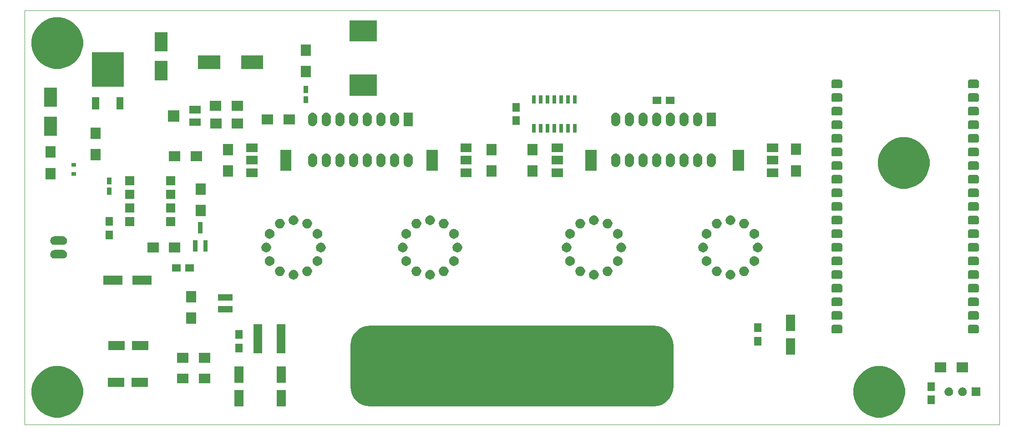
<source format=gbr>
%TF.GenerationSoftware,KiCad,Pcbnew,5.0.2-bee76a0~70~ubuntu18.10.1*%
%TF.CreationDate,2019-11-25T23:14:33+01:00*%
%TF.ProjectId,NixieNTPClock,4e697869-654e-4545-9043-6c6f636b2e6b,rev?*%
%TF.SameCoordinates,Original*%
%TF.FileFunction,Soldermask,Top*%
%TF.FilePolarity,Negative*%
%FSLAX46Y46*%
G04 Gerber Fmt 4.6, Leading zero omitted, Abs format (unit mm)*
G04 Created by KiCad (PCBNEW 5.0.2-bee76a0~70~ubuntu18.10.1) date lun. 25 nov. 2019 23:14:33 CET*
%MOMM*%
%LPD*%
G01*
G04 APERTURE LIST*
%ADD10C,0.050000*%
%ADD11C,0.100000*%
G04 APERTURE END LIST*
D10*
X61722000Y-124460000D02*
X61722000Y-47244000D01*
X243078000Y-124460000D02*
X61722000Y-124460000D01*
X243078000Y-47244000D02*
X243078000Y-124460000D01*
X61722000Y-47244000D02*
X243078000Y-47244000D01*
D11*
G36*
X222126399Y-113747499D02*
X223000125Y-114109408D01*
X223786462Y-114634822D01*
X224455178Y-115303538D01*
X224980592Y-116089875D01*
X225342501Y-116963601D01*
X225527000Y-117891141D01*
X225527000Y-118836859D01*
X225342501Y-119764399D01*
X224980592Y-120638125D01*
X224455178Y-121424462D01*
X223786462Y-122093178D01*
X223000125Y-122618592D01*
X222126399Y-122980501D01*
X221198859Y-123165000D01*
X220253141Y-123165000D01*
X219325601Y-122980501D01*
X218451875Y-122618592D01*
X217665538Y-122093178D01*
X216996822Y-121424462D01*
X216471408Y-120638125D01*
X216109499Y-119764399D01*
X215925000Y-118836859D01*
X215925000Y-117891141D01*
X216109499Y-116963601D01*
X216471408Y-116089875D01*
X216996822Y-115303538D01*
X217665538Y-114634822D01*
X218451875Y-114109408D01*
X219325601Y-113747499D01*
X220253141Y-113563000D01*
X221198859Y-113563000D01*
X222126399Y-113747499D01*
X222126399Y-113747499D01*
G37*
G36*
X69218399Y-113747499D02*
X70092125Y-114109408D01*
X70878462Y-114634822D01*
X71547178Y-115303538D01*
X72072592Y-116089875D01*
X72434501Y-116963601D01*
X72619000Y-117891141D01*
X72619000Y-118836859D01*
X72434501Y-119764399D01*
X72072592Y-120638125D01*
X71547178Y-121424462D01*
X70878462Y-122093178D01*
X70092125Y-122618592D01*
X69218399Y-122980501D01*
X68290859Y-123165000D01*
X67345141Y-123165000D01*
X66417601Y-122980501D01*
X65543875Y-122618592D01*
X64757538Y-122093178D01*
X64088822Y-121424462D01*
X63563408Y-120638125D01*
X63201499Y-119764399D01*
X63017000Y-118836859D01*
X63017000Y-117891141D01*
X63201499Y-116963601D01*
X63563408Y-116089875D01*
X64088822Y-115303538D01*
X64757538Y-114634822D01*
X65543875Y-114109408D01*
X66417601Y-113747499D01*
X67345141Y-113563000D01*
X68290859Y-113563000D01*
X69218399Y-113747499D01*
X69218399Y-113747499D01*
G37*
G36*
X102451000Y-121099000D02*
X100749000Y-121099000D01*
X100749000Y-117997000D01*
X102451000Y-117997000D01*
X102451000Y-121099000D01*
X102451000Y-121099000D01*
G37*
G36*
X110325000Y-121099000D02*
X108623000Y-121099000D01*
X108623000Y-117997000D01*
X110325000Y-117997000D01*
X110325000Y-121099000D01*
X110325000Y-121099000D01*
G37*
G36*
X179462249Y-106058937D02*
X180158674Y-106270195D01*
X180800498Y-106613258D01*
X181363060Y-107074940D01*
X181824742Y-107637502D01*
X182167805Y-108279326D01*
X182379063Y-108975751D01*
X182451000Y-109706140D01*
X182451000Y-117369860D01*
X182379063Y-118100249D01*
X182167805Y-118796674D01*
X181824742Y-119438498D01*
X181363060Y-120001060D01*
X180800498Y-120462742D01*
X180158674Y-120805805D01*
X179462249Y-121017063D01*
X178731860Y-121089000D01*
X126068140Y-121089000D01*
X125337751Y-121017063D01*
X124641326Y-120805805D01*
X123999502Y-120462742D01*
X123436940Y-120001060D01*
X122975258Y-119438498D01*
X122632195Y-118796674D01*
X122420937Y-118100249D01*
X122349000Y-117369860D01*
X122349000Y-109706140D01*
X122420937Y-108975751D01*
X122632195Y-108279326D01*
X122975258Y-107637502D01*
X123436940Y-107074940D01*
X123999502Y-106613258D01*
X124641326Y-106270195D01*
X125337751Y-106058937D01*
X126068140Y-105987000D01*
X178731860Y-105987000D01*
X179462249Y-106058937D01*
X179462249Y-106058937D01*
G37*
G36*
X231054000Y-120689000D02*
X229702000Y-120689000D01*
X229702000Y-119087000D01*
X231054000Y-119087000D01*
X231054000Y-120689000D01*
X231054000Y-120689000D01*
G37*
G36*
X239571000Y-119175000D02*
X237949000Y-119175000D01*
X237949000Y-117553000D01*
X239571000Y-117553000D01*
X239571000Y-119175000D01*
X239571000Y-119175000D01*
G37*
G36*
X233916560Y-117584166D02*
X234064153Y-117645301D01*
X234195213Y-117732873D01*
X234196985Y-117734057D01*
X234309943Y-117847015D01*
X234309945Y-117847018D01*
X234398699Y-117979847D01*
X234459834Y-118127440D01*
X234491000Y-118284123D01*
X234491000Y-118443877D01*
X234459834Y-118600560D01*
X234398699Y-118748153D01*
X234339427Y-118836859D01*
X234309943Y-118880985D01*
X234196985Y-118993943D01*
X234196982Y-118993945D01*
X234064153Y-119082699D01*
X234064152Y-119082700D01*
X234064151Y-119082700D01*
X233916560Y-119143834D01*
X233759878Y-119175000D01*
X233600122Y-119175000D01*
X233443440Y-119143834D01*
X233295849Y-119082700D01*
X233295848Y-119082700D01*
X233295847Y-119082699D01*
X233163018Y-118993945D01*
X233163015Y-118993943D01*
X233050057Y-118880985D01*
X233020573Y-118836859D01*
X232961301Y-118748153D01*
X232900166Y-118600560D01*
X232869000Y-118443877D01*
X232869000Y-118284123D01*
X232900166Y-118127440D01*
X232961301Y-117979847D01*
X233050055Y-117847018D01*
X233050057Y-117847015D01*
X233163015Y-117734057D01*
X233164787Y-117732873D01*
X233295847Y-117645301D01*
X233443440Y-117584166D01*
X233600122Y-117553000D01*
X233759878Y-117553000D01*
X233916560Y-117584166D01*
X233916560Y-117584166D01*
G37*
G36*
X236456560Y-117584166D02*
X236604153Y-117645301D01*
X236735213Y-117732873D01*
X236736985Y-117734057D01*
X236849943Y-117847015D01*
X236849945Y-117847018D01*
X236938699Y-117979847D01*
X236999834Y-118127440D01*
X237031000Y-118284123D01*
X237031000Y-118443877D01*
X236999834Y-118600560D01*
X236938699Y-118748153D01*
X236879427Y-118836859D01*
X236849943Y-118880985D01*
X236736985Y-118993943D01*
X236736982Y-118993945D01*
X236604153Y-119082699D01*
X236604152Y-119082700D01*
X236604151Y-119082700D01*
X236456560Y-119143834D01*
X236299878Y-119175000D01*
X236140122Y-119175000D01*
X235983440Y-119143834D01*
X235835849Y-119082700D01*
X235835848Y-119082700D01*
X235835847Y-119082699D01*
X235703018Y-118993945D01*
X235703015Y-118993943D01*
X235590057Y-118880985D01*
X235560573Y-118836859D01*
X235501301Y-118748153D01*
X235440166Y-118600560D01*
X235409000Y-118443877D01*
X235409000Y-118284123D01*
X235440166Y-118127440D01*
X235501301Y-117979847D01*
X235590055Y-117847018D01*
X235590057Y-117847015D01*
X235703015Y-117734057D01*
X235704787Y-117732873D01*
X235835847Y-117645301D01*
X235983440Y-117584166D01*
X236140122Y-117553000D01*
X236299878Y-117553000D01*
X236456560Y-117584166D01*
X236456560Y-117584166D01*
G37*
G36*
X231054000Y-118189000D02*
X229702000Y-118189000D01*
X229702000Y-116587000D01*
X231054000Y-116587000D01*
X231054000Y-118189000D01*
X231054000Y-118189000D01*
G37*
G36*
X80291000Y-117437000D02*
X77189000Y-117437000D01*
X77189000Y-115735000D01*
X80291000Y-115735000D01*
X80291000Y-117437000D01*
X80291000Y-117437000D01*
G37*
G36*
X84691000Y-117437000D02*
X81589000Y-117437000D01*
X81589000Y-115735000D01*
X84691000Y-115735000D01*
X84691000Y-117437000D01*
X84691000Y-117437000D01*
G37*
G36*
X96237999Y-116767999D02*
X94135999Y-116767999D01*
X94135999Y-114965999D01*
X96237999Y-114965999D01*
X96237999Y-116767999D01*
X96237999Y-116767999D01*
G37*
G36*
X92237999Y-116767999D02*
X90135999Y-116767999D01*
X90135999Y-114965999D01*
X92237999Y-114965999D01*
X92237999Y-116767999D01*
X92237999Y-116767999D01*
G37*
G36*
X102451000Y-116699000D02*
X100749000Y-116699000D01*
X100749000Y-113597000D01*
X102451000Y-113597000D01*
X102451000Y-116699000D01*
X102451000Y-116699000D01*
G37*
G36*
X110325000Y-116699000D02*
X108623000Y-116699000D01*
X108623000Y-113597000D01*
X110325000Y-113597000D01*
X110325000Y-116699000D01*
X110325000Y-116699000D01*
G37*
G36*
X237207000Y-114693000D02*
X235105000Y-114693000D01*
X235105000Y-112891000D01*
X237207000Y-112891000D01*
X237207000Y-114693000D01*
X237207000Y-114693000D01*
G37*
G36*
X233207000Y-114693000D02*
X231105000Y-114693000D01*
X231105000Y-112891000D01*
X233207000Y-112891000D01*
X233207000Y-114693000D01*
X233207000Y-114693000D01*
G37*
G36*
X96237000Y-112915000D02*
X94135000Y-112915000D01*
X94135000Y-111113000D01*
X96237000Y-111113000D01*
X96237000Y-112915000D01*
X96237000Y-112915000D01*
G37*
G36*
X92237000Y-112915000D02*
X90135000Y-112915000D01*
X90135000Y-111113000D01*
X92237000Y-111113000D01*
X92237000Y-112915000D01*
X92237000Y-112915000D01*
G37*
G36*
X205067000Y-111447000D02*
X203365000Y-111447000D01*
X203365000Y-108345000D01*
X205067000Y-108345000D01*
X205067000Y-111447000D01*
X205067000Y-111447000D01*
G37*
G36*
X105957570Y-111159490D02*
X104354430Y-111159490D01*
X104354430Y-105756510D01*
X105957570Y-105756510D01*
X105957570Y-111159490D01*
X105957570Y-111159490D01*
G37*
G36*
X110275570Y-111159490D02*
X108672430Y-111159490D01*
X108672430Y-105756510D01*
X110275570Y-105756510D01*
X110275570Y-111159490D01*
X110275570Y-111159490D01*
G37*
G36*
X102276000Y-110997000D02*
X100924000Y-110997000D01*
X100924000Y-109395000D01*
X102276000Y-109395000D01*
X102276000Y-110997000D01*
X102276000Y-110997000D01*
G37*
G36*
X84777000Y-110579000D02*
X81675000Y-110579000D01*
X81675000Y-108877000D01*
X84777000Y-108877000D01*
X84777000Y-110579000D01*
X84777000Y-110579000D01*
G37*
G36*
X80377000Y-110579000D02*
X77275000Y-110579000D01*
X77275000Y-108877000D01*
X80377000Y-108877000D01*
X80377000Y-110579000D01*
X80377000Y-110579000D01*
G37*
G36*
X198796000Y-109727000D02*
X197444000Y-109727000D01*
X197444000Y-108125000D01*
X198796000Y-108125000D01*
X198796000Y-109727000D01*
X198796000Y-109727000D01*
G37*
G36*
X102276000Y-108497000D02*
X100924000Y-108497000D01*
X100924000Y-106895000D01*
X102276000Y-106895000D01*
X102276000Y-108497000D01*
X102276000Y-108497000D01*
G37*
G36*
X238975993Y-105874203D02*
X239040414Y-105893744D01*
X239099776Y-105925475D01*
X239151817Y-105968183D01*
X239194525Y-106020224D01*
X239226256Y-106079586D01*
X239245797Y-106144007D01*
X239253000Y-106217141D01*
X239253000Y-107142859D01*
X239245797Y-107215993D01*
X239226256Y-107280414D01*
X239194525Y-107339776D01*
X239151817Y-107391817D01*
X239099776Y-107434525D01*
X239040414Y-107466256D01*
X238975993Y-107485797D01*
X238902859Y-107493000D01*
X237601141Y-107493000D01*
X237528007Y-107485797D01*
X237463586Y-107466256D01*
X237404224Y-107434525D01*
X237352183Y-107391817D01*
X237309475Y-107339776D01*
X237277744Y-107280414D01*
X237258203Y-107215993D01*
X237251000Y-107142859D01*
X237251000Y-106217141D01*
X237258203Y-106144007D01*
X237277744Y-106079586D01*
X237309475Y-106020224D01*
X237352183Y-105968183D01*
X237404224Y-105925475D01*
X237463586Y-105893744D01*
X237528007Y-105874203D01*
X237601141Y-105867000D01*
X238902859Y-105867000D01*
X238975993Y-105874203D01*
X238975993Y-105874203D01*
G37*
G36*
X213575993Y-105874203D02*
X213640414Y-105893744D01*
X213699776Y-105925475D01*
X213751817Y-105968183D01*
X213794525Y-106020224D01*
X213826256Y-106079586D01*
X213845797Y-106144007D01*
X213853000Y-106217141D01*
X213853000Y-107142859D01*
X213845797Y-107215993D01*
X213826256Y-107280414D01*
X213794525Y-107339776D01*
X213751817Y-107391817D01*
X213699776Y-107434525D01*
X213640414Y-107466256D01*
X213575993Y-107485797D01*
X213502859Y-107493000D01*
X212201141Y-107493000D01*
X212128007Y-107485797D01*
X212063586Y-107466256D01*
X212004224Y-107434525D01*
X211952183Y-107391817D01*
X211909475Y-107339776D01*
X211877744Y-107280414D01*
X211858203Y-107215993D01*
X211851000Y-107142859D01*
X211851000Y-106217141D01*
X211858203Y-106144007D01*
X211877744Y-106079586D01*
X211909475Y-106020224D01*
X211952183Y-105968183D01*
X212004224Y-105925475D01*
X212063586Y-105893744D01*
X212128007Y-105874203D01*
X212201141Y-105867000D01*
X213502859Y-105867000D01*
X213575993Y-105874203D01*
X213575993Y-105874203D01*
G37*
G36*
X198796000Y-107227000D02*
X197444000Y-107227000D01*
X197444000Y-105625000D01*
X198796000Y-105625000D01*
X198796000Y-107227000D01*
X198796000Y-107227000D01*
G37*
G36*
X205067000Y-107047000D02*
X203365000Y-107047000D01*
X203365000Y-103945000D01*
X205067000Y-103945000D01*
X205067000Y-107047000D01*
X205067000Y-107047000D01*
G37*
G36*
X93611000Y-105667000D02*
X91809000Y-105667000D01*
X91809000Y-103565000D01*
X93611000Y-103565000D01*
X93611000Y-105667000D01*
X93611000Y-105667000D01*
G37*
G36*
X238975993Y-103334203D02*
X239040414Y-103353744D01*
X239099776Y-103385475D01*
X239151817Y-103428183D01*
X239194525Y-103480224D01*
X239226256Y-103539586D01*
X239245797Y-103604007D01*
X239253000Y-103677141D01*
X239253000Y-104602859D01*
X239245797Y-104675993D01*
X239226256Y-104740414D01*
X239194525Y-104799776D01*
X239151817Y-104851817D01*
X239099776Y-104894525D01*
X239040414Y-104926256D01*
X238975993Y-104945797D01*
X238902859Y-104953000D01*
X237601141Y-104953000D01*
X237528007Y-104945797D01*
X237463586Y-104926256D01*
X237404224Y-104894525D01*
X237352183Y-104851817D01*
X237309475Y-104799776D01*
X237277744Y-104740414D01*
X237258203Y-104675993D01*
X237251000Y-104602859D01*
X237251000Y-103677141D01*
X237258203Y-103604007D01*
X237277744Y-103539586D01*
X237309475Y-103480224D01*
X237352183Y-103428183D01*
X237404224Y-103385475D01*
X237463586Y-103353744D01*
X237528007Y-103334203D01*
X237601141Y-103327000D01*
X238902859Y-103327000D01*
X238975993Y-103334203D01*
X238975993Y-103334203D01*
G37*
G36*
X213575993Y-103334203D02*
X213640414Y-103353744D01*
X213699776Y-103385475D01*
X213751817Y-103428183D01*
X213794525Y-103480224D01*
X213826256Y-103539586D01*
X213845797Y-103604007D01*
X213853000Y-103677141D01*
X213853000Y-104602859D01*
X213845797Y-104675993D01*
X213826256Y-104740414D01*
X213794525Y-104799776D01*
X213751817Y-104851817D01*
X213699776Y-104894525D01*
X213640414Y-104926256D01*
X213575993Y-104945797D01*
X213502859Y-104953000D01*
X212201141Y-104953000D01*
X212128007Y-104945797D01*
X212063586Y-104926256D01*
X212004224Y-104894525D01*
X211952183Y-104851817D01*
X211909475Y-104799776D01*
X211877744Y-104740414D01*
X211858203Y-104675993D01*
X211851000Y-104602859D01*
X211851000Y-103677141D01*
X211858203Y-103604007D01*
X211877744Y-103539586D01*
X211909475Y-103480224D01*
X211952183Y-103428183D01*
X212004224Y-103385475D01*
X212063586Y-103353744D01*
X212128007Y-103334203D01*
X212201141Y-103327000D01*
X213502859Y-103327000D01*
X213575993Y-103334203D01*
X213575993Y-103334203D01*
G37*
G36*
X100386000Y-103535000D02*
X97734000Y-103535000D01*
X97734000Y-102373000D01*
X100386000Y-102373000D01*
X100386000Y-103535000D01*
X100386000Y-103535000D01*
G37*
G36*
X213575993Y-100794203D02*
X213640414Y-100813744D01*
X213699776Y-100845475D01*
X213751817Y-100888183D01*
X213794525Y-100940224D01*
X213826256Y-100999586D01*
X213845797Y-101064007D01*
X213853000Y-101137141D01*
X213853000Y-102062859D01*
X213845797Y-102135993D01*
X213826256Y-102200414D01*
X213794525Y-102259776D01*
X213751817Y-102311817D01*
X213699776Y-102354525D01*
X213640414Y-102386256D01*
X213575993Y-102405797D01*
X213502859Y-102413000D01*
X212201141Y-102413000D01*
X212128007Y-102405797D01*
X212063586Y-102386256D01*
X212004224Y-102354525D01*
X211952183Y-102311817D01*
X211909475Y-102259776D01*
X211877744Y-102200414D01*
X211858203Y-102135993D01*
X211851000Y-102062859D01*
X211851000Y-101137141D01*
X211858203Y-101064007D01*
X211877744Y-100999586D01*
X211909475Y-100940224D01*
X211952183Y-100888183D01*
X212004224Y-100845475D01*
X212063586Y-100813744D01*
X212128007Y-100794203D01*
X212201141Y-100787000D01*
X213502859Y-100787000D01*
X213575993Y-100794203D01*
X213575993Y-100794203D01*
G37*
G36*
X238975993Y-100794203D02*
X239040414Y-100813744D01*
X239099776Y-100845475D01*
X239151817Y-100888183D01*
X239194525Y-100940224D01*
X239226256Y-100999586D01*
X239245797Y-101064007D01*
X239253000Y-101137141D01*
X239253000Y-102062859D01*
X239245797Y-102135993D01*
X239226256Y-102200414D01*
X239194525Y-102259776D01*
X239151817Y-102311817D01*
X239099776Y-102354525D01*
X239040414Y-102386256D01*
X238975993Y-102405797D01*
X238902859Y-102413000D01*
X237601141Y-102413000D01*
X237528007Y-102405797D01*
X237463586Y-102386256D01*
X237404224Y-102354525D01*
X237352183Y-102311817D01*
X237309475Y-102259776D01*
X237277744Y-102200414D01*
X237258203Y-102135993D01*
X237251000Y-102062859D01*
X237251000Y-101137141D01*
X237258203Y-101064007D01*
X237277744Y-100999586D01*
X237309475Y-100940224D01*
X237352183Y-100888183D01*
X237404224Y-100845475D01*
X237463586Y-100813744D01*
X237528007Y-100794203D01*
X237601141Y-100787000D01*
X238902859Y-100787000D01*
X238975993Y-100794203D01*
X238975993Y-100794203D01*
G37*
G36*
X93611000Y-101667000D02*
X91809000Y-101667000D01*
X91809000Y-99565000D01*
X93611000Y-99565000D01*
X93611000Y-101667000D01*
X93611000Y-101667000D01*
G37*
G36*
X100386000Y-101335000D02*
X97734000Y-101335000D01*
X97734000Y-100173000D01*
X100386000Y-100173000D01*
X100386000Y-101335000D01*
X100386000Y-101335000D01*
G37*
G36*
X238975993Y-98254203D02*
X239040414Y-98273744D01*
X239099776Y-98305475D01*
X239151817Y-98348183D01*
X239194525Y-98400224D01*
X239226256Y-98459586D01*
X239245797Y-98524007D01*
X239253000Y-98597141D01*
X239253000Y-99522859D01*
X239245797Y-99595993D01*
X239226256Y-99660414D01*
X239194525Y-99719776D01*
X239151817Y-99771817D01*
X239099776Y-99814525D01*
X239040414Y-99846256D01*
X238975993Y-99865797D01*
X238902859Y-99873000D01*
X237601141Y-99873000D01*
X237528007Y-99865797D01*
X237463586Y-99846256D01*
X237404224Y-99814525D01*
X237352183Y-99771817D01*
X237309475Y-99719776D01*
X237277744Y-99660414D01*
X237258203Y-99595993D01*
X237251000Y-99522859D01*
X237251000Y-98597141D01*
X237258203Y-98524007D01*
X237277744Y-98459586D01*
X237309475Y-98400224D01*
X237352183Y-98348183D01*
X237404224Y-98305475D01*
X237463586Y-98273744D01*
X237528007Y-98254203D01*
X237601141Y-98247000D01*
X238902859Y-98247000D01*
X238975993Y-98254203D01*
X238975993Y-98254203D01*
G37*
G36*
X213575993Y-98254203D02*
X213640414Y-98273744D01*
X213699776Y-98305475D01*
X213751817Y-98348183D01*
X213794525Y-98400224D01*
X213826256Y-98459586D01*
X213845797Y-98524007D01*
X213853000Y-98597141D01*
X213853000Y-99522859D01*
X213845797Y-99595993D01*
X213826256Y-99660414D01*
X213794525Y-99719776D01*
X213751817Y-99771817D01*
X213699776Y-99814525D01*
X213640414Y-99846256D01*
X213575993Y-99865797D01*
X213502859Y-99873000D01*
X212201141Y-99873000D01*
X212128007Y-99865797D01*
X212063586Y-99846256D01*
X212004224Y-99814525D01*
X211952183Y-99771817D01*
X211909475Y-99719776D01*
X211877744Y-99660414D01*
X211858203Y-99595993D01*
X211851000Y-99522859D01*
X211851000Y-98597141D01*
X211858203Y-98524007D01*
X211877744Y-98459586D01*
X211909475Y-98400224D01*
X211952183Y-98348183D01*
X212004224Y-98305475D01*
X212063586Y-98273744D01*
X212128007Y-98254203D01*
X212201141Y-98247000D01*
X213502859Y-98247000D01*
X213575993Y-98254203D01*
X213575993Y-98254203D01*
G37*
G36*
X85367000Y-98387000D02*
X81765000Y-98387000D01*
X81765000Y-96685000D01*
X85367000Y-96685000D01*
X85367000Y-98387000D01*
X85367000Y-98387000D01*
G37*
G36*
X79967000Y-98387000D02*
X76365000Y-98387000D01*
X76365000Y-96685000D01*
X79967000Y-96685000D01*
X79967000Y-98387000D01*
X79967000Y-98387000D01*
G37*
G36*
X167902812Y-95653624D02*
X168066784Y-95721544D01*
X168214354Y-95820147D01*
X168339853Y-95945646D01*
X168438456Y-96093216D01*
X168506376Y-96257188D01*
X168541000Y-96431259D01*
X168541000Y-96608741D01*
X168506376Y-96782812D01*
X168438456Y-96946784D01*
X168339853Y-97094354D01*
X168214354Y-97219853D01*
X168066784Y-97318456D01*
X167902812Y-97386376D01*
X167728741Y-97421000D01*
X167551259Y-97421000D01*
X167377188Y-97386376D01*
X167213216Y-97318456D01*
X167065646Y-97219853D01*
X166940147Y-97094354D01*
X166841544Y-96946784D01*
X166773624Y-96782812D01*
X166739000Y-96608741D01*
X166739000Y-96431259D01*
X166773624Y-96257188D01*
X166841544Y-96093216D01*
X166940147Y-95945646D01*
X167065646Y-95820147D01*
X167213216Y-95721544D01*
X167377188Y-95653624D01*
X167551259Y-95619000D01*
X167728741Y-95619000D01*
X167902812Y-95653624D01*
X167902812Y-95653624D01*
G37*
G36*
X137422812Y-95653624D02*
X137586784Y-95721544D01*
X137734354Y-95820147D01*
X137859853Y-95945646D01*
X137958456Y-96093216D01*
X138026376Y-96257188D01*
X138061000Y-96431259D01*
X138061000Y-96608741D01*
X138026376Y-96782812D01*
X137958456Y-96946784D01*
X137859853Y-97094354D01*
X137734354Y-97219853D01*
X137586784Y-97318456D01*
X137422812Y-97386376D01*
X137248741Y-97421000D01*
X137071259Y-97421000D01*
X136897188Y-97386376D01*
X136733216Y-97318456D01*
X136585646Y-97219853D01*
X136460147Y-97094354D01*
X136361544Y-96946784D01*
X136293624Y-96782812D01*
X136259000Y-96608741D01*
X136259000Y-96431259D01*
X136293624Y-96257188D01*
X136361544Y-96093216D01*
X136460147Y-95945646D01*
X136585646Y-95820147D01*
X136733216Y-95721544D01*
X136897188Y-95653624D01*
X137071259Y-95619000D01*
X137248741Y-95619000D01*
X137422812Y-95653624D01*
X137422812Y-95653624D01*
G37*
G36*
X193302812Y-95653624D02*
X193466784Y-95721544D01*
X193614354Y-95820147D01*
X193739853Y-95945646D01*
X193838456Y-96093216D01*
X193906376Y-96257188D01*
X193941000Y-96431259D01*
X193941000Y-96608741D01*
X193906376Y-96782812D01*
X193838456Y-96946784D01*
X193739853Y-97094354D01*
X193614354Y-97219853D01*
X193466784Y-97318456D01*
X193302812Y-97386376D01*
X193128741Y-97421000D01*
X192951259Y-97421000D01*
X192777188Y-97386376D01*
X192613216Y-97318456D01*
X192465646Y-97219853D01*
X192340147Y-97094354D01*
X192241544Y-96946784D01*
X192173624Y-96782812D01*
X192139000Y-96608741D01*
X192139000Y-96431259D01*
X192173624Y-96257188D01*
X192241544Y-96093216D01*
X192340147Y-95945646D01*
X192465646Y-95820147D01*
X192613216Y-95721544D01*
X192777188Y-95653624D01*
X192951259Y-95619000D01*
X193128741Y-95619000D01*
X193302812Y-95653624D01*
X193302812Y-95653624D01*
G37*
G36*
X112022812Y-95653624D02*
X112186784Y-95721544D01*
X112334354Y-95820147D01*
X112459853Y-95945646D01*
X112558456Y-96093216D01*
X112626376Y-96257188D01*
X112661000Y-96431259D01*
X112661000Y-96608741D01*
X112626376Y-96782812D01*
X112558456Y-96946784D01*
X112459853Y-97094354D01*
X112334354Y-97219853D01*
X112186784Y-97318456D01*
X112022812Y-97386376D01*
X111848741Y-97421000D01*
X111671259Y-97421000D01*
X111497188Y-97386376D01*
X111333216Y-97318456D01*
X111185646Y-97219853D01*
X111060147Y-97094354D01*
X110961544Y-96946784D01*
X110893624Y-96782812D01*
X110859000Y-96608741D01*
X110859000Y-96431259D01*
X110893624Y-96257188D01*
X110961544Y-96093216D01*
X111060147Y-95945646D01*
X111185646Y-95820147D01*
X111333216Y-95721544D01*
X111497188Y-95653624D01*
X111671259Y-95619000D01*
X111848741Y-95619000D01*
X112022812Y-95653624D01*
X112022812Y-95653624D01*
G37*
G36*
X213575993Y-95714203D02*
X213640414Y-95733744D01*
X213699776Y-95765475D01*
X213751817Y-95808183D01*
X213794525Y-95860224D01*
X213826256Y-95919586D01*
X213845797Y-95984007D01*
X213853000Y-96057141D01*
X213853000Y-96982859D01*
X213845797Y-97055993D01*
X213826256Y-97120414D01*
X213794525Y-97179776D01*
X213751817Y-97231817D01*
X213699776Y-97274525D01*
X213640414Y-97306256D01*
X213575993Y-97325797D01*
X213502859Y-97333000D01*
X212201141Y-97333000D01*
X212128007Y-97325797D01*
X212063586Y-97306256D01*
X212004224Y-97274525D01*
X211952183Y-97231817D01*
X211909475Y-97179776D01*
X211877744Y-97120414D01*
X211858203Y-97055993D01*
X211851000Y-96982859D01*
X211851000Y-96057141D01*
X211858203Y-95984007D01*
X211877744Y-95919586D01*
X211909475Y-95860224D01*
X211952183Y-95808183D01*
X212004224Y-95765475D01*
X212063586Y-95733744D01*
X212128007Y-95714203D01*
X212201141Y-95707000D01*
X213502859Y-95707000D01*
X213575993Y-95714203D01*
X213575993Y-95714203D01*
G37*
G36*
X238975993Y-95714203D02*
X239040414Y-95733744D01*
X239099776Y-95765475D01*
X239151817Y-95808183D01*
X239194525Y-95860224D01*
X239226256Y-95919586D01*
X239245797Y-95984007D01*
X239253000Y-96057141D01*
X239253000Y-96982859D01*
X239245797Y-97055993D01*
X239226256Y-97120414D01*
X239194525Y-97179776D01*
X239151817Y-97231817D01*
X239099776Y-97274525D01*
X239040414Y-97306256D01*
X238975993Y-97325797D01*
X238902859Y-97333000D01*
X237601141Y-97333000D01*
X237528007Y-97325797D01*
X237463586Y-97306256D01*
X237404224Y-97274525D01*
X237352183Y-97231817D01*
X237309475Y-97179776D01*
X237277744Y-97120414D01*
X237258203Y-97055993D01*
X237251000Y-96982859D01*
X237251000Y-96057141D01*
X237258203Y-95984007D01*
X237277744Y-95919586D01*
X237309475Y-95860224D01*
X237352183Y-95808183D01*
X237404224Y-95765475D01*
X237463586Y-95733744D01*
X237528007Y-95714203D01*
X237601141Y-95707000D01*
X238902859Y-95707000D01*
X238975993Y-95714203D01*
X238975993Y-95714203D01*
G37*
G36*
X109482812Y-95018624D02*
X109646784Y-95086544D01*
X109794354Y-95185147D01*
X109919853Y-95310646D01*
X110018456Y-95458216D01*
X110086376Y-95622188D01*
X110121000Y-95796259D01*
X110121000Y-95973741D01*
X110086376Y-96147812D01*
X110018456Y-96311784D01*
X109919853Y-96459354D01*
X109794354Y-96584853D01*
X109646784Y-96683456D01*
X109482812Y-96751376D01*
X109308741Y-96786000D01*
X109131259Y-96786000D01*
X108957188Y-96751376D01*
X108793216Y-96683456D01*
X108645646Y-96584853D01*
X108520147Y-96459354D01*
X108421544Y-96311784D01*
X108353624Y-96147812D01*
X108319000Y-95973741D01*
X108319000Y-95796259D01*
X108353624Y-95622188D01*
X108421544Y-95458216D01*
X108520147Y-95310646D01*
X108645646Y-95185147D01*
X108793216Y-95086544D01*
X108957188Y-95018624D01*
X109131259Y-94984000D01*
X109308741Y-94984000D01*
X109482812Y-95018624D01*
X109482812Y-95018624D01*
G37*
G36*
X114562812Y-95018624D02*
X114726784Y-95086544D01*
X114874354Y-95185147D01*
X114999853Y-95310646D01*
X115098456Y-95458216D01*
X115166376Y-95622188D01*
X115201000Y-95796259D01*
X115201000Y-95973741D01*
X115166376Y-96147812D01*
X115098456Y-96311784D01*
X114999853Y-96459354D01*
X114874354Y-96584853D01*
X114726784Y-96683456D01*
X114562812Y-96751376D01*
X114388741Y-96786000D01*
X114211259Y-96786000D01*
X114037188Y-96751376D01*
X113873216Y-96683456D01*
X113725646Y-96584853D01*
X113600147Y-96459354D01*
X113501544Y-96311784D01*
X113433624Y-96147812D01*
X113399000Y-95973741D01*
X113399000Y-95796259D01*
X113433624Y-95622188D01*
X113501544Y-95458216D01*
X113600147Y-95310646D01*
X113725646Y-95185147D01*
X113873216Y-95086544D01*
X114037188Y-95018624D01*
X114211259Y-94984000D01*
X114388741Y-94984000D01*
X114562812Y-95018624D01*
X114562812Y-95018624D01*
G37*
G36*
X134882812Y-95018624D02*
X135046784Y-95086544D01*
X135194354Y-95185147D01*
X135319853Y-95310646D01*
X135418456Y-95458216D01*
X135486376Y-95622188D01*
X135521000Y-95796259D01*
X135521000Y-95973741D01*
X135486376Y-96147812D01*
X135418456Y-96311784D01*
X135319853Y-96459354D01*
X135194354Y-96584853D01*
X135046784Y-96683456D01*
X134882812Y-96751376D01*
X134708741Y-96786000D01*
X134531259Y-96786000D01*
X134357188Y-96751376D01*
X134193216Y-96683456D01*
X134045646Y-96584853D01*
X133920147Y-96459354D01*
X133821544Y-96311784D01*
X133753624Y-96147812D01*
X133719000Y-95973741D01*
X133719000Y-95796259D01*
X133753624Y-95622188D01*
X133821544Y-95458216D01*
X133920147Y-95310646D01*
X134045646Y-95185147D01*
X134193216Y-95086544D01*
X134357188Y-95018624D01*
X134531259Y-94984000D01*
X134708741Y-94984000D01*
X134882812Y-95018624D01*
X134882812Y-95018624D01*
G37*
G36*
X139962812Y-95018624D02*
X140126784Y-95086544D01*
X140274354Y-95185147D01*
X140399853Y-95310646D01*
X140498456Y-95458216D01*
X140566376Y-95622188D01*
X140601000Y-95796259D01*
X140601000Y-95973741D01*
X140566376Y-96147812D01*
X140498456Y-96311784D01*
X140399853Y-96459354D01*
X140274354Y-96584853D01*
X140126784Y-96683456D01*
X139962812Y-96751376D01*
X139788741Y-96786000D01*
X139611259Y-96786000D01*
X139437188Y-96751376D01*
X139273216Y-96683456D01*
X139125646Y-96584853D01*
X139000147Y-96459354D01*
X138901544Y-96311784D01*
X138833624Y-96147812D01*
X138799000Y-95973741D01*
X138799000Y-95796259D01*
X138833624Y-95622188D01*
X138901544Y-95458216D01*
X139000147Y-95310646D01*
X139125646Y-95185147D01*
X139273216Y-95086544D01*
X139437188Y-95018624D01*
X139611259Y-94984000D01*
X139788741Y-94984000D01*
X139962812Y-95018624D01*
X139962812Y-95018624D01*
G37*
G36*
X170442812Y-95018624D02*
X170606784Y-95086544D01*
X170754354Y-95185147D01*
X170879853Y-95310646D01*
X170978456Y-95458216D01*
X171046376Y-95622188D01*
X171081000Y-95796259D01*
X171081000Y-95973741D01*
X171046376Y-96147812D01*
X170978456Y-96311784D01*
X170879853Y-96459354D01*
X170754354Y-96584853D01*
X170606784Y-96683456D01*
X170442812Y-96751376D01*
X170268741Y-96786000D01*
X170091259Y-96786000D01*
X169917188Y-96751376D01*
X169753216Y-96683456D01*
X169605646Y-96584853D01*
X169480147Y-96459354D01*
X169381544Y-96311784D01*
X169313624Y-96147812D01*
X169279000Y-95973741D01*
X169279000Y-95796259D01*
X169313624Y-95622188D01*
X169381544Y-95458216D01*
X169480147Y-95310646D01*
X169605646Y-95185147D01*
X169753216Y-95086544D01*
X169917188Y-95018624D01*
X170091259Y-94984000D01*
X170268741Y-94984000D01*
X170442812Y-95018624D01*
X170442812Y-95018624D01*
G37*
G36*
X165362812Y-95018624D02*
X165526784Y-95086544D01*
X165674354Y-95185147D01*
X165799853Y-95310646D01*
X165898456Y-95458216D01*
X165966376Y-95622188D01*
X166001000Y-95796259D01*
X166001000Y-95973741D01*
X165966376Y-96147812D01*
X165898456Y-96311784D01*
X165799853Y-96459354D01*
X165674354Y-96584853D01*
X165526784Y-96683456D01*
X165362812Y-96751376D01*
X165188741Y-96786000D01*
X165011259Y-96786000D01*
X164837188Y-96751376D01*
X164673216Y-96683456D01*
X164525646Y-96584853D01*
X164400147Y-96459354D01*
X164301544Y-96311784D01*
X164233624Y-96147812D01*
X164199000Y-95973741D01*
X164199000Y-95796259D01*
X164233624Y-95622188D01*
X164301544Y-95458216D01*
X164400147Y-95310646D01*
X164525646Y-95185147D01*
X164673216Y-95086544D01*
X164837188Y-95018624D01*
X165011259Y-94984000D01*
X165188741Y-94984000D01*
X165362812Y-95018624D01*
X165362812Y-95018624D01*
G37*
G36*
X190762812Y-95018624D02*
X190926784Y-95086544D01*
X191074354Y-95185147D01*
X191199853Y-95310646D01*
X191298456Y-95458216D01*
X191366376Y-95622188D01*
X191401000Y-95796259D01*
X191401000Y-95973741D01*
X191366376Y-96147812D01*
X191298456Y-96311784D01*
X191199853Y-96459354D01*
X191074354Y-96584853D01*
X190926784Y-96683456D01*
X190762812Y-96751376D01*
X190588741Y-96786000D01*
X190411259Y-96786000D01*
X190237188Y-96751376D01*
X190073216Y-96683456D01*
X189925646Y-96584853D01*
X189800147Y-96459354D01*
X189701544Y-96311784D01*
X189633624Y-96147812D01*
X189599000Y-95973741D01*
X189599000Y-95796259D01*
X189633624Y-95622188D01*
X189701544Y-95458216D01*
X189800147Y-95310646D01*
X189925646Y-95185147D01*
X190073216Y-95086544D01*
X190237188Y-95018624D01*
X190411259Y-94984000D01*
X190588741Y-94984000D01*
X190762812Y-95018624D01*
X190762812Y-95018624D01*
G37*
G36*
X195842812Y-95018624D02*
X196006784Y-95086544D01*
X196154354Y-95185147D01*
X196279853Y-95310646D01*
X196378456Y-95458216D01*
X196446376Y-95622188D01*
X196481000Y-95796259D01*
X196481000Y-95973741D01*
X196446376Y-96147812D01*
X196378456Y-96311784D01*
X196279853Y-96459354D01*
X196154354Y-96584853D01*
X196006784Y-96683456D01*
X195842812Y-96751376D01*
X195668741Y-96786000D01*
X195491259Y-96786000D01*
X195317188Y-96751376D01*
X195153216Y-96683456D01*
X195005646Y-96584853D01*
X194880147Y-96459354D01*
X194781544Y-96311784D01*
X194713624Y-96147812D01*
X194679000Y-95973741D01*
X194679000Y-95796259D01*
X194713624Y-95622188D01*
X194781544Y-95458216D01*
X194880147Y-95310646D01*
X195005646Y-95185147D01*
X195153216Y-95086544D01*
X195317188Y-95018624D01*
X195491259Y-94984000D01*
X195668741Y-94984000D01*
X195842812Y-95018624D01*
X195842812Y-95018624D01*
G37*
G36*
X90757000Y-95926000D02*
X89155000Y-95926000D01*
X89155000Y-94574000D01*
X90757000Y-94574000D01*
X90757000Y-95926000D01*
X90757000Y-95926000D01*
G37*
G36*
X93257000Y-95926000D02*
X91655000Y-95926000D01*
X91655000Y-94574000D01*
X93257000Y-94574000D01*
X93257000Y-95926000D01*
X93257000Y-95926000D01*
G37*
G36*
X141867812Y-93113624D02*
X142031784Y-93181544D01*
X142179354Y-93280147D01*
X142304853Y-93405646D01*
X142403456Y-93553216D01*
X142471376Y-93717188D01*
X142506000Y-93891259D01*
X142506000Y-94068741D01*
X142471376Y-94242812D01*
X142403456Y-94406784D01*
X142304853Y-94554354D01*
X142179354Y-94679853D01*
X142031784Y-94778456D01*
X141867812Y-94846376D01*
X141693741Y-94881000D01*
X141516259Y-94881000D01*
X141342188Y-94846376D01*
X141178216Y-94778456D01*
X141030646Y-94679853D01*
X140905147Y-94554354D01*
X140806544Y-94406784D01*
X140738624Y-94242812D01*
X140704000Y-94068741D01*
X140704000Y-93891259D01*
X140738624Y-93717188D01*
X140806544Y-93553216D01*
X140905147Y-93405646D01*
X141030646Y-93280147D01*
X141178216Y-93181544D01*
X141342188Y-93113624D01*
X141516259Y-93079000D01*
X141693741Y-93079000D01*
X141867812Y-93113624D01*
X141867812Y-93113624D01*
G37*
G36*
X116467812Y-93113624D02*
X116631784Y-93181544D01*
X116779354Y-93280147D01*
X116904853Y-93405646D01*
X117003456Y-93553216D01*
X117071376Y-93717188D01*
X117106000Y-93891259D01*
X117106000Y-94068741D01*
X117071376Y-94242812D01*
X117003456Y-94406784D01*
X116904853Y-94554354D01*
X116779354Y-94679853D01*
X116631784Y-94778456D01*
X116467812Y-94846376D01*
X116293741Y-94881000D01*
X116116259Y-94881000D01*
X115942188Y-94846376D01*
X115778216Y-94778456D01*
X115630646Y-94679853D01*
X115505147Y-94554354D01*
X115406544Y-94406784D01*
X115338624Y-94242812D01*
X115304000Y-94068741D01*
X115304000Y-93891259D01*
X115338624Y-93717188D01*
X115406544Y-93553216D01*
X115505147Y-93405646D01*
X115630646Y-93280147D01*
X115778216Y-93181544D01*
X115942188Y-93113624D01*
X116116259Y-93079000D01*
X116293741Y-93079000D01*
X116467812Y-93113624D01*
X116467812Y-93113624D01*
G37*
G36*
X107577812Y-93113624D02*
X107741784Y-93181544D01*
X107889354Y-93280147D01*
X108014853Y-93405646D01*
X108113456Y-93553216D01*
X108181376Y-93717188D01*
X108216000Y-93891259D01*
X108216000Y-94068741D01*
X108181376Y-94242812D01*
X108113456Y-94406784D01*
X108014853Y-94554354D01*
X107889354Y-94679853D01*
X107741784Y-94778456D01*
X107577812Y-94846376D01*
X107403741Y-94881000D01*
X107226259Y-94881000D01*
X107052188Y-94846376D01*
X106888216Y-94778456D01*
X106740646Y-94679853D01*
X106615147Y-94554354D01*
X106516544Y-94406784D01*
X106448624Y-94242812D01*
X106414000Y-94068741D01*
X106414000Y-93891259D01*
X106448624Y-93717188D01*
X106516544Y-93553216D01*
X106615147Y-93405646D01*
X106740646Y-93280147D01*
X106888216Y-93181544D01*
X107052188Y-93113624D01*
X107226259Y-93079000D01*
X107403741Y-93079000D01*
X107577812Y-93113624D01*
X107577812Y-93113624D01*
G37*
G36*
X197747812Y-93113624D02*
X197911784Y-93181544D01*
X198059354Y-93280147D01*
X198184853Y-93405646D01*
X198283456Y-93553216D01*
X198351376Y-93717188D01*
X198386000Y-93891259D01*
X198386000Y-94068741D01*
X198351376Y-94242812D01*
X198283456Y-94406784D01*
X198184853Y-94554354D01*
X198059354Y-94679853D01*
X197911784Y-94778456D01*
X197747812Y-94846376D01*
X197573741Y-94881000D01*
X197396259Y-94881000D01*
X197222188Y-94846376D01*
X197058216Y-94778456D01*
X196910646Y-94679853D01*
X196785147Y-94554354D01*
X196686544Y-94406784D01*
X196618624Y-94242812D01*
X196584000Y-94068741D01*
X196584000Y-93891259D01*
X196618624Y-93717188D01*
X196686544Y-93553216D01*
X196785147Y-93405646D01*
X196910646Y-93280147D01*
X197058216Y-93181544D01*
X197222188Y-93113624D01*
X197396259Y-93079000D01*
X197573741Y-93079000D01*
X197747812Y-93113624D01*
X197747812Y-93113624D01*
G37*
G36*
X132977812Y-93113624D02*
X133141784Y-93181544D01*
X133289354Y-93280147D01*
X133414853Y-93405646D01*
X133513456Y-93553216D01*
X133581376Y-93717188D01*
X133616000Y-93891259D01*
X133616000Y-94068741D01*
X133581376Y-94242812D01*
X133513456Y-94406784D01*
X133414853Y-94554354D01*
X133289354Y-94679853D01*
X133141784Y-94778456D01*
X132977812Y-94846376D01*
X132803741Y-94881000D01*
X132626259Y-94881000D01*
X132452188Y-94846376D01*
X132288216Y-94778456D01*
X132140646Y-94679853D01*
X132015147Y-94554354D01*
X131916544Y-94406784D01*
X131848624Y-94242812D01*
X131814000Y-94068741D01*
X131814000Y-93891259D01*
X131848624Y-93717188D01*
X131916544Y-93553216D01*
X132015147Y-93405646D01*
X132140646Y-93280147D01*
X132288216Y-93181544D01*
X132452188Y-93113624D01*
X132626259Y-93079000D01*
X132803741Y-93079000D01*
X132977812Y-93113624D01*
X132977812Y-93113624D01*
G37*
G36*
X163457812Y-93113624D02*
X163621784Y-93181544D01*
X163769354Y-93280147D01*
X163894853Y-93405646D01*
X163993456Y-93553216D01*
X164061376Y-93717188D01*
X164096000Y-93891259D01*
X164096000Y-94068741D01*
X164061376Y-94242812D01*
X163993456Y-94406784D01*
X163894853Y-94554354D01*
X163769354Y-94679853D01*
X163621784Y-94778456D01*
X163457812Y-94846376D01*
X163283741Y-94881000D01*
X163106259Y-94881000D01*
X162932188Y-94846376D01*
X162768216Y-94778456D01*
X162620646Y-94679853D01*
X162495147Y-94554354D01*
X162396544Y-94406784D01*
X162328624Y-94242812D01*
X162294000Y-94068741D01*
X162294000Y-93891259D01*
X162328624Y-93717188D01*
X162396544Y-93553216D01*
X162495147Y-93405646D01*
X162620646Y-93280147D01*
X162768216Y-93181544D01*
X162932188Y-93113624D01*
X163106259Y-93079000D01*
X163283741Y-93079000D01*
X163457812Y-93113624D01*
X163457812Y-93113624D01*
G37*
G36*
X188857812Y-93113624D02*
X189021784Y-93181544D01*
X189169354Y-93280147D01*
X189294853Y-93405646D01*
X189393456Y-93553216D01*
X189461376Y-93717188D01*
X189496000Y-93891259D01*
X189496000Y-94068741D01*
X189461376Y-94242812D01*
X189393456Y-94406784D01*
X189294853Y-94554354D01*
X189169354Y-94679853D01*
X189021784Y-94778456D01*
X188857812Y-94846376D01*
X188683741Y-94881000D01*
X188506259Y-94881000D01*
X188332188Y-94846376D01*
X188168216Y-94778456D01*
X188020646Y-94679853D01*
X187895147Y-94554354D01*
X187796544Y-94406784D01*
X187728624Y-94242812D01*
X187694000Y-94068741D01*
X187694000Y-93891259D01*
X187728624Y-93717188D01*
X187796544Y-93553216D01*
X187895147Y-93405646D01*
X188020646Y-93280147D01*
X188168216Y-93181544D01*
X188332188Y-93113624D01*
X188506259Y-93079000D01*
X188683741Y-93079000D01*
X188857812Y-93113624D01*
X188857812Y-93113624D01*
G37*
G36*
X172347812Y-93113624D02*
X172511784Y-93181544D01*
X172659354Y-93280147D01*
X172784853Y-93405646D01*
X172883456Y-93553216D01*
X172951376Y-93717188D01*
X172986000Y-93891259D01*
X172986000Y-94068741D01*
X172951376Y-94242812D01*
X172883456Y-94406784D01*
X172784853Y-94554354D01*
X172659354Y-94679853D01*
X172511784Y-94778456D01*
X172347812Y-94846376D01*
X172173741Y-94881000D01*
X171996259Y-94881000D01*
X171822188Y-94846376D01*
X171658216Y-94778456D01*
X171510646Y-94679853D01*
X171385147Y-94554354D01*
X171286544Y-94406784D01*
X171218624Y-94242812D01*
X171184000Y-94068741D01*
X171184000Y-93891259D01*
X171218624Y-93717188D01*
X171286544Y-93553216D01*
X171385147Y-93405646D01*
X171510646Y-93280147D01*
X171658216Y-93181544D01*
X171822188Y-93113624D01*
X171996259Y-93079000D01*
X172173741Y-93079000D01*
X172347812Y-93113624D01*
X172347812Y-93113624D01*
G37*
G36*
X213575993Y-93174203D02*
X213640414Y-93193744D01*
X213699776Y-93225475D01*
X213751817Y-93268183D01*
X213794525Y-93320224D01*
X213826256Y-93379586D01*
X213845797Y-93444007D01*
X213853000Y-93517141D01*
X213853000Y-94442859D01*
X213845797Y-94515993D01*
X213826256Y-94580414D01*
X213794525Y-94639776D01*
X213751817Y-94691817D01*
X213699776Y-94734525D01*
X213640414Y-94766256D01*
X213575993Y-94785797D01*
X213502859Y-94793000D01*
X212201141Y-94793000D01*
X212128007Y-94785797D01*
X212063586Y-94766256D01*
X212004224Y-94734525D01*
X211952183Y-94691817D01*
X211909475Y-94639776D01*
X211877744Y-94580414D01*
X211858203Y-94515993D01*
X211851000Y-94442859D01*
X211851000Y-93517141D01*
X211858203Y-93444007D01*
X211877744Y-93379586D01*
X211909475Y-93320224D01*
X211952183Y-93268183D01*
X212004224Y-93225475D01*
X212063586Y-93193744D01*
X212128007Y-93174203D01*
X212201141Y-93167000D01*
X213502859Y-93167000D01*
X213575993Y-93174203D01*
X213575993Y-93174203D01*
G37*
G36*
X238975993Y-93174203D02*
X239040414Y-93193744D01*
X239099776Y-93225475D01*
X239151817Y-93268183D01*
X239194525Y-93320224D01*
X239226256Y-93379586D01*
X239245797Y-93444007D01*
X239253000Y-93517141D01*
X239253000Y-94442859D01*
X239245797Y-94515993D01*
X239226256Y-94580414D01*
X239194525Y-94639776D01*
X239151817Y-94691817D01*
X239099776Y-94734525D01*
X239040414Y-94766256D01*
X238975993Y-94785797D01*
X238902859Y-94793000D01*
X237601141Y-94793000D01*
X237528007Y-94785797D01*
X237463586Y-94766256D01*
X237404224Y-94734525D01*
X237352183Y-94691817D01*
X237309475Y-94639776D01*
X237277744Y-94580414D01*
X237258203Y-94515993D01*
X237251000Y-94442859D01*
X237251000Y-93517141D01*
X237258203Y-93444007D01*
X237277744Y-93379586D01*
X237309475Y-93320224D01*
X237352183Y-93268183D01*
X237404224Y-93225475D01*
X237463586Y-93193744D01*
X237528007Y-93174203D01*
X237601141Y-93167000D01*
X238902859Y-93167000D01*
X238975993Y-93174203D01*
X238975993Y-93174203D01*
G37*
G36*
X68980005Y-91915662D02*
X69131933Y-91961750D01*
X69131935Y-91961751D01*
X69271956Y-92036594D01*
X69394685Y-92137315D01*
X69495406Y-92260044D01*
X69520171Y-92306376D01*
X69570250Y-92400067D01*
X69616338Y-92551995D01*
X69631899Y-92710000D01*
X69616338Y-92868005D01*
X69570250Y-93019933D01*
X69570249Y-93019935D01*
X69495406Y-93159956D01*
X69394685Y-93282685D01*
X69271956Y-93383406D01*
X69207349Y-93417939D01*
X69131933Y-93458250D01*
X68980005Y-93504338D01*
X68861591Y-93516000D01*
X67282409Y-93516000D01*
X67163995Y-93504338D01*
X67012067Y-93458250D01*
X66936651Y-93417939D01*
X66872044Y-93383406D01*
X66749315Y-93282685D01*
X66648594Y-93159956D01*
X66573751Y-93019935D01*
X66573750Y-93019933D01*
X66527662Y-92868005D01*
X66512101Y-92710000D01*
X66527662Y-92551995D01*
X66573750Y-92400067D01*
X66623829Y-92306376D01*
X66648594Y-92260044D01*
X66749315Y-92137315D01*
X66872044Y-92036594D01*
X67012065Y-91961751D01*
X67012067Y-91961750D01*
X67163995Y-91915662D01*
X67282409Y-91904000D01*
X68861591Y-91904000D01*
X68980005Y-91915662D01*
X68980005Y-91915662D01*
G37*
G36*
X86713000Y-92341000D02*
X84611000Y-92341000D01*
X84611000Y-90539000D01*
X86713000Y-90539000D01*
X86713000Y-92341000D01*
X86713000Y-92341000D01*
G37*
G36*
X90713000Y-92341000D02*
X88611000Y-92341000D01*
X88611000Y-90539000D01*
X90713000Y-90539000D01*
X90713000Y-92341000D01*
X90713000Y-92341000D01*
G37*
G36*
X198382812Y-90573624D02*
X198546784Y-90641544D01*
X198694354Y-90740147D01*
X198819853Y-90865646D01*
X198918456Y-91013216D01*
X198986376Y-91177188D01*
X199021000Y-91351259D01*
X199021000Y-91528741D01*
X198986376Y-91702812D01*
X198918456Y-91866784D01*
X198819853Y-92014354D01*
X198694354Y-92139853D01*
X198546784Y-92238456D01*
X198382812Y-92306376D01*
X198208741Y-92341000D01*
X198031259Y-92341000D01*
X197857188Y-92306376D01*
X197693216Y-92238456D01*
X197545646Y-92139853D01*
X197420147Y-92014354D01*
X197321544Y-91866784D01*
X197253624Y-91702812D01*
X197219000Y-91528741D01*
X197219000Y-91351259D01*
X197253624Y-91177188D01*
X197321544Y-91013216D01*
X197420147Y-90865646D01*
X197545646Y-90740147D01*
X197693216Y-90641544D01*
X197857188Y-90573624D01*
X198031259Y-90539000D01*
X198208741Y-90539000D01*
X198382812Y-90573624D01*
X198382812Y-90573624D01*
G37*
G36*
X117102812Y-90573624D02*
X117266784Y-90641544D01*
X117414354Y-90740147D01*
X117539853Y-90865646D01*
X117638456Y-91013216D01*
X117706376Y-91177188D01*
X117741000Y-91351259D01*
X117741000Y-91528741D01*
X117706376Y-91702812D01*
X117638456Y-91866784D01*
X117539853Y-92014354D01*
X117414354Y-92139853D01*
X117266784Y-92238456D01*
X117102812Y-92306376D01*
X116928741Y-92341000D01*
X116751259Y-92341000D01*
X116577188Y-92306376D01*
X116413216Y-92238456D01*
X116265646Y-92139853D01*
X116140147Y-92014354D01*
X116041544Y-91866784D01*
X115973624Y-91702812D01*
X115939000Y-91528741D01*
X115939000Y-91351259D01*
X115973624Y-91177188D01*
X116041544Y-91013216D01*
X116140147Y-90865646D01*
X116265646Y-90740147D01*
X116413216Y-90641544D01*
X116577188Y-90573624D01*
X116751259Y-90539000D01*
X116928741Y-90539000D01*
X117102812Y-90573624D01*
X117102812Y-90573624D01*
G37*
G36*
X142502812Y-90573624D02*
X142666784Y-90641544D01*
X142814354Y-90740147D01*
X142939853Y-90865646D01*
X143038456Y-91013216D01*
X143106376Y-91177188D01*
X143141000Y-91351259D01*
X143141000Y-91528741D01*
X143106376Y-91702812D01*
X143038456Y-91866784D01*
X142939853Y-92014354D01*
X142814354Y-92139853D01*
X142666784Y-92238456D01*
X142502812Y-92306376D01*
X142328741Y-92341000D01*
X142151259Y-92341000D01*
X141977188Y-92306376D01*
X141813216Y-92238456D01*
X141665646Y-92139853D01*
X141540147Y-92014354D01*
X141441544Y-91866784D01*
X141373624Y-91702812D01*
X141339000Y-91528741D01*
X141339000Y-91351259D01*
X141373624Y-91177188D01*
X141441544Y-91013216D01*
X141540147Y-90865646D01*
X141665646Y-90740147D01*
X141813216Y-90641544D01*
X141977188Y-90573624D01*
X142151259Y-90539000D01*
X142328741Y-90539000D01*
X142502812Y-90573624D01*
X142502812Y-90573624D01*
G37*
G36*
X106942812Y-90573624D02*
X107106784Y-90641544D01*
X107254354Y-90740147D01*
X107379853Y-90865646D01*
X107478456Y-91013216D01*
X107546376Y-91177188D01*
X107581000Y-91351259D01*
X107581000Y-91528741D01*
X107546376Y-91702812D01*
X107478456Y-91866784D01*
X107379853Y-92014354D01*
X107254354Y-92139853D01*
X107106784Y-92238456D01*
X106942812Y-92306376D01*
X106768741Y-92341000D01*
X106591259Y-92341000D01*
X106417188Y-92306376D01*
X106253216Y-92238456D01*
X106105646Y-92139853D01*
X105980147Y-92014354D01*
X105881544Y-91866784D01*
X105813624Y-91702812D01*
X105779000Y-91528741D01*
X105779000Y-91351259D01*
X105813624Y-91177188D01*
X105881544Y-91013216D01*
X105980147Y-90865646D01*
X106105646Y-90740147D01*
X106253216Y-90641544D01*
X106417188Y-90573624D01*
X106591259Y-90539000D01*
X106768741Y-90539000D01*
X106942812Y-90573624D01*
X106942812Y-90573624D01*
G37*
G36*
X188222812Y-90573624D02*
X188386784Y-90641544D01*
X188534354Y-90740147D01*
X188659853Y-90865646D01*
X188758456Y-91013216D01*
X188826376Y-91177188D01*
X188861000Y-91351259D01*
X188861000Y-91528741D01*
X188826376Y-91702812D01*
X188758456Y-91866784D01*
X188659853Y-92014354D01*
X188534354Y-92139853D01*
X188386784Y-92238456D01*
X188222812Y-92306376D01*
X188048741Y-92341000D01*
X187871259Y-92341000D01*
X187697188Y-92306376D01*
X187533216Y-92238456D01*
X187385646Y-92139853D01*
X187260147Y-92014354D01*
X187161544Y-91866784D01*
X187093624Y-91702812D01*
X187059000Y-91528741D01*
X187059000Y-91351259D01*
X187093624Y-91177188D01*
X187161544Y-91013216D01*
X187260147Y-90865646D01*
X187385646Y-90740147D01*
X187533216Y-90641544D01*
X187697188Y-90573624D01*
X187871259Y-90539000D01*
X188048741Y-90539000D01*
X188222812Y-90573624D01*
X188222812Y-90573624D01*
G37*
G36*
X162822812Y-90573624D02*
X162986784Y-90641544D01*
X163134354Y-90740147D01*
X163259853Y-90865646D01*
X163358456Y-91013216D01*
X163426376Y-91177188D01*
X163461000Y-91351259D01*
X163461000Y-91528741D01*
X163426376Y-91702812D01*
X163358456Y-91866784D01*
X163259853Y-92014354D01*
X163134354Y-92139853D01*
X162986784Y-92238456D01*
X162822812Y-92306376D01*
X162648741Y-92341000D01*
X162471259Y-92341000D01*
X162297188Y-92306376D01*
X162133216Y-92238456D01*
X161985646Y-92139853D01*
X161860147Y-92014354D01*
X161761544Y-91866784D01*
X161693624Y-91702812D01*
X161659000Y-91528741D01*
X161659000Y-91351259D01*
X161693624Y-91177188D01*
X161761544Y-91013216D01*
X161860147Y-90865646D01*
X161985646Y-90740147D01*
X162133216Y-90641544D01*
X162297188Y-90573624D01*
X162471259Y-90539000D01*
X162648741Y-90539000D01*
X162822812Y-90573624D01*
X162822812Y-90573624D01*
G37*
G36*
X132342812Y-90573624D02*
X132506784Y-90641544D01*
X132654354Y-90740147D01*
X132779853Y-90865646D01*
X132878456Y-91013216D01*
X132946376Y-91177188D01*
X132981000Y-91351259D01*
X132981000Y-91528741D01*
X132946376Y-91702812D01*
X132878456Y-91866784D01*
X132779853Y-92014354D01*
X132654354Y-92139853D01*
X132506784Y-92238456D01*
X132342812Y-92306376D01*
X132168741Y-92341000D01*
X131991259Y-92341000D01*
X131817188Y-92306376D01*
X131653216Y-92238456D01*
X131505646Y-92139853D01*
X131380147Y-92014354D01*
X131281544Y-91866784D01*
X131213624Y-91702812D01*
X131179000Y-91528741D01*
X131179000Y-91351259D01*
X131213624Y-91177188D01*
X131281544Y-91013216D01*
X131380147Y-90865646D01*
X131505646Y-90740147D01*
X131653216Y-90641544D01*
X131817188Y-90573624D01*
X131991259Y-90539000D01*
X132168741Y-90539000D01*
X132342812Y-90573624D01*
X132342812Y-90573624D01*
G37*
G36*
X172982812Y-90573624D02*
X173146784Y-90641544D01*
X173294354Y-90740147D01*
X173419853Y-90865646D01*
X173518456Y-91013216D01*
X173586376Y-91177188D01*
X173621000Y-91351259D01*
X173621000Y-91528741D01*
X173586376Y-91702812D01*
X173518456Y-91866784D01*
X173419853Y-92014354D01*
X173294354Y-92139853D01*
X173146784Y-92238456D01*
X172982812Y-92306376D01*
X172808741Y-92341000D01*
X172631259Y-92341000D01*
X172457188Y-92306376D01*
X172293216Y-92238456D01*
X172145646Y-92139853D01*
X172020147Y-92014354D01*
X171921544Y-91866784D01*
X171853624Y-91702812D01*
X171819000Y-91528741D01*
X171819000Y-91351259D01*
X171853624Y-91177188D01*
X171921544Y-91013216D01*
X172020147Y-90865646D01*
X172145646Y-90740147D01*
X172293216Y-90641544D01*
X172457188Y-90573624D01*
X172631259Y-90539000D01*
X172808741Y-90539000D01*
X172982812Y-90573624D01*
X172982812Y-90573624D01*
G37*
G36*
X213575993Y-90634203D02*
X213640414Y-90653744D01*
X213699776Y-90685475D01*
X213751817Y-90728183D01*
X213794525Y-90780224D01*
X213826256Y-90839586D01*
X213845797Y-90904007D01*
X213853000Y-90977141D01*
X213853000Y-91902859D01*
X213845797Y-91975993D01*
X213826256Y-92040414D01*
X213794525Y-92099776D01*
X213751817Y-92151817D01*
X213699776Y-92194525D01*
X213640414Y-92226256D01*
X213575993Y-92245797D01*
X213502859Y-92253000D01*
X212201141Y-92253000D01*
X212128007Y-92245797D01*
X212063586Y-92226256D01*
X212004224Y-92194525D01*
X211952183Y-92151817D01*
X211909475Y-92099776D01*
X211877744Y-92040414D01*
X211858203Y-91975993D01*
X211851000Y-91902859D01*
X211851000Y-90977141D01*
X211858203Y-90904007D01*
X211877744Y-90839586D01*
X211909475Y-90780224D01*
X211952183Y-90728183D01*
X212004224Y-90685475D01*
X212063586Y-90653744D01*
X212128007Y-90634203D01*
X212201141Y-90627000D01*
X213502859Y-90627000D01*
X213575993Y-90634203D01*
X213575993Y-90634203D01*
G37*
G36*
X238975993Y-90634203D02*
X239040414Y-90653744D01*
X239099776Y-90685475D01*
X239151817Y-90728183D01*
X239194525Y-90780224D01*
X239226256Y-90839586D01*
X239245797Y-90904007D01*
X239253000Y-90977141D01*
X239253000Y-91902859D01*
X239245797Y-91975993D01*
X239226256Y-92040414D01*
X239194525Y-92099776D01*
X239151817Y-92151817D01*
X239099776Y-92194525D01*
X239040414Y-92226256D01*
X238975993Y-92245797D01*
X238902859Y-92253000D01*
X237601141Y-92253000D01*
X237528007Y-92245797D01*
X237463586Y-92226256D01*
X237404224Y-92194525D01*
X237352183Y-92151817D01*
X237309475Y-92099776D01*
X237277744Y-92040414D01*
X237258203Y-91975993D01*
X237251000Y-91902859D01*
X237251000Y-90977141D01*
X237258203Y-90904007D01*
X237277744Y-90839586D01*
X237309475Y-90780224D01*
X237352183Y-90728183D01*
X237404224Y-90685475D01*
X237463586Y-90653744D01*
X237528007Y-90634203D01*
X237601141Y-90627000D01*
X238902859Y-90627000D01*
X238975993Y-90634203D01*
X238975993Y-90634203D01*
G37*
G36*
X93873000Y-92237000D02*
X93071000Y-92237000D01*
X93071000Y-90135000D01*
X93873000Y-90135000D01*
X93873000Y-92237000D01*
X93873000Y-92237000D01*
G37*
G36*
X95773000Y-92237000D02*
X94971000Y-92237000D01*
X94971000Y-90135000D01*
X95773000Y-90135000D01*
X95773000Y-92237000D01*
X95773000Y-92237000D01*
G37*
G36*
X68980005Y-89375662D02*
X69131933Y-89421750D01*
X69131935Y-89421751D01*
X69271956Y-89496594D01*
X69394685Y-89597315D01*
X69495406Y-89720044D01*
X69520171Y-89766376D01*
X69570250Y-89860067D01*
X69616338Y-90011995D01*
X69631899Y-90170000D01*
X69616338Y-90328005D01*
X69570250Y-90479933D01*
X69570249Y-90479935D01*
X69495406Y-90619956D01*
X69394685Y-90742685D01*
X69271956Y-90843406D01*
X69207349Y-90877939D01*
X69131933Y-90918250D01*
X68980005Y-90964338D01*
X68861591Y-90976000D01*
X67282409Y-90976000D01*
X67163995Y-90964338D01*
X67012067Y-90918250D01*
X66936651Y-90877939D01*
X66872044Y-90843406D01*
X66749315Y-90742685D01*
X66648594Y-90619956D01*
X66573751Y-90479935D01*
X66573750Y-90479933D01*
X66527662Y-90328005D01*
X66512101Y-90170000D01*
X66527662Y-90011995D01*
X66573750Y-89860067D01*
X66623829Y-89766376D01*
X66648594Y-89720044D01*
X66749315Y-89597315D01*
X66872044Y-89496594D01*
X67012065Y-89421751D01*
X67012067Y-89421750D01*
X67163995Y-89375662D01*
X67282409Y-89364000D01*
X68861591Y-89364000D01*
X68980005Y-89375662D01*
X68980005Y-89375662D01*
G37*
G36*
X78146000Y-89915000D02*
X76794000Y-89915000D01*
X76794000Y-88313000D01*
X78146000Y-88313000D01*
X78146000Y-89915000D01*
X78146000Y-89915000D01*
G37*
G36*
X132977812Y-88033624D02*
X133141784Y-88101544D01*
X133289354Y-88200147D01*
X133414853Y-88325646D01*
X133513456Y-88473216D01*
X133581376Y-88637188D01*
X133616000Y-88811259D01*
X133616000Y-88988741D01*
X133581376Y-89162812D01*
X133513456Y-89326784D01*
X133414853Y-89474354D01*
X133289354Y-89599853D01*
X133141784Y-89698456D01*
X132977812Y-89766376D01*
X132803741Y-89801000D01*
X132626259Y-89801000D01*
X132452188Y-89766376D01*
X132288216Y-89698456D01*
X132140646Y-89599853D01*
X132015147Y-89474354D01*
X131916544Y-89326784D01*
X131848624Y-89162812D01*
X131814000Y-88988741D01*
X131814000Y-88811259D01*
X131848624Y-88637188D01*
X131916544Y-88473216D01*
X132015147Y-88325646D01*
X132140646Y-88200147D01*
X132288216Y-88101544D01*
X132452188Y-88033624D01*
X132626259Y-87999000D01*
X132803741Y-87999000D01*
X132977812Y-88033624D01*
X132977812Y-88033624D01*
G37*
G36*
X116467812Y-88033624D02*
X116631784Y-88101544D01*
X116779354Y-88200147D01*
X116904853Y-88325646D01*
X117003456Y-88473216D01*
X117071376Y-88637188D01*
X117106000Y-88811259D01*
X117106000Y-88988741D01*
X117071376Y-89162812D01*
X117003456Y-89326784D01*
X116904853Y-89474354D01*
X116779354Y-89599853D01*
X116631784Y-89698456D01*
X116467812Y-89766376D01*
X116293741Y-89801000D01*
X116116259Y-89801000D01*
X115942188Y-89766376D01*
X115778216Y-89698456D01*
X115630646Y-89599853D01*
X115505147Y-89474354D01*
X115406544Y-89326784D01*
X115338624Y-89162812D01*
X115304000Y-88988741D01*
X115304000Y-88811259D01*
X115338624Y-88637188D01*
X115406544Y-88473216D01*
X115505147Y-88325646D01*
X115630646Y-88200147D01*
X115778216Y-88101544D01*
X115942188Y-88033624D01*
X116116259Y-87999000D01*
X116293741Y-87999000D01*
X116467812Y-88033624D01*
X116467812Y-88033624D01*
G37*
G36*
X188857812Y-88033624D02*
X189021784Y-88101544D01*
X189169354Y-88200147D01*
X189294853Y-88325646D01*
X189393456Y-88473216D01*
X189461376Y-88637188D01*
X189496000Y-88811259D01*
X189496000Y-88988741D01*
X189461376Y-89162812D01*
X189393456Y-89326784D01*
X189294853Y-89474354D01*
X189169354Y-89599853D01*
X189021784Y-89698456D01*
X188857812Y-89766376D01*
X188683741Y-89801000D01*
X188506259Y-89801000D01*
X188332188Y-89766376D01*
X188168216Y-89698456D01*
X188020646Y-89599853D01*
X187895147Y-89474354D01*
X187796544Y-89326784D01*
X187728624Y-89162812D01*
X187694000Y-88988741D01*
X187694000Y-88811259D01*
X187728624Y-88637188D01*
X187796544Y-88473216D01*
X187895147Y-88325646D01*
X188020646Y-88200147D01*
X188168216Y-88101544D01*
X188332188Y-88033624D01*
X188506259Y-87999000D01*
X188683741Y-87999000D01*
X188857812Y-88033624D01*
X188857812Y-88033624D01*
G37*
G36*
X197747812Y-88033624D02*
X197911784Y-88101544D01*
X198059354Y-88200147D01*
X198184853Y-88325646D01*
X198283456Y-88473216D01*
X198351376Y-88637188D01*
X198386000Y-88811259D01*
X198386000Y-88988741D01*
X198351376Y-89162812D01*
X198283456Y-89326784D01*
X198184853Y-89474354D01*
X198059354Y-89599853D01*
X197911784Y-89698456D01*
X197747812Y-89766376D01*
X197573741Y-89801000D01*
X197396259Y-89801000D01*
X197222188Y-89766376D01*
X197058216Y-89698456D01*
X196910646Y-89599853D01*
X196785147Y-89474354D01*
X196686544Y-89326784D01*
X196618624Y-89162812D01*
X196584000Y-88988741D01*
X196584000Y-88811259D01*
X196618624Y-88637188D01*
X196686544Y-88473216D01*
X196785147Y-88325646D01*
X196910646Y-88200147D01*
X197058216Y-88101544D01*
X197222188Y-88033624D01*
X197396259Y-87999000D01*
X197573741Y-87999000D01*
X197747812Y-88033624D01*
X197747812Y-88033624D01*
G37*
G36*
X141867812Y-88033624D02*
X142031784Y-88101544D01*
X142179354Y-88200147D01*
X142304853Y-88325646D01*
X142403456Y-88473216D01*
X142471376Y-88637188D01*
X142506000Y-88811259D01*
X142506000Y-88988741D01*
X142471376Y-89162812D01*
X142403456Y-89326784D01*
X142304853Y-89474354D01*
X142179354Y-89599853D01*
X142031784Y-89698456D01*
X141867812Y-89766376D01*
X141693741Y-89801000D01*
X141516259Y-89801000D01*
X141342188Y-89766376D01*
X141178216Y-89698456D01*
X141030646Y-89599853D01*
X140905147Y-89474354D01*
X140806544Y-89326784D01*
X140738624Y-89162812D01*
X140704000Y-88988741D01*
X140704000Y-88811259D01*
X140738624Y-88637188D01*
X140806544Y-88473216D01*
X140905147Y-88325646D01*
X141030646Y-88200147D01*
X141178216Y-88101544D01*
X141342188Y-88033624D01*
X141516259Y-87999000D01*
X141693741Y-87999000D01*
X141867812Y-88033624D01*
X141867812Y-88033624D01*
G37*
G36*
X163457812Y-88033624D02*
X163621784Y-88101544D01*
X163769354Y-88200147D01*
X163894853Y-88325646D01*
X163993456Y-88473216D01*
X164061376Y-88637188D01*
X164096000Y-88811259D01*
X164096000Y-88988741D01*
X164061376Y-89162812D01*
X163993456Y-89326784D01*
X163894853Y-89474354D01*
X163769354Y-89599853D01*
X163621784Y-89698456D01*
X163457812Y-89766376D01*
X163283741Y-89801000D01*
X163106259Y-89801000D01*
X162932188Y-89766376D01*
X162768216Y-89698456D01*
X162620646Y-89599853D01*
X162495147Y-89474354D01*
X162396544Y-89326784D01*
X162328624Y-89162812D01*
X162294000Y-88988741D01*
X162294000Y-88811259D01*
X162328624Y-88637188D01*
X162396544Y-88473216D01*
X162495147Y-88325646D01*
X162620646Y-88200147D01*
X162768216Y-88101544D01*
X162932188Y-88033624D01*
X163106259Y-87999000D01*
X163283741Y-87999000D01*
X163457812Y-88033624D01*
X163457812Y-88033624D01*
G37*
G36*
X107577812Y-88033624D02*
X107741784Y-88101544D01*
X107889354Y-88200147D01*
X108014853Y-88325646D01*
X108113456Y-88473216D01*
X108181376Y-88637188D01*
X108216000Y-88811259D01*
X108216000Y-88988741D01*
X108181376Y-89162812D01*
X108113456Y-89326784D01*
X108014853Y-89474354D01*
X107889354Y-89599853D01*
X107741784Y-89698456D01*
X107577812Y-89766376D01*
X107403741Y-89801000D01*
X107226259Y-89801000D01*
X107052188Y-89766376D01*
X106888216Y-89698456D01*
X106740646Y-89599853D01*
X106615147Y-89474354D01*
X106516544Y-89326784D01*
X106448624Y-89162812D01*
X106414000Y-88988741D01*
X106414000Y-88811259D01*
X106448624Y-88637188D01*
X106516544Y-88473216D01*
X106615147Y-88325646D01*
X106740646Y-88200147D01*
X106888216Y-88101544D01*
X107052188Y-88033624D01*
X107226259Y-87999000D01*
X107403741Y-87999000D01*
X107577812Y-88033624D01*
X107577812Y-88033624D01*
G37*
G36*
X172347812Y-88033624D02*
X172511784Y-88101544D01*
X172659354Y-88200147D01*
X172784853Y-88325646D01*
X172883456Y-88473216D01*
X172951376Y-88637188D01*
X172986000Y-88811259D01*
X172986000Y-88988741D01*
X172951376Y-89162812D01*
X172883456Y-89326784D01*
X172784853Y-89474354D01*
X172659354Y-89599853D01*
X172511784Y-89698456D01*
X172347812Y-89766376D01*
X172173741Y-89801000D01*
X171996259Y-89801000D01*
X171822188Y-89766376D01*
X171658216Y-89698456D01*
X171510646Y-89599853D01*
X171385147Y-89474354D01*
X171286544Y-89326784D01*
X171218624Y-89162812D01*
X171184000Y-88988741D01*
X171184000Y-88811259D01*
X171218624Y-88637188D01*
X171286544Y-88473216D01*
X171385147Y-88325646D01*
X171510646Y-88200147D01*
X171658216Y-88101544D01*
X171822188Y-88033624D01*
X171996259Y-87999000D01*
X172173741Y-87999000D01*
X172347812Y-88033624D01*
X172347812Y-88033624D01*
G37*
G36*
X238975993Y-88094203D02*
X239040414Y-88113744D01*
X239099776Y-88145475D01*
X239151817Y-88188183D01*
X239194525Y-88240224D01*
X239226256Y-88299586D01*
X239245797Y-88364007D01*
X239253000Y-88437141D01*
X239253000Y-89362859D01*
X239245797Y-89435993D01*
X239226256Y-89500414D01*
X239194525Y-89559776D01*
X239151817Y-89611817D01*
X239099776Y-89654525D01*
X239040414Y-89686256D01*
X238975993Y-89705797D01*
X238902859Y-89713000D01*
X237601141Y-89713000D01*
X237528007Y-89705797D01*
X237463586Y-89686256D01*
X237404224Y-89654525D01*
X237352183Y-89611817D01*
X237309475Y-89559776D01*
X237277744Y-89500414D01*
X237258203Y-89435993D01*
X237251000Y-89362859D01*
X237251000Y-88437141D01*
X237258203Y-88364007D01*
X237277744Y-88299586D01*
X237309475Y-88240224D01*
X237352183Y-88188183D01*
X237404224Y-88145475D01*
X237463586Y-88113744D01*
X237528007Y-88094203D01*
X237601141Y-88087000D01*
X238902859Y-88087000D01*
X238975993Y-88094203D01*
X238975993Y-88094203D01*
G37*
G36*
X213575993Y-88094203D02*
X213640414Y-88113744D01*
X213699776Y-88145475D01*
X213751817Y-88188183D01*
X213794525Y-88240224D01*
X213826256Y-88299586D01*
X213845797Y-88364007D01*
X213853000Y-88437141D01*
X213853000Y-89362859D01*
X213845797Y-89435993D01*
X213826256Y-89500414D01*
X213794525Y-89559776D01*
X213751817Y-89611817D01*
X213699776Y-89654525D01*
X213640414Y-89686256D01*
X213575993Y-89705797D01*
X213502859Y-89713000D01*
X212201141Y-89713000D01*
X212128007Y-89705797D01*
X212063586Y-89686256D01*
X212004224Y-89654525D01*
X211952183Y-89611817D01*
X211909475Y-89559776D01*
X211877744Y-89500414D01*
X211858203Y-89435993D01*
X211851000Y-89362859D01*
X211851000Y-88437141D01*
X211858203Y-88364007D01*
X211877744Y-88299586D01*
X211909475Y-88240224D01*
X211952183Y-88188183D01*
X212004224Y-88145475D01*
X212063586Y-88113744D01*
X212128007Y-88094203D01*
X212201141Y-88087000D01*
X213502859Y-88087000D01*
X213575993Y-88094203D01*
X213575993Y-88094203D01*
G37*
G36*
X94823000Y-88837000D02*
X94021000Y-88837000D01*
X94021000Y-86735000D01*
X94823000Y-86735000D01*
X94823000Y-88837000D01*
X94823000Y-88837000D01*
G37*
G36*
X195842812Y-86128624D02*
X196006784Y-86196544D01*
X196154354Y-86295147D01*
X196279853Y-86420646D01*
X196378456Y-86568216D01*
X196446376Y-86732188D01*
X196481000Y-86906259D01*
X196481000Y-87083741D01*
X196446376Y-87257812D01*
X196378456Y-87421784D01*
X196279853Y-87569354D01*
X196154354Y-87694853D01*
X196006784Y-87793456D01*
X195842812Y-87861376D01*
X195668741Y-87896000D01*
X195491259Y-87896000D01*
X195317188Y-87861376D01*
X195153216Y-87793456D01*
X195005646Y-87694853D01*
X194880147Y-87569354D01*
X194781544Y-87421784D01*
X194713624Y-87257812D01*
X194679000Y-87083741D01*
X194679000Y-86906259D01*
X194713624Y-86732188D01*
X194781544Y-86568216D01*
X194880147Y-86420646D01*
X195005646Y-86295147D01*
X195153216Y-86196544D01*
X195317188Y-86128624D01*
X195491259Y-86094000D01*
X195668741Y-86094000D01*
X195842812Y-86128624D01*
X195842812Y-86128624D01*
G37*
G36*
X190762812Y-86128624D02*
X190926784Y-86196544D01*
X191074354Y-86295147D01*
X191199853Y-86420646D01*
X191298456Y-86568216D01*
X191366376Y-86732188D01*
X191401000Y-86906259D01*
X191401000Y-87083741D01*
X191366376Y-87257812D01*
X191298456Y-87421784D01*
X191199853Y-87569354D01*
X191074354Y-87694853D01*
X190926784Y-87793456D01*
X190762812Y-87861376D01*
X190588741Y-87896000D01*
X190411259Y-87896000D01*
X190237188Y-87861376D01*
X190073216Y-87793456D01*
X189925646Y-87694853D01*
X189800147Y-87569354D01*
X189701544Y-87421784D01*
X189633624Y-87257812D01*
X189599000Y-87083741D01*
X189599000Y-86906259D01*
X189633624Y-86732188D01*
X189701544Y-86568216D01*
X189800147Y-86420646D01*
X189925646Y-86295147D01*
X190073216Y-86196544D01*
X190237188Y-86128624D01*
X190411259Y-86094000D01*
X190588741Y-86094000D01*
X190762812Y-86128624D01*
X190762812Y-86128624D01*
G37*
G36*
X165362812Y-86128624D02*
X165526784Y-86196544D01*
X165674354Y-86295147D01*
X165799853Y-86420646D01*
X165898456Y-86568216D01*
X165966376Y-86732188D01*
X166001000Y-86906259D01*
X166001000Y-87083741D01*
X165966376Y-87257812D01*
X165898456Y-87421784D01*
X165799853Y-87569354D01*
X165674354Y-87694853D01*
X165526784Y-87793456D01*
X165362812Y-87861376D01*
X165188741Y-87896000D01*
X165011259Y-87896000D01*
X164837188Y-87861376D01*
X164673216Y-87793456D01*
X164525646Y-87694853D01*
X164400147Y-87569354D01*
X164301544Y-87421784D01*
X164233624Y-87257812D01*
X164199000Y-87083741D01*
X164199000Y-86906259D01*
X164233624Y-86732188D01*
X164301544Y-86568216D01*
X164400147Y-86420646D01*
X164525646Y-86295147D01*
X164673216Y-86196544D01*
X164837188Y-86128624D01*
X165011259Y-86094000D01*
X165188741Y-86094000D01*
X165362812Y-86128624D01*
X165362812Y-86128624D01*
G37*
G36*
X109482812Y-86128624D02*
X109646784Y-86196544D01*
X109794354Y-86295147D01*
X109919853Y-86420646D01*
X110018456Y-86568216D01*
X110086376Y-86732188D01*
X110121000Y-86906259D01*
X110121000Y-87083741D01*
X110086376Y-87257812D01*
X110018456Y-87421784D01*
X109919853Y-87569354D01*
X109794354Y-87694853D01*
X109646784Y-87793456D01*
X109482812Y-87861376D01*
X109308741Y-87896000D01*
X109131259Y-87896000D01*
X108957188Y-87861376D01*
X108793216Y-87793456D01*
X108645646Y-87694853D01*
X108520147Y-87569354D01*
X108421544Y-87421784D01*
X108353624Y-87257812D01*
X108319000Y-87083741D01*
X108319000Y-86906259D01*
X108353624Y-86732188D01*
X108421544Y-86568216D01*
X108520147Y-86420646D01*
X108645646Y-86295147D01*
X108793216Y-86196544D01*
X108957188Y-86128624D01*
X109131259Y-86094000D01*
X109308741Y-86094000D01*
X109482812Y-86128624D01*
X109482812Y-86128624D01*
G37*
G36*
X170442812Y-86128624D02*
X170606784Y-86196544D01*
X170754354Y-86295147D01*
X170879853Y-86420646D01*
X170978456Y-86568216D01*
X171046376Y-86732188D01*
X171081000Y-86906259D01*
X171081000Y-87083741D01*
X171046376Y-87257812D01*
X170978456Y-87421784D01*
X170879853Y-87569354D01*
X170754354Y-87694853D01*
X170606784Y-87793456D01*
X170442812Y-87861376D01*
X170268741Y-87896000D01*
X170091259Y-87896000D01*
X169917188Y-87861376D01*
X169753216Y-87793456D01*
X169605646Y-87694853D01*
X169480147Y-87569354D01*
X169381544Y-87421784D01*
X169313624Y-87257812D01*
X169279000Y-87083741D01*
X169279000Y-86906259D01*
X169313624Y-86732188D01*
X169381544Y-86568216D01*
X169480147Y-86420646D01*
X169605646Y-86295147D01*
X169753216Y-86196544D01*
X169917188Y-86128624D01*
X170091259Y-86094000D01*
X170268741Y-86094000D01*
X170442812Y-86128624D01*
X170442812Y-86128624D01*
G37*
G36*
X114562812Y-86128624D02*
X114726784Y-86196544D01*
X114874354Y-86295147D01*
X114999853Y-86420646D01*
X115098456Y-86568216D01*
X115166376Y-86732188D01*
X115201000Y-86906259D01*
X115201000Y-87083741D01*
X115166376Y-87257812D01*
X115098456Y-87421784D01*
X114999853Y-87569354D01*
X114874354Y-87694853D01*
X114726784Y-87793456D01*
X114562812Y-87861376D01*
X114388741Y-87896000D01*
X114211259Y-87896000D01*
X114037188Y-87861376D01*
X113873216Y-87793456D01*
X113725646Y-87694853D01*
X113600147Y-87569354D01*
X113501544Y-87421784D01*
X113433624Y-87257812D01*
X113399000Y-87083741D01*
X113399000Y-86906259D01*
X113433624Y-86732188D01*
X113501544Y-86568216D01*
X113600147Y-86420646D01*
X113725646Y-86295147D01*
X113873216Y-86196544D01*
X114037188Y-86128624D01*
X114211259Y-86094000D01*
X114388741Y-86094000D01*
X114562812Y-86128624D01*
X114562812Y-86128624D01*
G37*
G36*
X139962812Y-86128624D02*
X140126784Y-86196544D01*
X140274354Y-86295147D01*
X140399853Y-86420646D01*
X140498456Y-86568216D01*
X140566376Y-86732188D01*
X140601000Y-86906259D01*
X140601000Y-87083741D01*
X140566376Y-87257812D01*
X140498456Y-87421784D01*
X140399853Y-87569354D01*
X140274354Y-87694853D01*
X140126784Y-87793456D01*
X139962812Y-87861376D01*
X139788741Y-87896000D01*
X139611259Y-87896000D01*
X139437188Y-87861376D01*
X139273216Y-87793456D01*
X139125646Y-87694853D01*
X139000147Y-87569354D01*
X138901544Y-87421784D01*
X138833624Y-87257812D01*
X138799000Y-87083741D01*
X138799000Y-86906259D01*
X138833624Y-86732188D01*
X138901544Y-86568216D01*
X139000147Y-86420646D01*
X139125646Y-86295147D01*
X139273216Y-86196544D01*
X139437188Y-86128624D01*
X139611259Y-86094000D01*
X139788741Y-86094000D01*
X139962812Y-86128624D01*
X139962812Y-86128624D01*
G37*
G36*
X134882812Y-86128624D02*
X135046784Y-86196544D01*
X135194354Y-86295147D01*
X135319853Y-86420646D01*
X135418456Y-86568216D01*
X135486376Y-86732188D01*
X135521000Y-86906259D01*
X135521000Y-87083741D01*
X135486376Y-87257812D01*
X135418456Y-87421784D01*
X135319853Y-87569354D01*
X135194354Y-87694853D01*
X135046784Y-87793456D01*
X134882812Y-87861376D01*
X134708741Y-87896000D01*
X134531259Y-87896000D01*
X134357188Y-87861376D01*
X134193216Y-87793456D01*
X134045646Y-87694853D01*
X133920147Y-87569354D01*
X133821544Y-87421784D01*
X133753624Y-87257812D01*
X133719000Y-87083741D01*
X133719000Y-86906259D01*
X133753624Y-86732188D01*
X133821544Y-86568216D01*
X133920147Y-86420646D01*
X134045646Y-86295147D01*
X134193216Y-86196544D01*
X134357188Y-86128624D01*
X134531259Y-86094000D01*
X134708741Y-86094000D01*
X134882812Y-86128624D01*
X134882812Y-86128624D01*
G37*
G36*
X89751000Y-87465000D02*
X88049000Y-87465000D01*
X88049000Y-85763000D01*
X89751000Y-85763000D01*
X89751000Y-87465000D01*
X89751000Y-87465000D01*
G37*
G36*
X82131000Y-87465000D02*
X80429000Y-87465000D01*
X80429000Y-85763000D01*
X82131000Y-85763000D01*
X82131000Y-87465000D01*
X82131000Y-87465000D01*
G37*
G36*
X78146000Y-87415000D02*
X76794000Y-87415000D01*
X76794000Y-85813000D01*
X78146000Y-85813000D01*
X78146000Y-87415000D01*
X78146000Y-87415000D01*
G37*
G36*
X112022812Y-85493624D02*
X112186784Y-85561544D01*
X112334354Y-85660147D01*
X112459853Y-85785646D01*
X112558456Y-85933216D01*
X112626376Y-86097188D01*
X112661000Y-86271259D01*
X112661000Y-86448741D01*
X112626376Y-86622812D01*
X112558456Y-86786784D01*
X112459853Y-86934354D01*
X112334354Y-87059853D01*
X112186784Y-87158456D01*
X112022812Y-87226376D01*
X111848741Y-87261000D01*
X111671259Y-87261000D01*
X111497188Y-87226376D01*
X111333216Y-87158456D01*
X111185646Y-87059853D01*
X111060147Y-86934354D01*
X110961544Y-86786784D01*
X110893624Y-86622812D01*
X110859000Y-86448741D01*
X110859000Y-86271259D01*
X110893624Y-86097188D01*
X110961544Y-85933216D01*
X111060147Y-85785646D01*
X111185646Y-85660147D01*
X111333216Y-85561544D01*
X111497188Y-85493624D01*
X111671259Y-85459000D01*
X111848741Y-85459000D01*
X112022812Y-85493624D01*
X112022812Y-85493624D01*
G37*
G36*
X167902812Y-85493624D02*
X168066784Y-85561544D01*
X168214354Y-85660147D01*
X168339853Y-85785646D01*
X168438456Y-85933216D01*
X168506376Y-86097188D01*
X168541000Y-86271259D01*
X168541000Y-86448741D01*
X168506376Y-86622812D01*
X168438456Y-86786784D01*
X168339853Y-86934354D01*
X168214354Y-87059853D01*
X168066784Y-87158456D01*
X167902812Y-87226376D01*
X167728741Y-87261000D01*
X167551259Y-87261000D01*
X167377188Y-87226376D01*
X167213216Y-87158456D01*
X167065646Y-87059853D01*
X166940147Y-86934354D01*
X166841544Y-86786784D01*
X166773624Y-86622812D01*
X166739000Y-86448741D01*
X166739000Y-86271259D01*
X166773624Y-86097188D01*
X166841544Y-85933216D01*
X166940147Y-85785646D01*
X167065646Y-85660147D01*
X167213216Y-85561544D01*
X167377188Y-85493624D01*
X167551259Y-85459000D01*
X167728741Y-85459000D01*
X167902812Y-85493624D01*
X167902812Y-85493624D01*
G37*
G36*
X137422812Y-85493624D02*
X137586784Y-85561544D01*
X137734354Y-85660147D01*
X137859853Y-85785646D01*
X137958456Y-85933216D01*
X138026376Y-86097188D01*
X138061000Y-86271259D01*
X138061000Y-86448741D01*
X138026376Y-86622812D01*
X137958456Y-86786784D01*
X137859853Y-86934354D01*
X137734354Y-87059853D01*
X137586784Y-87158456D01*
X137422812Y-87226376D01*
X137248741Y-87261000D01*
X137071259Y-87261000D01*
X136897188Y-87226376D01*
X136733216Y-87158456D01*
X136585646Y-87059853D01*
X136460147Y-86934354D01*
X136361544Y-86786784D01*
X136293624Y-86622812D01*
X136259000Y-86448741D01*
X136259000Y-86271259D01*
X136293624Y-86097188D01*
X136361544Y-85933216D01*
X136460147Y-85785646D01*
X136585646Y-85660147D01*
X136733216Y-85561544D01*
X136897188Y-85493624D01*
X137071259Y-85459000D01*
X137248741Y-85459000D01*
X137422812Y-85493624D01*
X137422812Y-85493624D01*
G37*
G36*
X193302812Y-85493624D02*
X193466784Y-85561544D01*
X193614354Y-85660147D01*
X193739853Y-85785646D01*
X193838456Y-85933216D01*
X193906376Y-86097188D01*
X193941000Y-86271259D01*
X193941000Y-86448741D01*
X193906376Y-86622812D01*
X193838456Y-86786784D01*
X193739853Y-86934354D01*
X193614354Y-87059853D01*
X193466784Y-87158456D01*
X193302812Y-87226376D01*
X193128741Y-87261000D01*
X192951259Y-87261000D01*
X192777188Y-87226376D01*
X192613216Y-87158456D01*
X192465646Y-87059853D01*
X192340147Y-86934354D01*
X192241544Y-86786784D01*
X192173624Y-86622812D01*
X192139000Y-86448741D01*
X192139000Y-86271259D01*
X192173624Y-86097188D01*
X192241544Y-85933216D01*
X192340147Y-85785646D01*
X192465646Y-85660147D01*
X192613216Y-85561544D01*
X192777188Y-85493624D01*
X192951259Y-85459000D01*
X193128741Y-85459000D01*
X193302812Y-85493624D01*
X193302812Y-85493624D01*
G37*
G36*
X238975993Y-85554203D02*
X239040414Y-85573744D01*
X239099776Y-85605475D01*
X239151817Y-85648183D01*
X239194525Y-85700224D01*
X239226256Y-85759586D01*
X239245797Y-85824007D01*
X239253000Y-85897141D01*
X239253000Y-86822859D01*
X239245797Y-86895993D01*
X239226256Y-86960414D01*
X239194525Y-87019776D01*
X239151817Y-87071817D01*
X239099776Y-87114525D01*
X239040414Y-87146256D01*
X238975993Y-87165797D01*
X238902859Y-87173000D01*
X237601141Y-87173000D01*
X237528007Y-87165797D01*
X237463586Y-87146256D01*
X237404224Y-87114525D01*
X237352183Y-87071817D01*
X237309475Y-87019776D01*
X237277744Y-86960414D01*
X237258203Y-86895993D01*
X237251000Y-86822859D01*
X237251000Y-85897141D01*
X237258203Y-85824007D01*
X237277744Y-85759586D01*
X237309475Y-85700224D01*
X237352183Y-85648183D01*
X237404224Y-85605475D01*
X237463586Y-85573744D01*
X237528007Y-85554203D01*
X237601141Y-85547000D01*
X238902859Y-85547000D01*
X238975993Y-85554203D01*
X238975993Y-85554203D01*
G37*
G36*
X213575993Y-85554203D02*
X213640414Y-85573744D01*
X213699776Y-85605475D01*
X213751817Y-85648183D01*
X213794525Y-85700224D01*
X213826256Y-85759586D01*
X213845797Y-85824007D01*
X213853000Y-85897141D01*
X213853000Y-86822859D01*
X213845797Y-86895993D01*
X213826256Y-86960414D01*
X213794525Y-87019776D01*
X213751817Y-87071817D01*
X213699776Y-87114525D01*
X213640414Y-87146256D01*
X213575993Y-87165797D01*
X213502859Y-87173000D01*
X212201141Y-87173000D01*
X212128007Y-87165797D01*
X212063586Y-87146256D01*
X212004224Y-87114525D01*
X211952183Y-87071817D01*
X211909475Y-87019776D01*
X211877744Y-86960414D01*
X211858203Y-86895993D01*
X211851000Y-86822859D01*
X211851000Y-85897141D01*
X211858203Y-85824007D01*
X211877744Y-85759586D01*
X211909475Y-85700224D01*
X211952183Y-85648183D01*
X212004224Y-85605475D01*
X212063586Y-85573744D01*
X212128007Y-85554203D01*
X212201141Y-85547000D01*
X213502859Y-85547000D01*
X213575993Y-85554203D01*
X213575993Y-85554203D01*
G37*
G36*
X95389000Y-85633000D02*
X93587000Y-85633000D01*
X93587000Y-83531000D01*
X95389000Y-83531000D01*
X95389000Y-85633000D01*
X95389000Y-85633000D01*
G37*
G36*
X89751000Y-84925000D02*
X88049000Y-84925000D01*
X88049000Y-83223000D01*
X89751000Y-83223000D01*
X89751000Y-84925000D01*
X89751000Y-84925000D01*
G37*
G36*
X82131000Y-84925000D02*
X80429000Y-84925000D01*
X80429000Y-83223000D01*
X82131000Y-83223000D01*
X82131000Y-84925000D01*
X82131000Y-84925000D01*
G37*
G36*
X238975993Y-83014203D02*
X239040414Y-83033744D01*
X239099776Y-83065475D01*
X239151817Y-83108183D01*
X239194525Y-83160224D01*
X239226256Y-83219586D01*
X239245797Y-83284007D01*
X239253000Y-83357141D01*
X239253000Y-84282859D01*
X239245797Y-84355993D01*
X239226256Y-84420414D01*
X239194525Y-84479776D01*
X239151817Y-84531817D01*
X239099776Y-84574525D01*
X239040414Y-84606256D01*
X238975993Y-84625797D01*
X238902859Y-84633000D01*
X237601141Y-84633000D01*
X237528007Y-84625797D01*
X237463586Y-84606256D01*
X237404224Y-84574525D01*
X237352183Y-84531817D01*
X237309475Y-84479776D01*
X237277744Y-84420414D01*
X237258203Y-84355993D01*
X237251000Y-84282859D01*
X237251000Y-83357141D01*
X237258203Y-83284007D01*
X237277744Y-83219586D01*
X237309475Y-83160224D01*
X237352183Y-83108183D01*
X237404224Y-83065475D01*
X237463586Y-83033744D01*
X237528007Y-83014203D01*
X237601141Y-83007000D01*
X238902859Y-83007000D01*
X238975993Y-83014203D01*
X238975993Y-83014203D01*
G37*
G36*
X213575993Y-83014203D02*
X213640414Y-83033744D01*
X213699776Y-83065475D01*
X213751817Y-83108183D01*
X213794525Y-83160224D01*
X213826256Y-83219586D01*
X213845797Y-83284007D01*
X213853000Y-83357141D01*
X213853000Y-84282859D01*
X213845797Y-84355993D01*
X213826256Y-84420414D01*
X213794525Y-84479776D01*
X213751817Y-84531817D01*
X213699776Y-84574525D01*
X213640414Y-84606256D01*
X213575993Y-84625797D01*
X213502859Y-84633000D01*
X212201141Y-84633000D01*
X212128007Y-84625797D01*
X212063586Y-84606256D01*
X212004224Y-84574525D01*
X211952183Y-84531817D01*
X211909475Y-84479776D01*
X211877744Y-84420414D01*
X211858203Y-84355993D01*
X211851000Y-84282859D01*
X211851000Y-83357141D01*
X211858203Y-83284007D01*
X211877744Y-83219586D01*
X211909475Y-83160224D01*
X211952183Y-83108183D01*
X212004224Y-83065475D01*
X212063586Y-83033744D01*
X212128007Y-83014203D01*
X212201141Y-83007000D01*
X213502859Y-83007000D01*
X213575993Y-83014203D01*
X213575993Y-83014203D01*
G37*
G36*
X89751000Y-82385000D02*
X88049000Y-82385000D01*
X88049000Y-80683000D01*
X89751000Y-80683000D01*
X89751000Y-82385000D01*
X89751000Y-82385000D01*
G37*
G36*
X82131000Y-82385000D02*
X80429000Y-82385000D01*
X80429000Y-80683000D01*
X82131000Y-80683000D01*
X82131000Y-82385000D01*
X82131000Y-82385000D01*
G37*
G36*
X213575993Y-80474203D02*
X213640414Y-80493744D01*
X213699776Y-80525475D01*
X213751817Y-80568183D01*
X213794525Y-80620224D01*
X213826256Y-80679586D01*
X213845797Y-80744007D01*
X213853000Y-80817141D01*
X213853000Y-81742859D01*
X213845797Y-81815993D01*
X213826256Y-81880414D01*
X213794525Y-81939776D01*
X213751817Y-81991817D01*
X213699776Y-82034525D01*
X213640414Y-82066256D01*
X213575993Y-82085797D01*
X213502859Y-82093000D01*
X212201141Y-82093000D01*
X212128007Y-82085797D01*
X212063586Y-82066256D01*
X212004224Y-82034525D01*
X211952183Y-81991817D01*
X211909475Y-81939776D01*
X211877744Y-81880414D01*
X211858203Y-81815993D01*
X211851000Y-81742859D01*
X211851000Y-80817141D01*
X211858203Y-80744007D01*
X211877744Y-80679586D01*
X211909475Y-80620224D01*
X211952183Y-80568183D01*
X212004224Y-80525475D01*
X212063586Y-80493744D01*
X212128007Y-80474203D01*
X212201141Y-80467000D01*
X213502859Y-80467000D01*
X213575993Y-80474203D01*
X213575993Y-80474203D01*
G37*
G36*
X238975993Y-80474203D02*
X239040414Y-80493744D01*
X239099776Y-80525475D01*
X239151817Y-80568183D01*
X239194525Y-80620224D01*
X239226256Y-80679586D01*
X239245797Y-80744007D01*
X239253000Y-80817141D01*
X239253000Y-81742859D01*
X239245797Y-81815993D01*
X239226256Y-81880414D01*
X239194525Y-81939776D01*
X239151817Y-81991817D01*
X239099776Y-82034525D01*
X239040414Y-82066256D01*
X238975993Y-82085797D01*
X238902859Y-82093000D01*
X237601141Y-82093000D01*
X237528007Y-82085797D01*
X237463586Y-82066256D01*
X237404224Y-82034525D01*
X237352183Y-81991817D01*
X237309475Y-81939776D01*
X237277744Y-81880414D01*
X237258203Y-81815993D01*
X237251000Y-81742859D01*
X237251000Y-80817141D01*
X237258203Y-80744007D01*
X237277744Y-80679586D01*
X237309475Y-80620224D01*
X237352183Y-80568183D01*
X237404224Y-80525475D01*
X237463586Y-80493744D01*
X237528007Y-80474203D01*
X237601141Y-80467000D01*
X238902859Y-80467000D01*
X238975993Y-80474203D01*
X238975993Y-80474203D01*
G37*
G36*
X95389000Y-81633000D02*
X93587000Y-81633000D01*
X93587000Y-79531000D01*
X95389000Y-79531000D01*
X95389000Y-81633000D01*
X95389000Y-81633000D01*
G37*
G36*
X77896000Y-81611000D02*
X77044000Y-81611000D01*
X77044000Y-80309000D01*
X77896000Y-80309000D01*
X77896000Y-81611000D01*
X77896000Y-81611000D01*
G37*
G36*
X226698399Y-71075499D02*
X227572125Y-71437408D01*
X228358462Y-71962822D01*
X229027178Y-72631538D01*
X229552592Y-73417875D01*
X229914501Y-74291601D01*
X230099000Y-75219141D01*
X230099000Y-76164859D01*
X229914501Y-77092399D01*
X229552592Y-77966125D01*
X229027178Y-78752462D01*
X228358462Y-79421178D01*
X227572125Y-79946592D01*
X226698399Y-80308501D01*
X225770859Y-80493000D01*
X224825141Y-80493000D01*
X223897601Y-80308501D01*
X223023875Y-79946592D01*
X222237538Y-79421178D01*
X221568822Y-78752462D01*
X221043408Y-77966125D01*
X220681499Y-77092399D01*
X220497000Y-76164859D01*
X220497000Y-75219141D01*
X220681499Y-74291601D01*
X221043408Y-73417875D01*
X221568822Y-72631538D01*
X222237538Y-71962822D01*
X223023875Y-71437408D01*
X223897601Y-71075499D01*
X224825141Y-70891000D01*
X225770859Y-70891000D01*
X226698399Y-71075499D01*
X226698399Y-71075499D01*
G37*
G36*
X82131000Y-79845000D02*
X80429000Y-79845000D01*
X80429000Y-78143000D01*
X82131000Y-78143000D01*
X82131000Y-79845000D01*
X82131000Y-79845000D01*
G37*
G36*
X89751000Y-79845000D02*
X88049000Y-79845000D01*
X88049000Y-78143000D01*
X89751000Y-78143000D01*
X89751000Y-79845000D01*
X89751000Y-79845000D01*
G37*
G36*
X77896000Y-79711000D02*
X77044000Y-79711000D01*
X77044000Y-78409000D01*
X77896000Y-78409000D01*
X77896000Y-79711000D01*
X77896000Y-79711000D01*
G37*
G36*
X238975993Y-77934203D02*
X239040414Y-77953744D01*
X239099776Y-77985475D01*
X239151817Y-78028183D01*
X239194525Y-78080224D01*
X239226256Y-78139586D01*
X239245797Y-78204007D01*
X239253000Y-78277141D01*
X239253000Y-79202859D01*
X239245797Y-79275993D01*
X239226256Y-79340414D01*
X239194525Y-79399776D01*
X239151817Y-79451817D01*
X239099776Y-79494525D01*
X239040414Y-79526256D01*
X238975993Y-79545797D01*
X238902859Y-79553000D01*
X237601141Y-79553000D01*
X237528007Y-79545797D01*
X237463586Y-79526256D01*
X237404224Y-79494525D01*
X237352183Y-79451817D01*
X237309475Y-79399776D01*
X237277744Y-79340414D01*
X237258203Y-79275993D01*
X237251000Y-79202859D01*
X237251000Y-78277141D01*
X237258203Y-78204007D01*
X237277744Y-78139586D01*
X237309475Y-78080224D01*
X237352183Y-78028183D01*
X237404224Y-77985475D01*
X237463586Y-77953744D01*
X237528007Y-77934203D01*
X237601141Y-77927000D01*
X238902859Y-77927000D01*
X238975993Y-77934203D01*
X238975993Y-77934203D01*
G37*
G36*
X213575993Y-77934203D02*
X213640414Y-77953744D01*
X213699776Y-77985475D01*
X213751817Y-78028183D01*
X213794525Y-78080224D01*
X213826256Y-78139586D01*
X213845797Y-78204007D01*
X213853000Y-78277141D01*
X213853000Y-79202859D01*
X213845797Y-79275993D01*
X213826256Y-79340414D01*
X213794525Y-79399776D01*
X213751817Y-79451817D01*
X213699776Y-79494525D01*
X213640414Y-79526256D01*
X213575993Y-79545797D01*
X213502859Y-79553000D01*
X212201141Y-79553000D01*
X212128007Y-79545797D01*
X212063586Y-79526256D01*
X212004224Y-79494525D01*
X211952183Y-79451817D01*
X211909475Y-79399776D01*
X211877744Y-79340414D01*
X211858203Y-79275993D01*
X211851000Y-79202859D01*
X211851000Y-78277141D01*
X211858203Y-78204007D01*
X211877744Y-78139586D01*
X211909475Y-78080224D01*
X211952183Y-78028183D01*
X212004224Y-77985475D01*
X212063586Y-77953744D01*
X212128007Y-77934203D01*
X212201141Y-77927000D01*
X213502859Y-77927000D01*
X213575993Y-77934203D01*
X213575993Y-77934203D01*
G37*
G36*
X67449000Y-78711000D02*
X65647000Y-78711000D01*
X65647000Y-76609000D01*
X67449000Y-76609000D01*
X67449000Y-78711000D01*
X67449000Y-78711000D01*
G37*
G36*
X144917000Y-78285000D02*
X142815000Y-78285000D01*
X142815000Y-76683000D01*
X144917000Y-76683000D01*
X144917000Y-78285000D01*
X144917000Y-78285000D01*
G37*
G36*
X161883000Y-78285000D02*
X159781000Y-78285000D01*
X159781000Y-76683000D01*
X161883000Y-76683000D01*
X161883000Y-78285000D01*
X161883000Y-78285000D01*
G37*
G36*
X105089000Y-78285000D02*
X102987000Y-78285000D01*
X102987000Y-76683000D01*
X105089000Y-76683000D01*
X105089000Y-78285000D01*
X105089000Y-78285000D01*
G37*
G36*
X201915000Y-78285000D02*
X199813000Y-78285000D01*
X199813000Y-76683000D01*
X201915000Y-76683000D01*
X201915000Y-78285000D01*
X201915000Y-78285000D01*
G37*
G36*
X157111000Y-78267000D02*
X155309000Y-78267000D01*
X155309000Y-76165000D01*
X157111000Y-76165000D01*
X157111000Y-78267000D01*
X157111000Y-78267000D01*
G37*
G36*
X100469000Y-78267000D02*
X98667000Y-78267000D01*
X98667000Y-76165000D01*
X100469000Y-76165000D01*
X100469000Y-78267000D01*
X100469000Y-78267000D01*
G37*
G36*
X149491000Y-78267000D02*
X147689000Y-78267000D01*
X147689000Y-76165000D01*
X149491000Y-76165000D01*
X149491000Y-78267000D01*
X149491000Y-78267000D01*
G37*
G36*
X206133000Y-78203000D02*
X204331000Y-78203000D01*
X204331000Y-76101000D01*
X206133000Y-76101000D01*
X206133000Y-78203000D01*
X206133000Y-78203000D01*
G37*
G36*
X71317000Y-78075000D02*
X70415000Y-78075000D01*
X70415000Y-77373000D01*
X71317000Y-77373000D01*
X71317000Y-78075000D01*
X71317000Y-78075000D01*
G37*
G36*
X168183000Y-77135000D02*
X166081000Y-77135000D01*
X166081000Y-73233000D01*
X168183000Y-73233000D01*
X168183000Y-77135000D01*
X168183000Y-77135000D01*
G37*
G36*
X138617000Y-77135000D02*
X136515000Y-77135000D01*
X136515000Y-73233000D01*
X138617000Y-73233000D01*
X138617000Y-77135000D01*
X138617000Y-77135000D01*
G37*
G36*
X195615000Y-77135000D02*
X193513000Y-77135000D01*
X193513000Y-73233000D01*
X195615000Y-73233000D01*
X195615000Y-77135000D01*
X195615000Y-77135000D01*
G37*
G36*
X111389000Y-77135000D02*
X109287000Y-77135000D01*
X109287000Y-73233000D01*
X111389000Y-73233000D01*
X111389000Y-77135000D01*
X111389000Y-77135000D01*
G37*
G36*
X238975993Y-75394203D02*
X239040414Y-75413744D01*
X239099776Y-75445475D01*
X239151817Y-75488183D01*
X239194525Y-75540224D01*
X239226256Y-75599586D01*
X239245797Y-75664007D01*
X239253000Y-75737141D01*
X239253000Y-76662859D01*
X239245797Y-76735993D01*
X239226256Y-76800414D01*
X239194525Y-76859776D01*
X239151817Y-76911817D01*
X239099776Y-76954525D01*
X239040414Y-76986256D01*
X238975993Y-77005797D01*
X238902859Y-77013000D01*
X237601141Y-77013000D01*
X237528007Y-77005797D01*
X237463586Y-76986256D01*
X237404224Y-76954525D01*
X237352183Y-76911817D01*
X237309475Y-76859776D01*
X237277744Y-76800414D01*
X237258203Y-76735993D01*
X237251000Y-76662859D01*
X237251000Y-75737141D01*
X237258203Y-75664007D01*
X237277744Y-75599586D01*
X237309475Y-75540224D01*
X237352183Y-75488183D01*
X237404224Y-75445475D01*
X237463586Y-75413744D01*
X237528007Y-75394203D01*
X237601141Y-75387000D01*
X238902859Y-75387000D01*
X238975993Y-75394203D01*
X238975993Y-75394203D01*
G37*
G36*
X213575993Y-75394203D02*
X213640414Y-75413744D01*
X213699776Y-75445475D01*
X213751817Y-75488183D01*
X213794525Y-75540224D01*
X213826256Y-75599586D01*
X213845797Y-75664007D01*
X213853000Y-75737141D01*
X213853000Y-76662859D01*
X213845797Y-76735993D01*
X213826256Y-76800414D01*
X213794525Y-76859776D01*
X213751817Y-76911817D01*
X213699776Y-76954525D01*
X213640414Y-76986256D01*
X213575993Y-77005797D01*
X213502859Y-77013000D01*
X212201141Y-77013000D01*
X212128007Y-77005797D01*
X212063586Y-76986256D01*
X212004224Y-76954525D01*
X211952183Y-76911817D01*
X211909475Y-76859776D01*
X211877744Y-76800414D01*
X211858203Y-76735993D01*
X211851000Y-76662859D01*
X211851000Y-75737141D01*
X211858203Y-75664007D01*
X211877744Y-75599586D01*
X211909475Y-75540224D01*
X211952183Y-75488183D01*
X212004224Y-75445475D01*
X212063586Y-75413744D01*
X212128007Y-75394203D01*
X212201141Y-75387000D01*
X213502859Y-75387000D01*
X213575993Y-75394203D01*
X213575993Y-75394203D01*
G37*
G36*
X174410821Y-73945313D02*
X174410824Y-73945314D01*
X174410825Y-73945314D01*
X174571239Y-73993975D01*
X174571241Y-73993976D01*
X174571244Y-73993977D01*
X174719078Y-74072995D01*
X174848659Y-74179341D01*
X174955005Y-74308922D01*
X175034023Y-74456756D01*
X175034024Y-74456759D01*
X175034025Y-74456761D01*
X175082686Y-74617175D01*
X175082686Y-74617178D01*
X175082687Y-74617180D01*
X175095000Y-74742197D01*
X175095000Y-75625804D01*
X175082687Y-75750821D01*
X175082686Y-75750824D01*
X175082686Y-75750825D01*
X175069741Y-75793500D01*
X175034023Y-75911244D01*
X174955005Y-76059078D01*
X174848659Y-76188659D01*
X174719078Y-76295005D01*
X174571243Y-76374023D01*
X174571240Y-76374024D01*
X174571238Y-76374025D01*
X174410824Y-76422686D01*
X174410823Y-76422686D01*
X174410820Y-76422687D01*
X174244000Y-76439117D01*
X174077179Y-76422687D01*
X174077176Y-76422686D01*
X174077175Y-76422686D01*
X173916761Y-76374025D01*
X173916759Y-76374024D01*
X173916756Y-76374023D01*
X173768922Y-76295005D01*
X173639341Y-76188659D01*
X173532995Y-76059078D01*
X173453977Y-75911243D01*
X173405315Y-75750825D01*
X173405314Y-75750824D01*
X173405314Y-75750823D01*
X173405313Y-75750820D01*
X173393000Y-75625803D01*
X173393000Y-74742197D01*
X173405314Y-74617179D01*
X173451235Y-74465797D01*
X173453976Y-74456761D01*
X173453977Y-74456759D01*
X173453978Y-74456756D01*
X173532996Y-74308922D01*
X173639342Y-74179341D01*
X173768923Y-74072995D01*
X173916757Y-73993977D01*
X173916760Y-73993976D01*
X173916762Y-73993975D01*
X174077176Y-73945314D01*
X174077177Y-73945314D01*
X174077180Y-73945313D01*
X174244000Y-73928883D01*
X174410821Y-73945313D01*
X174410821Y-73945313D01*
G37*
G36*
X176950821Y-73945313D02*
X176950824Y-73945314D01*
X176950825Y-73945314D01*
X177111239Y-73993975D01*
X177111241Y-73993976D01*
X177111244Y-73993977D01*
X177259078Y-74072995D01*
X177388659Y-74179341D01*
X177495005Y-74308922D01*
X177574023Y-74456756D01*
X177574024Y-74456759D01*
X177574025Y-74456761D01*
X177622686Y-74617175D01*
X177622686Y-74617178D01*
X177622687Y-74617180D01*
X177635000Y-74742197D01*
X177635000Y-75625804D01*
X177622687Y-75750821D01*
X177622686Y-75750824D01*
X177622686Y-75750825D01*
X177609741Y-75793500D01*
X177574023Y-75911244D01*
X177495005Y-76059078D01*
X177388659Y-76188659D01*
X177259078Y-76295005D01*
X177111243Y-76374023D01*
X177111240Y-76374024D01*
X177111238Y-76374025D01*
X176950824Y-76422686D01*
X176950823Y-76422686D01*
X176950820Y-76422687D01*
X176784000Y-76439117D01*
X176617179Y-76422687D01*
X176617176Y-76422686D01*
X176617175Y-76422686D01*
X176456761Y-76374025D01*
X176456759Y-76374024D01*
X176456756Y-76374023D01*
X176308922Y-76295005D01*
X176179341Y-76188659D01*
X176072995Y-76059078D01*
X175993977Y-75911243D01*
X175945315Y-75750825D01*
X175945314Y-75750824D01*
X175945314Y-75750823D01*
X175945313Y-75750820D01*
X175933000Y-75625803D01*
X175933000Y-74742197D01*
X175945314Y-74617179D01*
X175991235Y-74465797D01*
X175993976Y-74456761D01*
X175993977Y-74456759D01*
X175993978Y-74456756D01*
X176072996Y-74308922D01*
X176179342Y-74179341D01*
X176308923Y-74072995D01*
X176456757Y-73993977D01*
X176456760Y-73993976D01*
X176456762Y-73993975D01*
X176617176Y-73945314D01*
X176617177Y-73945314D01*
X176617180Y-73945313D01*
X176784000Y-73928883D01*
X176950821Y-73945313D01*
X176950821Y-73945313D01*
G37*
G36*
X171870821Y-73945313D02*
X171870824Y-73945314D01*
X171870825Y-73945314D01*
X172031239Y-73993975D01*
X172031241Y-73993976D01*
X172031244Y-73993977D01*
X172179078Y-74072995D01*
X172308659Y-74179341D01*
X172415005Y-74308922D01*
X172494023Y-74456756D01*
X172494024Y-74456759D01*
X172494025Y-74456761D01*
X172542686Y-74617175D01*
X172542686Y-74617178D01*
X172542687Y-74617180D01*
X172555000Y-74742197D01*
X172555000Y-75625804D01*
X172542687Y-75750821D01*
X172542686Y-75750824D01*
X172542686Y-75750825D01*
X172529741Y-75793500D01*
X172494023Y-75911244D01*
X172415005Y-76059078D01*
X172308659Y-76188659D01*
X172179078Y-76295005D01*
X172031243Y-76374023D01*
X172031240Y-76374024D01*
X172031238Y-76374025D01*
X171870824Y-76422686D01*
X171870823Y-76422686D01*
X171870820Y-76422687D01*
X171704000Y-76439117D01*
X171537179Y-76422687D01*
X171537176Y-76422686D01*
X171537175Y-76422686D01*
X171376761Y-76374025D01*
X171376759Y-76374024D01*
X171376756Y-76374023D01*
X171228922Y-76295005D01*
X171099341Y-76188659D01*
X170992995Y-76059078D01*
X170913977Y-75911243D01*
X170865315Y-75750825D01*
X170865314Y-75750824D01*
X170865314Y-75750823D01*
X170865313Y-75750820D01*
X170853000Y-75625803D01*
X170853000Y-74742197D01*
X170865314Y-74617179D01*
X170911235Y-74465797D01*
X170913976Y-74456761D01*
X170913977Y-74456759D01*
X170913978Y-74456756D01*
X170992996Y-74308922D01*
X171099342Y-74179341D01*
X171228923Y-74072995D01*
X171376757Y-73993977D01*
X171376760Y-73993976D01*
X171376762Y-73993975D01*
X171537176Y-73945314D01*
X171537177Y-73945314D01*
X171537180Y-73945313D01*
X171704000Y-73928883D01*
X171870821Y-73945313D01*
X171870821Y-73945313D01*
G37*
G36*
X179490821Y-73945313D02*
X179490824Y-73945314D01*
X179490825Y-73945314D01*
X179651239Y-73993975D01*
X179651241Y-73993976D01*
X179651244Y-73993977D01*
X179799078Y-74072995D01*
X179928659Y-74179341D01*
X180035005Y-74308922D01*
X180114023Y-74456756D01*
X180114024Y-74456759D01*
X180114025Y-74456761D01*
X180162686Y-74617175D01*
X180162686Y-74617178D01*
X180162687Y-74617180D01*
X180175000Y-74742197D01*
X180175000Y-75625804D01*
X180162687Y-75750821D01*
X180162686Y-75750824D01*
X180162686Y-75750825D01*
X180149741Y-75793500D01*
X180114023Y-75911244D01*
X180035005Y-76059078D01*
X179928659Y-76188659D01*
X179799078Y-76295005D01*
X179651243Y-76374023D01*
X179651240Y-76374024D01*
X179651238Y-76374025D01*
X179490824Y-76422686D01*
X179490823Y-76422686D01*
X179490820Y-76422687D01*
X179324000Y-76439117D01*
X179157179Y-76422687D01*
X179157176Y-76422686D01*
X179157175Y-76422686D01*
X178996761Y-76374025D01*
X178996759Y-76374024D01*
X178996756Y-76374023D01*
X178848922Y-76295005D01*
X178719341Y-76188659D01*
X178612995Y-76059078D01*
X178533977Y-75911243D01*
X178485315Y-75750825D01*
X178485314Y-75750824D01*
X178485314Y-75750823D01*
X178485313Y-75750820D01*
X178473000Y-75625803D01*
X178473000Y-74742197D01*
X178485314Y-74617179D01*
X178531235Y-74465797D01*
X178533976Y-74456761D01*
X178533977Y-74456759D01*
X178533978Y-74456756D01*
X178612996Y-74308922D01*
X178719342Y-74179341D01*
X178848923Y-74072995D01*
X178996757Y-73993977D01*
X178996760Y-73993976D01*
X178996762Y-73993975D01*
X179157176Y-73945314D01*
X179157177Y-73945314D01*
X179157180Y-73945313D01*
X179324000Y-73928883D01*
X179490821Y-73945313D01*
X179490821Y-73945313D01*
G37*
G36*
X115482821Y-73945313D02*
X115482824Y-73945314D01*
X115482825Y-73945314D01*
X115643239Y-73993975D01*
X115643241Y-73993976D01*
X115643244Y-73993977D01*
X115791078Y-74072995D01*
X115920659Y-74179341D01*
X116027005Y-74308922D01*
X116106023Y-74456756D01*
X116106024Y-74456759D01*
X116106025Y-74456761D01*
X116154686Y-74617175D01*
X116154686Y-74617178D01*
X116154687Y-74617180D01*
X116167000Y-74742197D01*
X116167000Y-75625804D01*
X116154687Y-75750821D01*
X116154686Y-75750824D01*
X116154686Y-75750825D01*
X116141741Y-75793500D01*
X116106023Y-75911244D01*
X116027005Y-76059078D01*
X115920659Y-76188659D01*
X115791078Y-76295005D01*
X115643243Y-76374023D01*
X115643240Y-76374024D01*
X115643238Y-76374025D01*
X115482824Y-76422686D01*
X115482823Y-76422686D01*
X115482820Y-76422687D01*
X115316000Y-76439117D01*
X115149179Y-76422687D01*
X115149176Y-76422686D01*
X115149175Y-76422686D01*
X114988761Y-76374025D01*
X114988759Y-76374024D01*
X114988756Y-76374023D01*
X114840922Y-76295005D01*
X114711341Y-76188659D01*
X114604995Y-76059078D01*
X114525977Y-75911243D01*
X114477315Y-75750825D01*
X114477314Y-75750824D01*
X114477314Y-75750823D01*
X114477313Y-75750820D01*
X114465000Y-75625803D01*
X114465000Y-74742197D01*
X114477314Y-74617179D01*
X114523235Y-74465797D01*
X114525976Y-74456761D01*
X114525977Y-74456759D01*
X114525978Y-74456756D01*
X114604996Y-74308922D01*
X114711342Y-74179341D01*
X114840923Y-74072995D01*
X114988757Y-73993977D01*
X114988760Y-73993976D01*
X114988762Y-73993975D01*
X115149176Y-73945314D01*
X115149177Y-73945314D01*
X115149180Y-73945313D01*
X115316000Y-73928883D01*
X115482821Y-73945313D01*
X115482821Y-73945313D01*
G37*
G36*
X184570821Y-73945313D02*
X184570824Y-73945314D01*
X184570825Y-73945314D01*
X184731239Y-73993975D01*
X184731241Y-73993976D01*
X184731244Y-73993977D01*
X184879078Y-74072995D01*
X185008659Y-74179341D01*
X185115005Y-74308922D01*
X185194023Y-74456756D01*
X185194024Y-74456759D01*
X185194025Y-74456761D01*
X185242686Y-74617175D01*
X185242686Y-74617178D01*
X185242687Y-74617180D01*
X185255000Y-74742197D01*
X185255000Y-75625804D01*
X185242687Y-75750821D01*
X185242686Y-75750824D01*
X185242686Y-75750825D01*
X185229741Y-75793500D01*
X185194023Y-75911244D01*
X185115005Y-76059078D01*
X185008659Y-76188659D01*
X184879078Y-76295005D01*
X184731243Y-76374023D01*
X184731240Y-76374024D01*
X184731238Y-76374025D01*
X184570824Y-76422686D01*
X184570823Y-76422686D01*
X184570820Y-76422687D01*
X184404000Y-76439117D01*
X184237179Y-76422687D01*
X184237176Y-76422686D01*
X184237175Y-76422686D01*
X184076761Y-76374025D01*
X184076759Y-76374024D01*
X184076756Y-76374023D01*
X183928922Y-76295005D01*
X183799341Y-76188659D01*
X183692995Y-76059078D01*
X183613977Y-75911243D01*
X183565315Y-75750825D01*
X183565314Y-75750824D01*
X183565314Y-75750823D01*
X183565313Y-75750820D01*
X183553000Y-75625803D01*
X183553000Y-74742197D01*
X183565314Y-74617179D01*
X183611235Y-74465797D01*
X183613976Y-74456761D01*
X183613977Y-74456759D01*
X183613978Y-74456756D01*
X183692996Y-74308922D01*
X183799342Y-74179341D01*
X183928923Y-74072995D01*
X184076757Y-73993977D01*
X184076760Y-73993976D01*
X184076762Y-73993975D01*
X184237176Y-73945314D01*
X184237177Y-73945314D01*
X184237180Y-73945313D01*
X184404000Y-73928883D01*
X184570821Y-73945313D01*
X184570821Y-73945313D01*
G37*
G36*
X118022821Y-73945313D02*
X118022824Y-73945314D01*
X118022825Y-73945314D01*
X118183239Y-73993975D01*
X118183241Y-73993976D01*
X118183244Y-73993977D01*
X118331078Y-74072995D01*
X118460659Y-74179341D01*
X118567005Y-74308922D01*
X118646023Y-74456756D01*
X118646024Y-74456759D01*
X118646025Y-74456761D01*
X118694686Y-74617175D01*
X118694686Y-74617178D01*
X118694687Y-74617180D01*
X118707000Y-74742197D01*
X118707000Y-75625804D01*
X118694687Y-75750821D01*
X118694686Y-75750824D01*
X118694686Y-75750825D01*
X118681741Y-75793500D01*
X118646023Y-75911244D01*
X118567005Y-76059078D01*
X118460659Y-76188659D01*
X118331078Y-76295005D01*
X118183243Y-76374023D01*
X118183240Y-76374024D01*
X118183238Y-76374025D01*
X118022824Y-76422686D01*
X118022823Y-76422686D01*
X118022820Y-76422687D01*
X117856000Y-76439117D01*
X117689179Y-76422687D01*
X117689176Y-76422686D01*
X117689175Y-76422686D01*
X117528761Y-76374025D01*
X117528759Y-76374024D01*
X117528756Y-76374023D01*
X117380922Y-76295005D01*
X117251341Y-76188659D01*
X117144995Y-76059078D01*
X117065977Y-75911243D01*
X117017315Y-75750825D01*
X117017314Y-75750824D01*
X117017314Y-75750823D01*
X117017313Y-75750820D01*
X117005000Y-75625803D01*
X117005000Y-74742197D01*
X117017314Y-74617179D01*
X117063235Y-74465797D01*
X117065976Y-74456761D01*
X117065977Y-74456759D01*
X117065978Y-74456756D01*
X117144996Y-74308922D01*
X117251342Y-74179341D01*
X117380923Y-74072995D01*
X117528757Y-73993977D01*
X117528760Y-73993976D01*
X117528762Y-73993975D01*
X117689176Y-73945314D01*
X117689177Y-73945314D01*
X117689180Y-73945313D01*
X117856000Y-73928883D01*
X118022821Y-73945313D01*
X118022821Y-73945313D01*
G37*
G36*
X120562821Y-73945313D02*
X120562824Y-73945314D01*
X120562825Y-73945314D01*
X120723239Y-73993975D01*
X120723241Y-73993976D01*
X120723244Y-73993977D01*
X120871078Y-74072995D01*
X121000659Y-74179341D01*
X121107005Y-74308922D01*
X121186023Y-74456756D01*
X121186024Y-74456759D01*
X121186025Y-74456761D01*
X121234686Y-74617175D01*
X121234686Y-74617178D01*
X121234687Y-74617180D01*
X121247000Y-74742197D01*
X121247000Y-75625804D01*
X121234687Y-75750821D01*
X121234686Y-75750824D01*
X121234686Y-75750825D01*
X121221741Y-75793500D01*
X121186023Y-75911244D01*
X121107005Y-76059078D01*
X121000659Y-76188659D01*
X120871078Y-76295005D01*
X120723243Y-76374023D01*
X120723240Y-76374024D01*
X120723238Y-76374025D01*
X120562824Y-76422686D01*
X120562823Y-76422686D01*
X120562820Y-76422687D01*
X120396000Y-76439117D01*
X120229179Y-76422687D01*
X120229176Y-76422686D01*
X120229175Y-76422686D01*
X120068761Y-76374025D01*
X120068759Y-76374024D01*
X120068756Y-76374023D01*
X119920922Y-76295005D01*
X119791341Y-76188659D01*
X119684995Y-76059078D01*
X119605977Y-75911243D01*
X119557315Y-75750825D01*
X119557314Y-75750824D01*
X119557314Y-75750823D01*
X119557313Y-75750820D01*
X119545000Y-75625803D01*
X119545000Y-74742197D01*
X119557314Y-74617179D01*
X119603235Y-74465797D01*
X119605976Y-74456761D01*
X119605977Y-74456759D01*
X119605978Y-74456756D01*
X119684996Y-74308922D01*
X119791342Y-74179341D01*
X119920923Y-74072995D01*
X120068757Y-73993977D01*
X120068760Y-73993976D01*
X120068762Y-73993975D01*
X120229176Y-73945314D01*
X120229177Y-73945314D01*
X120229180Y-73945313D01*
X120396000Y-73928883D01*
X120562821Y-73945313D01*
X120562821Y-73945313D01*
G37*
G36*
X125642821Y-73945313D02*
X125642824Y-73945314D01*
X125642825Y-73945314D01*
X125803239Y-73993975D01*
X125803241Y-73993976D01*
X125803244Y-73993977D01*
X125951078Y-74072995D01*
X126080659Y-74179341D01*
X126187005Y-74308922D01*
X126266023Y-74456756D01*
X126266024Y-74456759D01*
X126266025Y-74456761D01*
X126314686Y-74617175D01*
X126314686Y-74617178D01*
X126314687Y-74617180D01*
X126327000Y-74742197D01*
X126327000Y-75625804D01*
X126314687Y-75750821D01*
X126314686Y-75750824D01*
X126314686Y-75750825D01*
X126301741Y-75793500D01*
X126266023Y-75911244D01*
X126187005Y-76059078D01*
X126080659Y-76188659D01*
X125951078Y-76295005D01*
X125803243Y-76374023D01*
X125803240Y-76374024D01*
X125803238Y-76374025D01*
X125642824Y-76422686D01*
X125642823Y-76422686D01*
X125642820Y-76422687D01*
X125476000Y-76439117D01*
X125309179Y-76422687D01*
X125309176Y-76422686D01*
X125309175Y-76422686D01*
X125148761Y-76374025D01*
X125148759Y-76374024D01*
X125148756Y-76374023D01*
X125000922Y-76295005D01*
X124871341Y-76188659D01*
X124764995Y-76059078D01*
X124685977Y-75911243D01*
X124637315Y-75750825D01*
X124637314Y-75750824D01*
X124637314Y-75750823D01*
X124637313Y-75750820D01*
X124625000Y-75625803D01*
X124625000Y-74742197D01*
X124637314Y-74617179D01*
X124683235Y-74465797D01*
X124685976Y-74456761D01*
X124685977Y-74456759D01*
X124685978Y-74456756D01*
X124764996Y-74308922D01*
X124871342Y-74179341D01*
X125000923Y-74072995D01*
X125148757Y-73993977D01*
X125148760Y-73993976D01*
X125148762Y-73993975D01*
X125309176Y-73945314D01*
X125309177Y-73945314D01*
X125309180Y-73945313D01*
X125476000Y-73928883D01*
X125642821Y-73945313D01*
X125642821Y-73945313D01*
G37*
G36*
X123102821Y-73945313D02*
X123102824Y-73945314D01*
X123102825Y-73945314D01*
X123263239Y-73993975D01*
X123263241Y-73993976D01*
X123263244Y-73993977D01*
X123411078Y-74072995D01*
X123540659Y-74179341D01*
X123647005Y-74308922D01*
X123726023Y-74456756D01*
X123726024Y-74456759D01*
X123726025Y-74456761D01*
X123774686Y-74617175D01*
X123774686Y-74617178D01*
X123774687Y-74617180D01*
X123787000Y-74742197D01*
X123787000Y-75625804D01*
X123774687Y-75750821D01*
X123774686Y-75750824D01*
X123774686Y-75750825D01*
X123761741Y-75793500D01*
X123726023Y-75911244D01*
X123647005Y-76059078D01*
X123540659Y-76188659D01*
X123411078Y-76295005D01*
X123263243Y-76374023D01*
X123263240Y-76374024D01*
X123263238Y-76374025D01*
X123102824Y-76422686D01*
X123102823Y-76422686D01*
X123102820Y-76422687D01*
X122936000Y-76439117D01*
X122769179Y-76422687D01*
X122769176Y-76422686D01*
X122769175Y-76422686D01*
X122608761Y-76374025D01*
X122608759Y-76374024D01*
X122608756Y-76374023D01*
X122460922Y-76295005D01*
X122331341Y-76188659D01*
X122224995Y-76059078D01*
X122145977Y-75911243D01*
X122097315Y-75750825D01*
X122097314Y-75750824D01*
X122097314Y-75750823D01*
X122097313Y-75750820D01*
X122085000Y-75625803D01*
X122085000Y-74742197D01*
X122097314Y-74617179D01*
X122143235Y-74465797D01*
X122145976Y-74456761D01*
X122145977Y-74456759D01*
X122145978Y-74456756D01*
X122224996Y-74308922D01*
X122331342Y-74179341D01*
X122460923Y-74072995D01*
X122608757Y-73993977D01*
X122608760Y-73993976D01*
X122608762Y-73993975D01*
X122769176Y-73945314D01*
X122769177Y-73945314D01*
X122769180Y-73945313D01*
X122936000Y-73928883D01*
X123102821Y-73945313D01*
X123102821Y-73945313D01*
G37*
G36*
X182030821Y-73945313D02*
X182030824Y-73945314D01*
X182030825Y-73945314D01*
X182191239Y-73993975D01*
X182191241Y-73993976D01*
X182191244Y-73993977D01*
X182339078Y-74072995D01*
X182468659Y-74179341D01*
X182575005Y-74308922D01*
X182654023Y-74456756D01*
X182654024Y-74456759D01*
X182654025Y-74456761D01*
X182702686Y-74617175D01*
X182702686Y-74617178D01*
X182702687Y-74617180D01*
X182715000Y-74742197D01*
X182715000Y-75625804D01*
X182702687Y-75750821D01*
X182702686Y-75750824D01*
X182702686Y-75750825D01*
X182689741Y-75793500D01*
X182654023Y-75911244D01*
X182575005Y-76059078D01*
X182468659Y-76188659D01*
X182339078Y-76295005D01*
X182191243Y-76374023D01*
X182191240Y-76374024D01*
X182191238Y-76374025D01*
X182030824Y-76422686D01*
X182030823Y-76422686D01*
X182030820Y-76422687D01*
X181864000Y-76439117D01*
X181697179Y-76422687D01*
X181697176Y-76422686D01*
X181697175Y-76422686D01*
X181536761Y-76374025D01*
X181536759Y-76374024D01*
X181536756Y-76374023D01*
X181388922Y-76295005D01*
X181259341Y-76188659D01*
X181152995Y-76059078D01*
X181073977Y-75911243D01*
X181025315Y-75750825D01*
X181025314Y-75750824D01*
X181025314Y-75750823D01*
X181025313Y-75750820D01*
X181013000Y-75625803D01*
X181013000Y-74742197D01*
X181025314Y-74617179D01*
X181071235Y-74465797D01*
X181073976Y-74456761D01*
X181073977Y-74456759D01*
X181073978Y-74456756D01*
X181152996Y-74308922D01*
X181259342Y-74179341D01*
X181388923Y-74072995D01*
X181536757Y-73993977D01*
X181536760Y-73993976D01*
X181536762Y-73993975D01*
X181697176Y-73945314D01*
X181697177Y-73945314D01*
X181697180Y-73945313D01*
X181864000Y-73928883D01*
X182030821Y-73945313D01*
X182030821Y-73945313D01*
G37*
G36*
X187110821Y-73945313D02*
X187110824Y-73945314D01*
X187110825Y-73945314D01*
X187271239Y-73993975D01*
X187271241Y-73993976D01*
X187271244Y-73993977D01*
X187419078Y-74072995D01*
X187548659Y-74179341D01*
X187655005Y-74308922D01*
X187734023Y-74456756D01*
X187734024Y-74456759D01*
X187734025Y-74456761D01*
X187782686Y-74617175D01*
X187782686Y-74617178D01*
X187782687Y-74617180D01*
X187795000Y-74742197D01*
X187795000Y-75625804D01*
X187782687Y-75750821D01*
X187782686Y-75750824D01*
X187782686Y-75750825D01*
X187769741Y-75793500D01*
X187734023Y-75911244D01*
X187655005Y-76059078D01*
X187548659Y-76188659D01*
X187419078Y-76295005D01*
X187271243Y-76374023D01*
X187271240Y-76374024D01*
X187271238Y-76374025D01*
X187110824Y-76422686D01*
X187110823Y-76422686D01*
X187110820Y-76422687D01*
X186944000Y-76439117D01*
X186777179Y-76422687D01*
X186777176Y-76422686D01*
X186777175Y-76422686D01*
X186616761Y-76374025D01*
X186616759Y-76374024D01*
X186616756Y-76374023D01*
X186468922Y-76295005D01*
X186339341Y-76188659D01*
X186232995Y-76059078D01*
X186153977Y-75911243D01*
X186105315Y-75750825D01*
X186105314Y-75750824D01*
X186105314Y-75750823D01*
X186105313Y-75750820D01*
X186093000Y-75625803D01*
X186093000Y-74742197D01*
X186105314Y-74617179D01*
X186151235Y-74465797D01*
X186153976Y-74456761D01*
X186153977Y-74456759D01*
X186153978Y-74456756D01*
X186232996Y-74308922D01*
X186339342Y-74179341D01*
X186468923Y-74072995D01*
X186616757Y-73993977D01*
X186616760Y-73993976D01*
X186616762Y-73993975D01*
X186777176Y-73945314D01*
X186777177Y-73945314D01*
X186777180Y-73945313D01*
X186944000Y-73928883D01*
X187110821Y-73945313D01*
X187110821Y-73945313D01*
G37*
G36*
X189650821Y-73945313D02*
X189650824Y-73945314D01*
X189650825Y-73945314D01*
X189811239Y-73993975D01*
X189811241Y-73993976D01*
X189811244Y-73993977D01*
X189959078Y-74072995D01*
X190088659Y-74179341D01*
X190195005Y-74308922D01*
X190274023Y-74456756D01*
X190274024Y-74456759D01*
X190274025Y-74456761D01*
X190322686Y-74617175D01*
X190322686Y-74617178D01*
X190322687Y-74617180D01*
X190335000Y-74742197D01*
X190335000Y-75625804D01*
X190322687Y-75750821D01*
X190322686Y-75750824D01*
X190322686Y-75750825D01*
X190309741Y-75793500D01*
X190274023Y-75911244D01*
X190195005Y-76059078D01*
X190088659Y-76188659D01*
X189959078Y-76295005D01*
X189811243Y-76374023D01*
X189811240Y-76374024D01*
X189811238Y-76374025D01*
X189650824Y-76422686D01*
X189650823Y-76422686D01*
X189650820Y-76422687D01*
X189484000Y-76439117D01*
X189317179Y-76422687D01*
X189317176Y-76422686D01*
X189317175Y-76422686D01*
X189156761Y-76374025D01*
X189156759Y-76374024D01*
X189156756Y-76374023D01*
X189008922Y-76295005D01*
X188879341Y-76188659D01*
X188772995Y-76059078D01*
X188693977Y-75911243D01*
X188645315Y-75750825D01*
X188645314Y-75750824D01*
X188645314Y-75750823D01*
X188645313Y-75750820D01*
X188633000Y-75625803D01*
X188633000Y-74742197D01*
X188645314Y-74617179D01*
X188691235Y-74465797D01*
X188693976Y-74456761D01*
X188693977Y-74456759D01*
X188693978Y-74456756D01*
X188772996Y-74308922D01*
X188879342Y-74179341D01*
X189008923Y-74072995D01*
X189156757Y-73993977D01*
X189156760Y-73993976D01*
X189156762Y-73993975D01*
X189317176Y-73945314D01*
X189317177Y-73945314D01*
X189317180Y-73945313D01*
X189484000Y-73928883D01*
X189650821Y-73945313D01*
X189650821Y-73945313D01*
G37*
G36*
X133262821Y-73945313D02*
X133262824Y-73945314D01*
X133262825Y-73945314D01*
X133423239Y-73993975D01*
X133423241Y-73993976D01*
X133423244Y-73993977D01*
X133571078Y-74072995D01*
X133700659Y-74179341D01*
X133807005Y-74308922D01*
X133886023Y-74456756D01*
X133886024Y-74456759D01*
X133886025Y-74456761D01*
X133934686Y-74617175D01*
X133934686Y-74617178D01*
X133934687Y-74617180D01*
X133947000Y-74742197D01*
X133947000Y-75625804D01*
X133934687Y-75750821D01*
X133934686Y-75750824D01*
X133934686Y-75750825D01*
X133921741Y-75793500D01*
X133886023Y-75911244D01*
X133807005Y-76059078D01*
X133700659Y-76188659D01*
X133571078Y-76295005D01*
X133423243Y-76374023D01*
X133423240Y-76374024D01*
X133423238Y-76374025D01*
X133262824Y-76422686D01*
X133262823Y-76422686D01*
X133262820Y-76422687D01*
X133096000Y-76439117D01*
X132929179Y-76422687D01*
X132929176Y-76422686D01*
X132929175Y-76422686D01*
X132768761Y-76374025D01*
X132768759Y-76374024D01*
X132768756Y-76374023D01*
X132620922Y-76295005D01*
X132491341Y-76188659D01*
X132384995Y-76059078D01*
X132305977Y-75911243D01*
X132257315Y-75750825D01*
X132257314Y-75750824D01*
X132257314Y-75750823D01*
X132257313Y-75750820D01*
X132245000Y-75625803D01*
X132245000Y-74742197D01*
X132257314Y-74617179D01*
X132303235Y-74465797D01*
X132305976Y-74456761D01*
X132305977Y-74456759D01*
X132305978Y-74456756D01*
X132384996Y-74308922D01*
X132491342Y-74179341D01*
X132620923Y-74072995D01*
X132768757Y-73993977D01*
X132768760Y-73993976D01*
X132768762Y-73993975D01*
X132929176Y-73945314D01*
X132929177Y-73945314D01*
X132929180Y-73945313D01*
X133096000Y-73928883D01*
X133262821Y-73945313D01*
X133262821Y-73945313D01*
G37*
G36*
X130722821Y-73945313D02*
X130722824Y-73945314D01*
X130722825Y-73945314D01*
X130883239Y-73993975D01*
X130883241Y-73993976D01*
X130883244Y-73993977D01*
X131031078Y-74072995D01*
X131160659Y-74179341D01*
X131267005Y-74308922D01*
X131346023Y-74456756D01*
X131346024Y-74456759D01*
X131346025Y-74456761D01*
X131394686Y-74617175D01*
X131394686Y-74617178D01*
X131394687Y-74617180D01*
X131407000Y-74742197D01*
X131407000Y-75625804D01*
X131394687Y-75750821D01*
X131394686Y-75750824D01*
X131394686Y-75750825D01*
X131381741Y-75793500D01*
X131346023Y-75911244D01*
X131267005Y-76059078D01*
X131160659Y-76188659D01*
X131031078Y-76295005D01*
X130883243Y-76374023D01*
X130883240Y-76374024D01*
X130883238Y-76374025D01*
X130722824Y-76422686D01*
X130722823Y-76422686D01*
X130722820Y-76422687D01*
X130556000Y-76439117D01*
X130389179Y-76422687D01*
X130389176Y-76422686D01*
X130389175Y-76422686D01*
X130228761Y-76374025D01*
X130228759Y-76374024D01*
X130228756Y-76374023D01*
X130080922Y-76295005D01*
X129951341Y-76188659D01*
X129844995Y-76059078D01*
X129765977Y-75911243D01*
X129717315Y-75750825D01*
X129717314Y-75750824D01*
X129717314Y-75750823D01*
X129717313Y-75750820D01*
X129705000Y-75625803D01*
X129705000Y-74742197D01*
X129717314Y-74617179D01*
X129763235Y-74465797D01*
X129765976Y-74456761D01*
X129765977Y-74456759D01*
X129765978Y-74456756D01*
X129844996Y-74308922D01*
X129951342Y-74179341D01*
X130080923Y-74072995D01*
X130228757Y-73993977D01*
X130228760Y-73993976D01*
X130228762Y-73993975D01*
X130389176Y-73945314D01*
X130389177Y-73945314D01*
X130389180Y-73945313D01*
X130556000Y-73928883D01*
X130722821Y-73945313D01*
X130722821Y-73945313D01*
G37*
G36*
X128182821Y-73945313D02*
X128182824Y-73945314D01*
X128182825Y-73945314D01*
X128343239Y-73993975D01*
X128343241Y-73993976D01*
X128343244Y-73993977D01*
X128491078Y-74072995D01*
X128620659Y-74179341D01*
X128727005Y-74308922D01*
X128806023Y-74456756D01*
X128806024Y-74456759D01*
X128806025Y-74456761D01*
X128854686Y-74617175D01*
X128854686Y-74617178D01*
X128854687Y-74617180D01*
X128867000Y-74742197D01*
X128867000Y-75625804D01*
X128854687Y-75750821D01*
X128854686Y-75750824D01*
X128854686Y-75750825D01*
X128841741Y-75793500D01*
X128806023Y-75911244D01*
X128727005Y-76059078D01*
X128620659Y-76188659D01*
X128491078Y-76295005D01*
X128343243Y-76374023D01*
X128343240Y-76374024D01*
X128343238Y-76374025D01*
X128182824Y-76422686D01*
X128182823Y-76422686D01*
X128182820Y-76422687D01*
X128016000Y-76439117D01*
X127849179Y-76422687D01*
X127849176Y-76422686D01*
X127849175Y-76422686D01*
X127688761Y-76374025D01*
X127688759Y-76374024D01*
X127688756Y-76374023D01*
X127540922Y-76295005D01*
X127411341Y-76188659D01*
X127304995Y-76059078D01*
X127225977Y-75911243D01*
X127177315Y-75750825D01*
X127177314Y-75750824D01*
X127177314Y-75750823D01*
X127177313Y-75750820D01*
X127165000Y-75625803D01*
X127165000Y-74742197D01*
X127177314Y-74617179D01*
X127223235Y-74465797D01*
X127225976Y-74456761D01*
X127225977Y-74456759D01*
X127225978Y-74456756D01*
X127304996Y-74308922D01*
X127411342Y-74179341D01*
X127540923Y-74072995D01*
X127688757Y-73993977D01*
X127688760Y-73993976D01*
X127688762Y-73993975D01*
X127849176Y-73945314D01*
X127849177Y-73945314D01*
X127849180Y-73945313D01*
X128016000Y-73928883D01*
X128182821Y-73945313D01*
X128182821Y-73945313D01*
G37*
G36*
X71317000Y-76375000D02*
X70415000Y-76375000D01*
X70415000Y-75673000D01*
X71317000Y-75673000D01*
X71317000Y-76375000D01*
X71317000Y-76375000D01*
G37*
G36*
X201915000Y-75985000D02*
X199813000Y-75985000D01*
X199813000Y-74383000D01*
X201915000Y-74383000D01*
X201915000Y-75985000D01*
X201915000Y-75985000D01*
G37*
G36*
X105089000Y-75985000D02*
X102987000Y-75985000D01*
X102987000Y-74383000D01*
X105089000Y-74383000D01*
X105089000Y-75985000D01*
X105089000Y-75985000D01*
G37*
G36*
X161883000Y-75985000D02*
X159781000Y-75985000D01*
X159781000Y-74383000D01*
X161883000Y-74383000D01*
X161883000Y-75985000D01*
X161883000Y-75985000D01*
G37*
G36*
X144917000Y-75985000D02*
X142815000Y-75985000D01*
X142815000Y-74383000D01*
X144917000Y-74383000D01*
X144917000Y-75985000D01*
X144917000Y-75985000D01*
G37*
G36*
X90713000Y-75323000D02*
X88611000Y-75323000D01*
X88611000Y-73521000D01*
X90713000Y-73521000D01*
X90713000Y-75323000D01*
X90713000Y-75323000D01*
G37*
G36*
X94713000Y-75323000D02*
X92611000Y-75323000D01*
X92611000Y-73521000D01*
X94713000Y-73521000D01*
X94713000Y-75323000D01*
X94713000Y-75323000D01*
G37*
G36*
X75831000Y-75219000D02*
X74029000Y-75219000D01*
X74029000Y-73117000D01*
X75831000Y-73117000D01*
X75831000Y-75219000D01*
X75831000Y-75219000D01*
G37*
G36*
X67449000Y-74711000D02*
X65647000Y-74711000D01*
X65647000Y-72609000D01*
X67449000Y-72609000D01*
X67449000Y-74711000D01*
X67449000Y-74711000D01*
G37*
G36*
X238975993Y-72854203D02*
X239040414Y-72873744D01*
X239099776Y-72905475D01*
X239151817Y-72948183D01*
X239194525Y-73000224D01*
X239226256Y-73059586D01*
X239245797Y-73124007D01*
X239253000Y-73197141D01*
X239253000Y-74122859D01*
X239245797Y-74195993D01*
X239226256Y-74260414D01*
X239194525Y-74319776D01*
X239151817Y-74371817D01*
X239099776Y-74414525D01*
X239040414Y-74446256D01*
X238975993Y-74465797D01*
X238902859Y-74473000D01*
X237601141Y-74473000D01*
X237528007Y-74465797D01*
X237463586Y-74446256D01*
X237404224Y-74414525D01*
X237352183Y-74371817D01*
X237309475Y-74319776D01*
X237277744Y-74260414D01*
X237258203Y-74195993D01*
X237251000Y-74122859D01*
X237251000Y-73197141D01*
X237258203Y-73124007D01*
X237277744Y-73059586D01*
X237309475Y-73000224D01*
X237352183Y-72948183D01*
X237404224Y-72905475D01*
X237463586Y-72873744D01*
X237528007Y-72854203D01*
X237601141Y-72847000D01*
X238902859Y-72847000D01*
X238975993Y-72854203D01*
X238975993Y-72854203D01*
G37*
G36*
X213575993Y-72854203D02*
X213640414Y-72873744D01*
X213699776Y-72905475D01*
X213751817Y-72948183D01*
X213794525Y-73000224D01*
X213826256Y-73059586D01*
X213845797Y-73124007D01*
X213853000Y-73197141D01*
X213853000Y-74122859D01*
X213845797Y-74195993D01*
X213826256Y-74260414D01*
X213794525Y-74319776D01*
X213751817Y-74371817D01*
X213699776Y-74414525D01*
X213640414Y-74446256D01*
X213575993Y-74465797D01*
X213502859Y-74473000D01*
X212201141Y-74473000D01*
X212128007Y-74465797D01*
X212063586Y-74446256D01*
X212004224Y-74414525D01*
X211952183Y-74371817D01*
X211909475Y-74319776D01*
X211877744Y-74260414D01*
X211858203Y-74195993D01*
X211851000Y-74122859D01*
X211851000Y-73197141D01*
X211858203Y-73124007D01*
X211877744Y-73059586D01*
X211909475Y-73000224D01*
X211952183Y-72948183D01*
X212004224Y-72905475D01*
X212063586Y-72873744D01*
X212128007Y-72854203D01*
X212201141Y-72847000D01*
X213502859Y-72847000D01*
X213575993Y-72854203D01*
X213575993Y-72854203D01*
G37*
G36*
X149491000Y-74267000D02*
X147689000Y-74267000D01*
X147689000Y-72165000D01*
X149491000Y-72165000D01*
X149491000Y-74267000D01*
X149491000Y-74267000D01*
G37*
G36*
X157111000Y-74267000D02*
X155309000Y-74267000D01*
X155309000Y-72165000D01*
X157111000Y-72165000D01*
X157111000Y-74267000D01*
X157111000Y-74267000D01*
G37*
G36*
X100469000Y-74267000D02*
X98667000Y-74267000D01*
X98667000Y-72165000D01*
X100469000Y-72165000D01*
X100469000Y-74267000D01*
X100469000Y-74267000D01*
G37*
G36*
X206133000Y-74203000D02*
X204331000Y-74203000D01*
X204331000Y-72101000D01*
X206133000Y-72101000D01*
X206133000Y-74203000D01*
X206133000Y-74203000D01*
G37*
G36*
X161883000Y-73685000D02*
X159781000Y-73685000D01*
X159781000Y-72083000D01*
X161883000Y-72083000D01*
X161883000Y-73685000D01*
X161883000Y-73685000D01*
G37*
G36*
X144917000Y-73685000D02*
X142815000Y-73685000D01*
X142815000Y-72083000D01*
X144917000Y-72083000D01*
X144917000Y-73685000D01*
X144917000Y-73685000D01*
G37*
G36*
X105089000Y-73685000D02*
X102987000Y-73685000D01*
X102987000Y-72083000D01*
X105089000Y-72083000D01*
X105089000Y-73685000D01*
X105089000Y-73685000D01*
G37*
G36*
X201915000Y-73685000D02*
X199813000Y-73685000D01*
X199813000Y-72083000D01*
X201915000Y-72083000D01*
X201915000Y-73685000D01*
X201915000Y-73685000D01*
G37*
G36*
X213575993Y-70314203D02*
X213640414Y-70333744D01*
X213699776Y-70365475D01*
X213751817Y-70408183D01*
X213794525Y-70460224D01*
X213826256Y-70519586D01*
X213845797Y-70584007D01*
X213853000Y-70657141D01*
X213853000Y-71582859D01*
X213845797Y-71655993D01*
X213826256Y-71720414D01*
X213794525Y-71779776D01*
X213751817Y-71831817D01*
X213699776Y-71874525D01*
X213640414Y-71906256D01*
X213575993Y-71925797D01*
X213502859Y-71933000D01*
X212201141Y-71933000D01*
X212128007Y-71925797D01*
X212063586Y-71906256D01*
X212004224Y-71874525D01*
X211952183Y-71831817D01*
X211909475Y-71779776D01*
X211877744Y-71720414D01*
X211858203Y-71655993D01*
X211851000Y-71582859D01*
X211851000Y-70657141D01*
X211858203Y-70584007D01*
X211877744Y-70519586D01*
X211909475Y-70460224D01*
X211952183Y-70408183D01*
X212004224Y-70365475D01*
X212063586Y-70333744D01*
X212128007Y-70314203D01*
X212201141Y-70307000D01*
X213502859Y-70307000D01*
X213575993Y-70314203D01*
X213575993Y-70314203D01*
G37*
G36*
X238975993Y-70314203D02*
X239040414Y-70333744D01*
X239099776Y-70365475D01*
X239151817Y-70408183D01*
X239194525Y-70460224D01*
X239226256Y-70519586D01*
X239245797Y-70584007D01*
X239253000Y-70657141D01*
X239253000Y-71582859D01*
X239245797Y-71655993D01*
X239226256Y-71720414D01*
X239194525Y-71779776D01*
X239151817Y-71831817D01*
X239099776Y-71874525D01*
X239040414Y-71906256D01*
X238975993Y-71925797D01*
X238902859Y-71933000D01*
X237601141Y-71933000D01*
X237528007Y-71925797D01*
X237463586Y-71906256D01*
X237404224Y-71874525D01*
X237352183Y-71831817D01*
X237309475Y-71779776D01*
X237277744Y-71720414D01*
X237258203Y-71655993D01*
X237251000Y-71582859D01*
X237251000Y-70657141D01*
X237258203Y-70584007D01*
X237277744Y-70519586D01*
X237309475Y-70460224D01*
X237352183Y-70408183D01*
X237404224Y-70365475D01*
X237463586Y-70333744D01*
X237528007Y-70314203D01*
X237601141Y-70307000D01*
X238902859Y-70307000D01*
X238975993Y-70314203D01*
X238975993Y-70314203D01*
G37*
G36*
X75831000Y-71219000D02*
X74029000Y-71219000D01*
X74029000Y-69117000D01*
X75831000Y-69117000D01*
X75831000Y-71219000D01*
X75831000Y-71219000D01*
G37*
G36*
X67749000Y-70635000D02*
X65347000Y-70635000D01*
X65347000Y-67033000D01*
X67749000Y-67033000D01*
X67749000Y-70635000D01*
X67749000Y-70635000D01*
G37*
G36*
X161895000Y-70049000D02*
X161193000Y-70049000D01*
X161193000Y-68447000D01*
X161895000Y-68447000D01*
X161895000Y-70049000D01*
X161895000Y-70049000D01*
G37*
G36*
X160625000Y-70049000D02*
X159923000Y-70049000D01*
X159923000Y-68447000D01*
X160625000Y-68447000D01*
X160625000Y-70049000D01*
X160625000Y-70049000D01*
G37*
G36*
X159355000Y-70049000D02*
X158653000Y-70049000D01*
X158653000Y-68447000D01*
X159355000Y-68447000D01*
X159355000Y-70049000D01*
X159355000Y-70049000D01*
G37*
G36*
X158085000Y-70049000D02*
X157383000Y-70049000D01*
X157383000Y-68447000D01*
X158085000Y-68447000D01*
X158085000Y-70049000D01*
X158085000Y-70049000D01*
G37*
G36*
X163165000Y-70049000D02*
X162463000Y-70049000D01*
X162463000Y-68447000D01*
X163165000Y-68447000D01*
X163165000Y-70049000D01*
X163165000Y-70049000D01*
G37*
G36*
X156815000Y-70049000D02*
X156113000Y-70049000D01*
X156113000Y-68447000D01*
X156815000Y-68447000D01*
X156815000Y-70049000D01*
X156815000Y-70049000D01*
G37*
G36*
X164435000Y-70049000D02*
X163733000Y-70049000D01*
X163733000Y-68447000D01*
X164435000Y-68447000D01*
X164435000Y-70049000D01*
X164435000Y-70049000D01*
G37*
G36*
X213575993Y-67774203D02*
X213640414Y-67793744D01*
X213699776Y-67825475D01*
X213751817Y-67868183D01*
X213794525Y-67920224D01*
X213826256Y-67979586D01*
X213845797Y-68044007D01*
X213853000Y-68117141D01*
X213853000Y-69042859D01*
X213845797Y-69115993D01*
X213826256Y-69180414D01*
X213794525Y-69239776D01*
X213751817Y-69291817D01*
X213699776Y-69334525D01*
X213640414Y-69366256D01*
X213575993Y-69385797D01*
X213502859Y-69393000D01*
X212201141Y-69393000D01*
X212128007Y-69385797D01*
X212063586Y-69366256D01*
X212004224Y-69334525D01*
X211952183Y-69291817D01*
X211909475Y-69239776D01*
X211877744Y-69180414D01*
X211858203Y-69115993D01*
X211851000Y-69042859D01*
X211851000Y-68117141D01*
X211858203Y-68044007D01*
X211877744Y-67979586D01*
X211909475Y-67920224D01*
X211952183Y-67868183D01*
X212004224Y-67825475D01*
X212063586Y-67793744D01*
X212128007Y-67774203D01*
X212201141Y-67767000D01*
X213502859Y-67767000D01*
X213575993Y-67774203D01*
X213575993Y-67774203D01*
G37*
G36*
X238975993Y-67774203D02*
X239040414Y-67793744D01*
X239099776Y-67825475D01*
X239151817Y-67868183D01*
X239194525Y-67920224D01*
X239226256Y-67979586D01*
X239245797Y-68044007D01*
X239253000Y-68117141D01*
X239253000Y-69042859D01*
X239245797Y-69115993D01*
X239226256Y-69180414D01*
X239194525Y-69239776D01*
X239151817Y-69291817D01*
X239099776Y-69334525D01*
X239040414Y-69366256D01*
X238975993Y-69385797D01*
X238902859Y-69393000D01*
X237601141Y-69393000D01*
X237528007Y-69385797D01*
X237463586Y-69366256D01*
X237404224Y-69334525D01*
X237352183Y-69291817D01*
X237309475Y-69239776D01*
X237277744Y-69180414D01*
X237258203Y-69115993D01*
X237251000Y-69042859D01*
X237251000Y-68117141D01*
X237258203Y-68044007D01*
X237277744Y-67979586D01*
X237309475Y-67920224D01*
X237352183Y-67868183D01*
X237404224Y-67825475D01*
X237463586Y-67793744D01*
X237528007Y-67774203D01*
X237601141Y-67767000D01*
X238902859Y-67767000D01*
X238975993Y-67774203D01*
X238975993Y-67774203D01*
G37*
G36*
X98397000Y-69227000D02*
X96295000Y-69227000D01*
X96295000Y-67425000D01*
X98397000Y-67425000D01*
X98397000Y-69227000D01*
X98397000Y-69227000D01*
G37*
G36*
X102397000Y-69227000D02*
X100295000Y-69227000D01*
X100295000Y-67425000D01*
X102397000Y-67425000D01*
X102397000Y-69227000D01*
X102397000Y-69227000D01*
G37*
G36*
X128182821Y-66325313D02*
X128182824Y-66325314D01*
X128182825Y-66325314D01*
X128343239Y-66373975D01*
X128343241Y-66373976D01*
X128343244Y-66373977D01*
X128491078Y-66452995D01*
X128620659Y-66559341D01*
X128727005Y-66688922D01*
X128806023Y-66836756D01*
X128806024Y-66836759D01*
X128806025Y-66836761D01*
X128854686Y-66997175D01*
X128854686Y-66997178D01*
X128854687Y-66997180D01*
X128867000Y-67122197D01*
X128867000Y-68005804D01*
X128854687Y-68130821D01*
X128854686Y-68130824D01*
X128854686Y-68130825D01*
X128841741Y-68173500D01*
X128806023Y-68291244D01*
X128727005Y-68439078D01*
X128620659Y-68568659D01*
X128491078Y-68675005D01*
X128343243Y-68754023D01*
X128343240Y-68754024D01*
X128343238Y-68754025D01*
X128182824Y-68802686D01*
X128182823Y-68802686D01*
X128182820Y-68802687D01*
X128016000Y-68819117D01*
X127849179Y-68802687D01*
X127849176Y-68802686D01*
X127849175Y-68802686D01*
X127688761Y-68754025D01*
X127688759Y-68754024D01*
X127688756Y-68754023D01*
X127540922Y-68675005D01*
X127411341Y-68568659D01*
X127304995Y-68439078D01*
X127225977Y-68291243D01*
X127177315Y-68130825D01*
X127177314Y-68130824D01*
X127177314Y-68130823D01*
X127177313Y-68130820D01*
X127165000Y-68005803D01*
X127165000Y-67122197D01*
X127177314Y-66997179D01*
X127223235Y-66845797D01*
X127225976Y-66836761D01*
X127225977Y-66836759D01*
X127225978Y-66836756D01*
X127304996Y-66688922D01*
X127411342Y-66559341D01*
X127540923Y-66452995D01*
X127688757Y-66373977D01*
X127688760Y-66373976D01*
X127688762Y-66373975D01*
X127849176Y-66325314D01*
X127849177Y-66325314D01*
X127849180Y-66325313D01*
X128016000Y-66308883D01*
X128182821Y-66325313D01*
X128182821Y-66325313D01*
G37*
G36*
X174410821Y-66325313D02*
X174410824Y-66325314D01*
X174410825Y-66325314D01*
X174571239Y-66373975D01*
X174571241Y-66373976D01*
X174571244Y-66373977D01*
X174719078Y-66452995D01*
X174848659Y-66559341D01*
X174955005Y-66688922D01*
X175034023Y-66836756D01*
X175034024Y-66836759D01*
X175034025Y-66836761D01*
X175082686Y-66997175D01*
X175082686Y-66997178D01*
X175082687Y-66997180D01*
X175095000Y-67122197D01*
X175095000Y-68005804D01*
X175082687Y-68130821D01*
X175082686Y-68130824D01*
X175082686Y-68130825D01*
X175069741Y-68173500D01*
X175034023Y-68291244D01*
X174955005Y-68439078D01*
X174848659Y-68568659D01*
X174719078Y-68675005D01*
X174571243Y-68754023D01*
X174571240Y-68754024D01*
X174571238Y-68754025D01*
X174410824Y-68802686D01*
X174410823Y-68802686D01*
X174410820Y-68802687D01*
X174244000Y-68819117D01*
X174077179Y-68802687D01*
X174077176Y-68802686D01*
X174077175Y-68802686D01*
X173916761Y-68754025D01*
X173916759Y-68754024D01*
X173916756Y-68754023D01*
X173768922Y-68675005D01*
X173639341Y-68568659D01*
X173532995Y-68439078D01*
X173453977Y-68291243D01*
X173405315Y-68130825D01*
X173405314Y-68130824D01*
X173405314Y-68130823D01*
X173405313Y-68130820D01*
X173393000Y-68005803D01*
X173393000Y-67122197D01*
X173405314Y-66997179D01*
X173451235Y-66845797D01*
X173453976Y-66836761D01*
X173453977Y-66836759D01*
X173453978Y-66836756D01*
X173532996Y-66688922D01*
X173639342Y-66559341D01*
X173768923Y-66452995D01*
X173916757Y-66373977D01*
X173916760Y-66373976D01*
X173916762Y-66373975D01*
X174077176Y-66325314D01*
X174077177Y-66325314D01*
X174077180Y-66325313D01*
X174244000Y-66308883D01*
X174410821Y-66325313D01*
X174410821Y-66325313D01*
G37*
G36*
X171870821Y-66325313D02*
X171870824Y-66325314D01*
X171870825Y-66325314D01*
X172031239Y-66373975D01*
X172031241Y-66373976D01*
X172031244Y-66373977D01*
X172179078Y-66452995D01*
X172308659Y-66559341D01*
X172415005Y-66688922D01*
X172494023Y-66836756D01*
X172494024Y-66836759D01*
X172494025Y-66836761D01*
X172542686Y-66997175D01*
X172542686Y-66997178D01*
X172542687Y-66997180D01*
X172555000Y-67122197D01*
X172555000Y-68005804D01*
X172542687Y-68130821D01*
X172542686Y-68130824D01*
X172542686Y-68130825D01*
X172529741Y-68173500D01*
X172494023Y-68291244D01*
X172415005Y-68439078D01*
X172308659Y-68568659D01*
X172179078Y-68675005D01*
X172031243Y-68754023D01*
X172031240Y-68754024D01*
X172031238Y-68754025D01*
X171870824Y-68802686D01*
X171870823Y-68802686D01*
X171870820Y-68802687D01*
X171704000Y-68819117D01*
X171537179Y-68802687D01*
X171537176Y-68802686D01*
X171537175Y-68802686D01*
X171376761Y-68754025D01*
X171376759Y-68754024D01*
X171376756Y-68754023D01*
X171228922Y-68675005D01*
X171099341Y-68568659D01*
X170992995Y-68439078D01*
X170913977Y-68291243D01*
X170865315Y-68130825D01*
X170865314Y-68130824D01*
X170865314Y-68130823D01*
X170865313Y-68130820D01*
X170853000Y-68005803D01*
X170853000Y-67122197D01*
X170865314Y-66997179D01*
X170911235Y-66845797D01*
X170913976Y-66836761D01*
X170913977Y-66836759D01*
X170913978Y-66836756D01*
X170992996Y-66688922D01*
X171099342Y-66559341D01*
X171228923Y-66452995D01*
X171376757Y-66373977D01*
X171376760Y-66373976D01*
X171376762Y-66373975D01*
X171537176Y-66325314D01*
X171537177Y-66325314D01*
X171537180Y-66325313D01*
X171704000Y-66308883D01*
X171870821Y-66325313D01*
X171870821Y-66325313D01*
G37*
G36*
X130722821Y-66325313D02*
X130722824Y-66325314D01*
X130722825Y-66325314D01*
X130883239Y-66373975D01*
X130883241Y-66373976D01*
X130883244Y-66373977D01*
X131031078Y-66452995D01*
X131160659Y-66559341D01*
X131267005Y-66688922D01*
X131346023Y-66836756D01*
X131346024Y-66836759D01*
X131346025Y-66836761D01*
X131394686Y-66997175D01*
X131394686Y-66997178D01*
X131394687Y-66997180D01*
X131407000Y-67122197D01*
X131407000Y-68005804D01*
X131394687Y-68130821D01*
X131394686Y-68130824D01*
X131394686Y-68130825D01*
X131381741Y-68173500D01*
X131346023Y-68291244D01*
X131267005Y-68439078D01*
X131160659Y-68568659D01*
X131031078Y-68675005D01*
X130883243Y-68754023D01*
X130883240Y-68754024D01*
X130883238Y-68754025D01*
X130722824Y-68802686D01*
X130722823Y-68802686D01*
X130722820Y-68802687D01*
X130556000Y-68819117D01*
X130389179Y-68802687D01*
X130389176Y-68802686D01*
X130389175Y-68802686D01*
X130228761Y-68754025D01*
X130228759Y-68754024D01*
X130228756Y-68754023D01*
X130080922Y-68675005D01*
X129951341Y-68568659D01*
X129844995Y-68439078D01*
X129765977Y-68291243D01*
X129717315Y-68130825D01*
X129717314Y-68130824D01*
X129717314Y-68130823D01*
X129717313Y-68130820D01*
X129705000Y-68005803D01*
X129705000Y-67122197D01*
X129717314Y-66997179D01*
X129763235Y-66845797D01*
X129765976Y-66836761D01*
X129765977Y-66836759D01*
X129765978Y-66836756D01*
X129844996Y-66688922D01*
X129951342Y-66559341D01*
X130080923Y-66452995D01*
X130228757Y-66373977D01*
X130228760Y-66373976D01*
X130228762Y-66373975D01*
X130389176Y-66325314D01*
X130389177Y-66325314D01*
X130389180Y-66325313D01*
X130556000Y-66308883D01*
X130722821Y-66325313D01*
X130722821Y-66325313D01*
G37*
G36*
X179490821Y-66325313D02*
X179490824Y-66325314D01*
X179490825Y-66325314D01*
X179651239Y-66373975D01*
X179651241Y-66373976D01*
X179651244Y-66373977D01*
X179799078Y-66452995D01*
X179928659Y-66559341D01*
X180035005Y-66688922D01*
X180114023Y-66836756D01*
X180114024Y-66836759D01*
X180114025Y-66836761D01*
X180162686Y-66997175D01*
X180162686Y-66997178D01*
X180162687Y-66997180D01*
X180175000Y-67122197D01*
X180175000Y-68005804D01*
X180162687Y-68130821D01*
X180162686Y-68130824D01*
X180162686Y-68130825D01*
X180149741Y-68173500D01*
X180114023Y-68291244D01*
X180035005Y-68439078D01*
X179928659Y-68568659D01*
X179799078Y-68675005D01*
X179651243Y-68754023D01*
X179651240Y-68754024D01*
X179651238Y-68754025D01*
X179490824Y-68802686D01*
X179490823Y-68802686D01*
X179490820Y-68802687D01*
X179324000Y-68819117D01*
X179157179Y-68802687D01*
X179157176Y-68802686D01*
X179157175Y-68802686D01*
X178996761Y-68754025D01*
X178996759Y-68754024D01*
X178996756Y-68754023D01*
X178848922Y-68675005D01*
X178719341Y-68568659D01*
X178612995Y-68439078D01*
X178533977Y-68291243D01*
X178485315Y-68130825D01*
X178485314Y-68130824D01*
X178485314Y-68130823D01*
X178485313Y-68130820D01*
X178473000Y-68005803D01*
X178473000Y-67122197D01*
X178485314Y-66997179D01*
X178531235Y-66845797D01*
X178533976Y-66836761D01*
X178533977Y-66836759D01*
X178533978Y-66836756D01*
X178612996Y-66688922D01*
X178719342Y-66559341D01*
X178848923Y-66452995D01*
X178996757Y-66373977D01*
X178996760Y-66373976D01*
X178996762Y-66373975D01*
X179157176Y-66325314D01*
X179157177Y-66325314D01*
X179157180Y-66325313D01*
X179324000Y-66308883D01*
X179490821Y-66325313D01*
X179490821Y-66325313D01*
G37*
G36*
X176950821Y-66325313D02*
X176950824Y-66325314D01*
X176950825Y-66325314D01*
X177111239Y-66373975D01*
X177111241Y-66373976D01*
X177111244Y-66373977D01*
X177259078Y-66452995D01*
X177388659Y-66559341D01*
X177495005Y-66688922D01*
X177574023Y-66836756D01*
X177574024Y-66836759D01*
X177574025Y-66836761D01*
X177622686Y-66997175D01*
X177622686Y-66997178D01*
X177622687Y-66997180D01*
X177635000Y-67122197D01*
X177635000Y-68005804D01*
X177622687Y-68130821D01*
X177622686Y-68130824D01*
X177622686Y-68130825D01*
X177609741Y-68173500D01*
X177574023Y-68291244D01*
X177495005Y-68439078D01*
X177388659Y-68568659D01*
X177259078Y-68675005D01*
X177111243Y-68754023D01*
X177111240Y-68754024D01*
X177111238Y-68754025D01*
X176950824Y-68802686D01*
X176950823Y-68802686D01*
X176950820Y-68802687D01*
X176784000Y-68819117D01*
X176617179Y-68802687D01*
X176617176Y-68802686D01*
X176617175Y-68802686D01*
X176456761Y-68754025D01*
X176456759Y-68754024D01*
X176456756Y-68754023D01*
X176308922Y-68675005D01*
X176179341Y-68568659D01*
X176072995Y-68439078D01*
X175993977Y-68291243D01*
X175945315Y-68130825D01*
X175945314Y-68130824D01*
X175945314Y-68130823D01*
X175945313Y-68130820D01*
X175933000Y-68005803D01*
X175933000Y-67122197D01*
X175945314Y-66997179D01*
X175991235Y-66845797D01*
X175993976Y-66836761D01*
X175993977Y-66836759D01*
X175993978Y-66836756D01*
X176072996Y-66688922D01*
X176179342Y-66559341D01*
X176308923Y-66452995D01*
X176456757Y-66373977D01*
X176456760Y-66373976D01*
X176456762Y-66373975D01*
X176617176Y-66325314D01*
X176617177Y-66325314D01*
X176617180Y-66325313D01*
X176784000Y-66308883D01*
X176950821Y-66325313D01*
X176950821Y-66325313D01*
G37*
G36*
X182030821Y-66325313D02*
X182030824Y-66325314D01*
X182030825Y-66325314D01*
X182191239Y-66373975D01*
X182191241Y-66373976D01*
X182191244Y-66373977D01*
X182339078Y-66452995D01*
X182468659Y-66559341D01*
X182575005Y-66688922D01*
X182654023Y-66836756D01*
X182654024Y-66836759D01*
X182654025Y-66836761D01*
X182702686Y-66997175D01*
X182702686Y-66997178D01*
X182702687Y-66997180D01*
X182715000Y-67122197D01*
X182715000Y-68005804D01*
X182702687Y-68130821D01*
X182702686Y-68130824D01*
X182702686Y-68130825D01*
X182689741Y-68173500D01*
X182654023Y-68291244D01*
X182575005Y-68439078D01*
X182468659Y-68568659D01*
X182339078Y-68675005D01*
X182191243Y-68754023D01*
X182191240Y-68754024D01*
X182191238Y-68754025D01*
X182030824Y-68802686D01*
X182030823Y-68802686D01*
X182030820Y-68802687D01*
X181864000Y-68819117D01*
X181697179Y-68802687D01*
X181697176Y-68802686D01*
X181697175Y-68802686D01*
X181536761Y-68754025D01*
X181536759Y-68754024D01*
X181536756Y-68754023D01*
X181388922Y-68675005D01*
X181259341Y-68568659D01*
X181152995Y-68439078D01*
X181073977Y-68291243D01*
X181025315Y-68130825D01*
X181025314Y-68130824D01*
X181025314Y-68130823D01*
X181025313Y-68130820D01*
X181013000Y-68005803D01*
X181013000Y-67122197D01*
X181025314Y-66997179D01*
X181071235Y-66845797D01*
X181073976Y-66836761D01*
X181073977Y-66836759D01*
X181073978Y-66836756D01*
X181152996Y-66688922D01*
X181259342Y-66559341D01*
X181388923Y-66452995D01*
X181536757Y-66373977D01*
X181536760Y-66373976D01*
X181536762Y-66373975D01*
X181697176Y-66325314D01*
X181697177Y-66325314D01*
X181697180Y-66325313D01*
X181864000Y-66308883D01*
X182030821Y-66325313D01*
X182030821Y-66325313D01*
G37*
G36*
X184570821Y-66325313D02*
X184570824Y-66325314D01*
X184570825Y-66325314D01*
X184731239Y-66373975D01*
X184731241Y-66373976D01*
X184731244Y-66373977D01*
X184879078Y-66452995D01*
X185008659Y-66559341D01*
X185115005Y-66688922D01*
X185194023Y-66836756D01*
X185194024Y-66836759D01*
X185194025Y-66836761D01*
X185242686Y-66997175D01*
X185242686Y-66997178D01*
X185242687Y-66997180D01*
X185255000Y-67122197D01*
X185255000Y-68005804D01*
X185242687Y-68130821D01*
X185242686Y-68130824D01*
X185242686Y-68130825D01*
X185229741Y-68173500D01*
X185194023Y-68291244D01*
X185115005Y-68439078D01*
X185008659Y-68568659D01*
X184879078Y-68675005D01*
X184731243Y-68754023D01*
X184731240Y-68754024D01*
X184731238Y-68754025D01*
X184570824Y-68802686D01*
X184570823Y-68802686D01*
X184570820Y-68802687D01*
X184404000Y-68819117D01*
X184237179Y-68802687D01*
X184237176Y-68802686D01*
X184237175Y-68802686D01*
X184076761Y-68754025D01*
X184076759Y-68754024D01*
X184076756Y-68754023D01*
X183928922Y-68675005D01*
X183799341Y-68568659D01*
X183692995Y-68439078D01*
X183613977Y-68291243D01*
X183565315Y-68130825D01*
X183565314Y-68130824D01*
X183565314Y-68130823D01*
X183565313Y-68130820D01*
X183553000Y-68005803D01*
X183553000Y-67122197D01*
X183565314Y-66997179D01*
X183611235Y-66845797D01*
X183613976Y-66836761D01*
X183613977Y-66836759D01*
X183613978Y-66836756D01*
X183692996Y-66688922D01*
X183799342Y-66559341D01*
X183928923Y-66452995D01*
X184076757Y-66373977D01*
X184076760Y-66373976D01*
X184076762Y-66373975D01*
X184237176Y-66325314D01*
X184237177Y-66325314D01*
X184237180Y-66325313D01*
X184404000Y-66308883D01*
X184570821Y-66325313D01*
X184570821Y-66325313D01*
G37*
G36*
X123102821Y-66325313D02*
X123102824Y-66325314D01*
X123102825Y-66325314D01*
X123263239Y-66373975D01*
X123263241Y-66373976D01*
X123263244Y-66373977D01*
X123411078Y-66452995D01*
X123540659Y-66559341D01*
X123647005Y-66688922D01*
X123726023Y-66836756D01*
X123726024Y-66836759D01*
X123726025Y-66836761D01*
X123774686Y-66997175D01*
X123774686Y-66997178D01*
X123774687Y-66997180D01*
X123787000Y-67122197D01*
X123787000Y-68005804D01*
X123774687Y-68130821D01*
X123774686Y-68130824D01*
X123774686Y-68130825D01*
X123761741Y-68173500D01*
X123726023Y-68291244D01*
X123647005Y-68439078D01*
X123540659Y-68568659D01*
X123411078Y-68675005D01*
X123263243Y-68754023D01*
X123263240Y-68754024D01*
X123263238Y-68754025D01*
X123102824Y-68802686D01*
X123102823Y-68802686D01*
X123102820Y-68802687D01*
X122936000Y-68819117D01*
X122769179Y-68802687D01*
X122769176Y-68802686D01*
X122769175Y-68802686D01*
X122608761Y-68754025D01*
X122608759Y-68754024D01*
X122608756Y-68754023D01*
X122460922Y-68675005D01*
X122331341Y-68568659D01*
X122224995Y-68439078D01*
X122145977Y-68291243D01*
X122097315Y-68130825D01*
X122097314Y-68130824D01*
X122097314Y-68130823D01*
X122097313Y-68130820D01*
X122085000Y-68005803D01*
X122085000Y-67122197D01*
X122097314Y-66997179D01*
X122143235Y-66845797D01*
X122145976Y-66836761D01*
X122145977Y-66836759D01*
X122145978Y-66836756D01*
X122224996Y-66688922D01*
X122331342Y-66559341D01*
X122460923Y-66452995D01*
X122608757Y-66373977D01*
X122608760Y-66373976D01*
X122608762Y-66373975D01*
X122769176Y-66325314D01*
X122769177Y-66325314D01*
X122769180Y-66325313D01*
X122936000Y-66308883D01*
X123102821Y-66325313D01*
X123102821Y-66325313D01*
G37*
G36*
X120562821Y-66325313D02*
X120562824Y-66325314D01*
X120562825Y-66325314D01*
X120723239Y-66373975D01*
X120723241Y-66373976D01*
X120723244Y-66373977D01*
X120871078Y-66452995D01*
X121000659Y-66559341D01*
X121107005Y-66688922D01*
X121186023Y-66836756D01*
X121186024Y-66836759D01*
X121186025Y-66836761D01*
X121234686Y-66997175D01*
X121234686Y-66997178D01*
X121234687Y-66997180D01*
X121247000Y-67122197D01*
X121247000Y-68005804D01*
X121234687Y-68130821D01*
X121234686Y-68130824D01*
X121234686Y-68130825D01*
X121221741Y-68173500D01*
X121186023Y-68291244D01*
X121107005Y-68439078D01*
X121000659Y-68568659D01*
X120871078Y-68675005D01*
X120723243Y-68754023D01*
X120723240Y-68754024D01*
X120723238Y-68754025D01*
X120562824Y-68802686D01*
X120562823Y-68802686D01*
X120562820Y-68802687D01*
X120396000Y-68819117D01*
X120229179Y-68802687D01*
X120229176Y-68802686D01*
X120229175Y-68802686D01*
X120068761Y-68754025D01*
X120068759Y-68754024D01*
X120068756Y-68754023D01*
X119920922Y-68675005D01*
X119791341Y-68568659D01*
X119684995Y-68439078D01*
X119605977Y-68291243D01*
X119557315Y-68130825D01*
X119557314Y-68130824D01*
X119557314Y-68130823D01*
X119557313Y-68130820D01*
X119545000Y-68005803D01*
X119545000Y-67122197D01*
X119557314Y-66997179D01*
X119603235Y-66845797D01*
X119605976Y-66836761D01*
X119605977Y-66836759D01*
X119605978Y-66836756D01*
X119684996Y-66688922D01*
X119791342Y-66559341D01*
X119920923Y-66452995D01*
X120068757Y-66373977D01*
X120068760Y-66373976D01*
X120068762Y-66373975D01*
X120229176Y-66325314D01*
X120229177Y-66325314D01*
X120229180Y-66325313D01*
X120396000Y-66308883D01*
X120562821Y-66325313D01*
X120562821Y-66325313D01*
G37*
G36*
X118022821Y-66325313D02*
X118022824Y-66325314D01*
X118022825Y-66325314D01*
X118183239Y-66373975D01*
X118183241Y-66373976D01*
X118183244Y-66373977D01*
X118331078Y-66452995D01*
X118460659Y-66559341D01*
X118567005Y-66688922D01*
X118646023Y-66836756D01*
X118646024Y-66836759D01*
X118646025Y-66836761D01*
X118694686Y-66997175D01*
X118694686Y-66997178D01*
X118694687Y-66997180D01*
X118707000Y-67122197D01*
X118707000Y-68005804D01*
X118694687Y-68130821D01*
X118694686Y-68130824D01*
X118694686Y-68130825D01*
X118681741Y-68173500D01*
X118646023Y-68291244D01*
X118567005Y-68439078D01*
X118460659Y-68568659D01*
X118331078Y-68675005D01*
X118183243Y-68754023D01*
X118183240Y-68754024D01*
X118183238Y-68754025D01*
X118022824Y-68802686D01*
X118022823Y-68802686D01*
X118022820Y-68802687D01*
X117856000Y-68819117D01*
X117689179Y-68802687D01*
X117689176Y-68802686D01*
X117689175Y-68802686D01*
X117528761Y-68754025D01*
X117528759Y-68754024D01*
X117528756Y-68754023D01*
X117380922Y-68675005D01*
X117251341Y-68568659D01*
X117144995Y-68439078D01*
X117065977Y-68291243D01*
X117017315Y-68130825D01*
X117017314Y-68130824D01*
X117017314Y-68130823D01*
X117017313Y-68130820D01*
X117005000Y-68005803D01*
X117005000Y-67122197D01*
X117017314Y-66997179D01*
X117063235Y-66845797D01*
X117065976Y-66836761D01*
X117065977Y-66836759D01*
X117065978Y-66836756D01*
X117144996Y-66688922D01*
X117251342Y-66559341D01*
X117380923Y-66452995D01*
X117528757Y-66373977D01*
X117528760Y-66373976D01*
X117528762Y-66373975D01*
X117689176Y-66325314D01*
X117689177Y-66325314D01*
X117689180Y-66325313D01*
X117856000Y-66308883D01*
X118022821Y-66325313D01*
X118022821Y-66325313D01*
G37*
G36*
X115482821Y-66325313D02*
X115482824Y-66325314D01*
X115482825Y-66325314D01*
X115643239Y-66373975D01*
X115643241Y-66373976D01*
X115643244Y-66373977D01*
X115791078Y-66452995D01*
X115920659Y-66559341D01*
X116027005Y-66688922D01*
X116106023Y-66836756D01*
X116106024Y-66836759D01*
X116106025Y-66836761D01*
X116154686Y-66997175D01*
X116154686Y-66997178D01*
X116154687Y-66997180D01*
X116167000Y-67122197D01*
X116167000Y-68005804D01*
X116154687Y-68130821D01*
X116154686Y-68130824D01*
X116154686Y-68130825D01*
X116141741Y-68173500D01*
X116106023Y-68291244D01*
X116027005Y-68439078D01*
X115920659Y-68568659D01*
X115791078Y-68675005D01*
X115643243Y-68754023D01*
X115643240Y-68754024D01*
X115643238Y-68754025D01*
X115482824Y-68802686D01*
X115482823Y-68802686D01*
X115482820Y-68802687D01*
X115316000Y-68819117D01*
X115149179Y-68802687D01*
X115149176Y-68802686D01*
X115149175Y-68802686D01*
X114988761Y-68754025D01*
X114988759Y-68754024D01*
X114988756Y-68754023D01*
X114840922Y-68675005D01*
X114711341Y-68568659D01*
X114604995Y-68439078D01*
X114525977Y-68291243D01*
X114477315Y-68130825D01*
X114477314Y-68130824D01*
X114477314Y-68130823D01*
X114477313Y-68130820D01*
X114465000Y-68005803D01*
X114465000Y-67122197D01*
X114477314Y-66997179D01*
X114523235Y-66845797D01*
X114525976Y-66836761D01*
X114525977Y-66836759D01*
X114525978Y-66836756D01*
X114604996Y-66688922D01*
X114711342Y-66559341D01*
X114840923Y-66452995D01*
X114988757Y-66373977D01*
X114988760Y-66373976D01*
X114988762Y-66373975D01*
X115149176Y-66325314D01*
X115149177Y-66325314D01*
X115149180Y-66325313D01*
X115316000Y-66308883D01*
X115482821Y-66325313D01*
X115482821Y-66325313D01*
G37*
G36*
X187110821Y-66325313D02*
X187110824Y-66325314D01*
X187110825Y-66325314D01*
X187271239Y-66373975D01*
X187271241Y-66373976D01*
X187271244Y-66373977D01*
X187419078Y-66452995D01*
X187548659Y-66559341D01*
X187655005Y-66688922D01*
X187734023Y-66836756D01*
X187734024Y-66836759D01*
X187734025Y-66836761D01*
X187782686Y-66997175D01*
X187782686Y-66997178D01*
X187782687Y-66997180D01*
X187795000Y-67122197D01*
X187795000Y-68005804D01*
X187782687Y-68130821D01*
X187782686Y-68130824D01*
X187782686Y-68130825D01*
X187769741Y-68173500D01*
X187734023Y-68291244D01*
X187655005Y-68439078D01*
X187548659Y-68568659D01*
X187419078Y-68675005D01*
X187271243Y-68754023D01*
X187271240Y-68754024D01*
X187271238Y-68754025D01*
X187110824Y-68802686D01*
X187110823Y-68802686D01*
X187110820Y-68802687D01*
X186944000Y-68819117D01*
X186777179Y-68802687D01*
X186777176Y-68802686D01*
X186777175Y-68802686D01*
X186616761Y-68754025D01*
X186616759Y-68754024D01*
X186616756Y-68754023D01*
X186468922Y-68675005D01*
X186339341Y-68568659D01*
X186232995Y-68439078D01*
X186153977Y-68291243D01*
X186105315Y-68130825D01*
X186105314Y-68130824D01*
X186105314Y-68130823D01*
X186105313Y-68130820D01*
X186093000Y-68005803D01*
X186093000Y-67122197D01*
X186105314Y-66997179D01*
X186151235Y-66845797D01*
X186153976Y-66836761D01*
X186153977Y-66836759D01*
X186153978Y-66836756D01*
X186232996Y-66688922D01*
X186339342Y-66559341D01*
X186468923Y-66452995D01*
X186616757Y-66373977D01*
X186616760Y-66373976D01*
X186616762Y-66373975D01*
X186777176Y-66325314D01*
X186777177Y-66325314D01*
X186777180Y-66325313D01*
X186944000Y-66308883D01*
X187110821Y-66325313D01*
X187110821Y-66325313D01*
G37*
G36*
X125642821Y-66325313D02*
X125642824Y-66325314D01*
X125642825Y-66325314D01*
X125803239Y-66373975D01*
X125803241Y-66373976D01*
X125803244Y-66373977D01*
X125951078Y-66452995D01*
X126080659Y-66559341D01*
X126187005Y-66688922D01*
X126266023Y-66836756D01*
X126266024Y-66836759D01*
X126266025Y-66836761D01*
X126314686Y-66997175D01*
X126314686Y-66997178D01*
X126314687Y-66997180D01*
X126327000Y-67122197D01*
X126327000Y-68005804D01*
X126314687Y-68130821D01*
X126314686Y-68130824D01*
X126314686Y-68130825D01*
X126301741Y-68173500D01*
X126266023Y-68291244D01*
X126187005Y-68439078D01*
X126080659Y-68568659D01*
X125951078Y-68675005D01*
X125803243Y-68754023D01*
X125803240Y-68754024D01*
X125803238Y-68754025D01*
X125642824Y-68802686D01*
X125642823Y-68802686D01*
X125642820Y-68802687D01*
X125476000Y-68819117D01*
X125309179Y-68802687D01*
X125309176Y-68802686D01*
X125309175Y-68802686D01*
X125148761Y-68754025D01*
X125148759Y-68754024D01*
X125148756Y-68754023D01*
X125000922Y-68675005D01*
X124871341Y-68568659D01*
X124764995Y-68439078D01*
X124685977Y-68291243D01*
X124637315Y-68130825D01*
X124637314Y-68130824D01*
X124637314Y-68130823D01*
X124637313Y-68130820D01*
X124625000Y-68005803D01*
X124625000Y-67122197D01*
X124637314Y-66997179D01*
X124683235Y-66845797D01*
X124685976Y-66836761D01*
X124685977Y-66836759D01*
X124685978Y-66836756D01*
X124764996Y-66688922D01*
X124871342Y-66559341D01*
X125000923Y-66452995D01*
X125148757Y-66373977D01*
X125148760Y-66373976D01*
X125148762Y-66373975D01*
X125309176Y-66325314D01*
X125309177Y-66325314D01*
X125309180Y-66325313D01*
X125476000Y-66308883D01*
X125642821Y-66325313D01*
X125642821Y-66325313D01*
G37*
G36*
X190335000Y-68815000D02*
X188633000Y-68815000D01*
X188633000Y-66313000D01*
X190335000Y-66313000D01*
X190335000Y-68815000D01*
X190335000Y-68815000D01*
G37*
G36*
X133947000Y-68815000D02*
X132245000Y-68815000D01*
X132245000Y-66313000D01*
X133947000Y-66313000D01*
X133947000Y-68815000D01*
X133947000Y-68815000D01*
G37*
G36*
X94523000Y-68773000D02*
X92421000Y-68773000D01*
X92421000Y-67371000D01*
X94523000Y-67371000D01*
X94523000Y-68773000D01*
X94523000Y-68773000D01*
G37*
G36*
X153838000Y-68599000D02*
X152486000Y-68599000D01*
X152486000Y-66997000D01*
X153838000Y-66997000D01*
X153838000Y-68599000D01*
X153838000Y-68599000D01*
G37*
G36*
X107985000Y-68465000D02*
X105883000Y-68465000D01*
X105883000Y-66663000D01*
X107985000Y-66663000D01*
X107985000Y-68465000D01*
X107985000Y-68465000D01*
G37*
G36*
X111985000Y-68465000D02*
X109883000Y-68465000D01*
X109883000Y-66663000D01*
X111985000Y-66663000D01*
X111985000Y-68465000D01*
X111985000Y-68465000D01*
G37*
G36*
X90523000Y-67973000D02*
X88421000Y-67973000D01*
X88421000Y-65871000D01*
X90523000Y-65871000D01*
X90523000Y-67973000D01*
X90523000Y-67973000D01*
G37*
G36*
X238975993Y-65234203D02*
X239040414Y-65253744D01*
X239099776Y-65285475D01*
X239151817Y-65328183D01*
X239194525Y-65380224D01*
X239226256Y-65439586D01*
X239245797Y-65504007D01*
X239253000Y-65577141D01*
X239253000Y-66502859D01*
X239245797Y-66575993D01*
X239226256Y-66640414D01*
X239194525Y-66699776D01*
X239151817Y-66751817D01*
X239099776Y-66794525D01*
X239040414Y-66826256D01*
X238975993Y-66845797D01*
X238902859Y-66853000D01*
X237601141Y-66853000D01*
X237528007Y-66845797D01*
X237463586Y-66826256D01*
X237404224Y-66794525D01*
X237352183Y-66751817D01*
X237309475Y-66699776D01*
X237277744Y-66640414D01*
X237258203Y-66575993D01*
X237251000Y-66502859D01*
X237251000Y-65577141D01*
X237258203Y-65504007D01*
X237277744Y-65439586D01*
X237309475Y-65380224D01*
X237352183Y-65328183D01*
X237404224Y-65285475D01*
X237463586Y-65253744D01*
X237528007Y-65234203D01*
X237601141Y-65227000D01*
X238902859Y-65227000D01*
X238975993Y-65234203D01*
X238975993Y-65234203D01*
G37*
G36*
X213575993Y-65234203D02*
X213640414Y-65253744D01*
X213699776Y-65285475D01*
X213751817Y-65328183D01*
X213794525Y-65380224D01*
X213826256Y-65439586D01*
X213845797Y-65504007D01*
X213853000Y-65577141D01*
X213853000Y-66502859D01*
X213845797Y-66575993D01*
X213826256Y-66640414D01*
X213794525Y-66699776D01*
X213751817Y-66751817D01*
X213699776Y-66794525D01*
X213640414Y-66826256D01*
X213575993Y-66845797D01*
X213502859Y-66853000D01*
X212201141Y-66853000D01*
X212128007Y-66845797D01*
X212063586Y-66826256D01*
X212004224Y-66794525D01*
X211952183Y-66751817D01*
X211909475Y-66699776D01*
X211877744Y-66640414D01*
X211858203Y-66575993D01*
X211851000Y-66502859D01*
X211851000Y-65577141D01*
X211858203Y-65504007D01*
X211877744Y-65439586D01*
X211909475Y-65380224D01*
X211952183Y-65328183D01*
X212004224Y-65285475D01*
X212063586Y-65253744D01*
X212128007Y-65234203D01*
X212201141Y-65227000D01*
X213502859Y-65227000D01*
X213575993Y-65234203D01*
X213575993Y-65234203D01*
G37*
G36*
X94523000Y-66473000D02*
X92421000Y-66473000D01*
X92421000Y-65071000D01*
X94523000Y-65071000D01*
X94523000Y-66473000D01*
X94523000Y-66473000D01*
G37*
G36*
X153838000Y-66099000D02*
X152486000Y-66099000D01*
X152486000Y-64497000D01*
X153838000Y-64497000D01*
X153838000Y-66099000D01*
X153838000Y-66099000D01*
G37*
G36*
X98333000Y-65925000D02*
X96231000Y-65925000D01*
X96231000Y-64123000D01*
X98333000Y-64123000D01*
X98333000Y-65925000D01*
X98333000Y-65925000D01*
G37*
G36*
X102333000Y-65925000D02*
X100231000Y-65925000D01*
X100231000Y-64123000D01*
X102333000Y-64123000D01*
X102333000Y-65925000D01*
X102333000Y-65925000D01*
G37*
G36*
X80146000Y-65720000D02*
X78844000Y-65720000D01*
X78844000Y-63418000D01*
X80146000Y-63418000D01*
X80146000Y-65720000D01*
X80146000Y-65720000D01*
G37*
G36*
X75586000Y-65720000D02*
X74284000Y-65720000D01*
X74284000Y-63418000D01*
X75586000Y-63418000D01*
X75586000Y-65720000D01*
X75586000Y-65720000D01*
G37*
G36*
X67749000Y-65235000D02*
X65347000Y-65235000D01*
X65347000Y-61633000D01*
X67749000Y-61633000D01*
X67749000Y-65235000D01*
X67749000Y-65235000D01*
G37*
G36*
X180165000Y-64684000D02*
X178563000Y-64684000D01*
X178563000Y-63332000D01*
X180165000Y-63332000D01*
X180165000Y-64684000D01*
X180165000Y-64684000D01*
G37*
G36*
X182665000Y-64684000D02*
X181063000Y-64684000D01*
X181063000Y-63332000D01*
X182665000Y-63332000D01*
X182665000Y-64684000D01*
X182665000Y-64684000D01*
G37*
G36*
X159355000Y-64649000D02*
X158653000Y-64649000D01*
X158653000Y-63047000D01*
X159355000Y-63047000D01*
X159355000Y-64649000D01*
X159355000Y-64649000D01*
G37*
G36*
X163165000Y-64649000D02*
X162463000Y-64649000D01*
X162463000Y-63047000D01*
X163165000Y-63047000D01*
X163165000Y-64649000D01*
X163165000Y-64649000D01*
G37*
G36*
X161895000Y-64649000D02*
X161193000Y-64649000D01*
X161193000Y-63047000D01*
X161895000Y-63047000D01*
X161895000Y-64649000D01*
X161895000Y-64649000D01*
G37*
G36*
X160625000Y-64649000D02*
X159923000Y-64649000D01*
X159923000Y-63047000D01*
X160625000Y-63047000D01*
X160625000Y-64649000D01*
X160625000Y-64649000D01*
G37*
G36*
X156815000Y-64649000D02*
X156113000Y-64649000D01*
X156113000Y-63047000D01*
X156815000Y-63047000D01*
X156815000Y-64649000D01*
X156815000Y-64649000D01*
G37*
G36*
X158085000Y-64649000D02*
X157383000Y-64649000D01*
X157383000Y-63047000D01*
X158085000Y-63047000D01*
X158085000Y-64649000D01*
X158085000Y-64649000D01*
G37*
G36*
X164435000Y-64649000D02*
X163733000Y-64649000D01*
X163733000Y-63047000D01*
X164435000Y-63047000D01*
X164435000Y-64649000D01*
X164435000Y-64649000D01*
G37*
G36*
X114472000Y-64527000D02*
X113620000Y-64527000D01*
X113620000Y-63225000D01*
X114472000Y-63225000D01*
X114472000Y-64527000D01*
X114472000Y-64527000D01*
G37*
G36*
X238975993Y-62694203D02*
X239040414Y-62713744D01*
X239099776Y-62745475D01*
X239151817Y-62788183D01*
X239194525Y-62840224D01*
X239226256Y-62899586D01*
X239245797Y-62964007D01*
X239253000Y-63037141D01*
X239253000Y-63962859D01*
X239245797Y-64035993D01*
X239226256Y-64100414D01*
X239194525Y-64159776D01*
X239151817Y-64211817D01*
X239099776Y-64254525D01*
X239040414Y-64286256D01*
X238975993Y-64305797D01*
X238902859Y-64313000D01*
X237601141Y-64313000D01*
X237528007Y-64305797D01*
X237463586Y-64286256D01*
X237404224Y-64254525D01*
X237352183Y-64211817D01*
X237309475Y-64159776D01*
X237277744Y-64100414D01*
X237258203Y-64035993D01*
X237251000Y-63962859D01*
X237251000Y-63037141D01*
X237258203Y-62964007D01*
X237277744Y-62899586D01*
X237309475Y-62840224D01*
X237352183Y-62788183D01*
X237404224Y-62745475D01*
X237463586Y-62713744D01*
X237528007Y-62694203D01*
X237601141Y-62687000D01*
X238902859Y-62687000D01*
X238975993Y-62694203D01*
X238975993Y-62694203D01*
G37*
G36*
X213575993Y-62694203D02*
X213640414Y-62713744D01*
X213699776Y-62745475D01*
X213751817Y-62788183D01*
X213794525Y-62840224D01*
X213826256Y-62899586D01*
X213845797Y-62964007D01*
X213853000Y-63037141D01*
X213853000Y-63962859D01*
X213845797Y-64035993D01*
X213826256Y-64100414D01*
X213794525Y-64159776D01*
X213751817Y-64211817D01*
X213699776Y-64254525D01*
X213640414Y-64286256D01*
X213575993Y-64305797D01*
X213502859Y-64313000D01*
X212201141Y-64313000D01*
X212128007Y-64305797D01*
X212063586Y-64286256D01*
X212004224Y-64254525D01*
X211952183Y-64211817D01*
X211909475Y-64159776D01*
X211877744Y-64100414D01*
X211858203Y-64035993D01*
X211851000Y-63962859D01*
X211851000Y-63037141D01*
X211858203Y-62964007D01*
X211877744Y-62899586D01*
X211909475Y-62840224D01*
X211952183Y-62788183D01*
X212004224Y-62745475D01*
X212063586Y-62713744D01*
X212128007Y-62694203D01*
X212201141Y-62687000D01*
X213502859Y-62687000D01*
X213575993Y-62694203D01*
X213575993Y-62694203D01*
G37*
G36*
X127265000Y-63185000D02*
X122163000Y-63185000D01*
X122163000Y-59233000D01*
X127265000Y-59233000D01*
X127265000Y-63185000D01*
X127265000Y-63185000D01*
G37*
G36*
X114472000Y-62627000D02*
X113620000Y-62627000D01*
X113620000Y-61325000D01*
X114472000Y-61325000D01*
X114472000Y-62627000D01*
X114472000Y-62627000D01*
G37*
G36*
X213575993Y-60154203D02*
X213640414Y-60173744D01*
X213699776Y-60205475D01*
X213751817Y-60248183D01*
X213794525Y-60300224D01*
X213826256Y-60359586D01*
X213845797Y-60424007D01*
X213853000Y-60497141D01*
X213853000Y-61422859D01*
X213845797Y-61495993D01*
X213826256Y-61560414D01*
X213794525Y-61619776D01*
X213751817Y-61671817D01*
X213699776Y-61714525D01*
X213640414Y-61746256D01*
X213575993Y-61765797D01*
X213502859Y-61773000D01*
X212201141Y-61773000D01*
X212128007Y-61765797D01*
X212063586Y-61746256D01*
X212004224Y-61714525D01*
X211952183Y-61671817D01*
X211909475Y-61619776D01*
X211877744Y-61560414D01*
X211858203Y-61495993D01*
X211851000Y-61422859D01*
X211851000Y-60497141D01*
X211858203Y-60424007D01*
X211877744Y-60359586D01*
X211909475Y-60300224D01*
X211952183Y-60248183D01*
X212004224Y-60205475D01*
X212063586Y-60173744D01*
X212128007Y-60154203D01*
X212201141Y-60147000D01*
X213502859Y-60147000D01*
X213575993Y-60154203D01*
X213575993Y-60154203D01*
G37*
G36*
X238975993Y-60154203D02*
X239040414Y-60173744D01*
X239099776Y-60205475D01*
X239151817Y-60248183D01*
X239194525Y-60300224D01*
X239226256Y-60359586D01*
X239245797Y-60424007D01*
X239253000Y-60497141D01*
X239253000Y-61422859D01*
X239245797Y-61495993D01*
X239226256Y-61560414D01*
X239194525Y-61619776D01*
X239151817Y-61671817D01*
X239099776Y-61714525D01*
X239040414Y-61746256D01*
X238975993Y-61765797D01*
X238902859Y-61773000D01*
X237601141Y-61773000D01*
X237528007Y-61765797D01*
X237463586Y-61746256D01*
X237404224Y-61714525D01*
X237352183Y-61671817D01*
X237309475Y-61619776D01*
X237277744Y-61560414D01*
X237258203Y-61495993D01*
X237251000Y-61422859D01*
X237251000Y-60497141D01*
X237258203Y-60424007D01*
X237277744Y-60359586D01*
X237309475Y-60300224D01*
X237352183Y-60248183D01*
X237404224Y-60205475D01*
X237463586Y-60173744D01*
X237528007Y-60154203D01*
X237601141Y-60147000D01*
X238902859Y-60147000D01*
X238975993Y-60154203D01*
X238975993Y-60154203D01*
G37*
G36*
X80166000Y-61520000D02*
X74264000Y-61520000D01*
X74264000Y-55018000D01*
X80166000Y-55018000D01*
X80166000Y-61520000D01*
X80166000Y-61520000D01*
G37*
G36*
X88323000Y-60287000D02*
X85921000Y-60287000D01*
X85921000Y-56685000D01*
X88323000Y-56685000D01*
X88323000Y-60287000D01*
X88323000Y-60287000D01*
G37*
G36*
X114947000Y-59725000D02*
X113145000Y-59725000D01*
X113145000Y-57623000D01*
X114947000Y-57623000D01*
X114947000Y-59725000D01*
X114947000Y-59725000D01*
G37*
G36*
X106127000Y-58197000D02*
X102025000Y-58197000D01*
X102025000Y-55595000D01*
X106127000Y-55595000D01*
X106127000Y-58197000D01*
X106127000Y-58197000D01*
G37*
G36*
X98127000Y-58197000D02*
X94025000Y-58197000D01*
X94025000Y-55595000D01*
X98127000Y-55595000D01*
X98127000Y-58197000D01*
X98127000Y-58197000D01*
G37*
G36*
X69218399Y-48723499D02*
X70092125Y-49085408D01*
X70878462Y-49610822D01*
X71547178Y-50279538D01*
X72072592Y-51065875D01*
X72434501Y-51939601D01*
X72619000Y-52867141D01*
X72619000Y-53812859D01*
X72434501Y-54740399D01*
X72072592Y-55614125D01*
X71547178Y-56400462D01*
X70878462Y-57069178D01*
X70092125Y-57594592D01*
X69218399Y-57956501D01*
X68290859Y-58141000D01*
X67345141Y-58141000D01*
X66417601Y-57956501D01*
X65543875Y-57594592D01*
X64757538Y-57069178D01*
X64088822Y-56400462D01*
X63563408Y-55614125D01*
X63201499Y-54740399D01*
X63017000Y-53812859D01*
X63017000Y-52867141D01*
X63201499Y-51939601D01*
X63563408Y-51065875D01*
X64088822Y-50279538D01*
X64757538Y-49610822D01*
X65543875Y-49085408D01*
X66417601Y-48723499D01*
X67345141Y-48539000D01*
X68290859Y-48539000D01*
X69218399Y-48723499D01*
X69218399Y-48723499D01*
G37*
G36*
X114947000Y-55725000D02*
X113145000Y-55725000D01*
X113145000Y-53623000D01*
X114947000Y-53623000D01*
X114947000Y-55725000D01*
X114947000Y-55725000D01*
G37*
G36*
X88323000Y-54887000D02*
X85921000Y-54887000D01*
X85921000Y-51285000D01*
X88323000Y-51285000D01*
X88323000Y-54887000D01*
X88323000Y-54887000D01*
G37*
G36*
X127265000Y-53035000D02*
X122163000Y-53035000D01*
X122163000Y-49083000D01*
X127265000Y-49083000D01*
X127265000Y-53035000D01*
X127265000Y-53035000D01*
G37*
M02*

</source>
